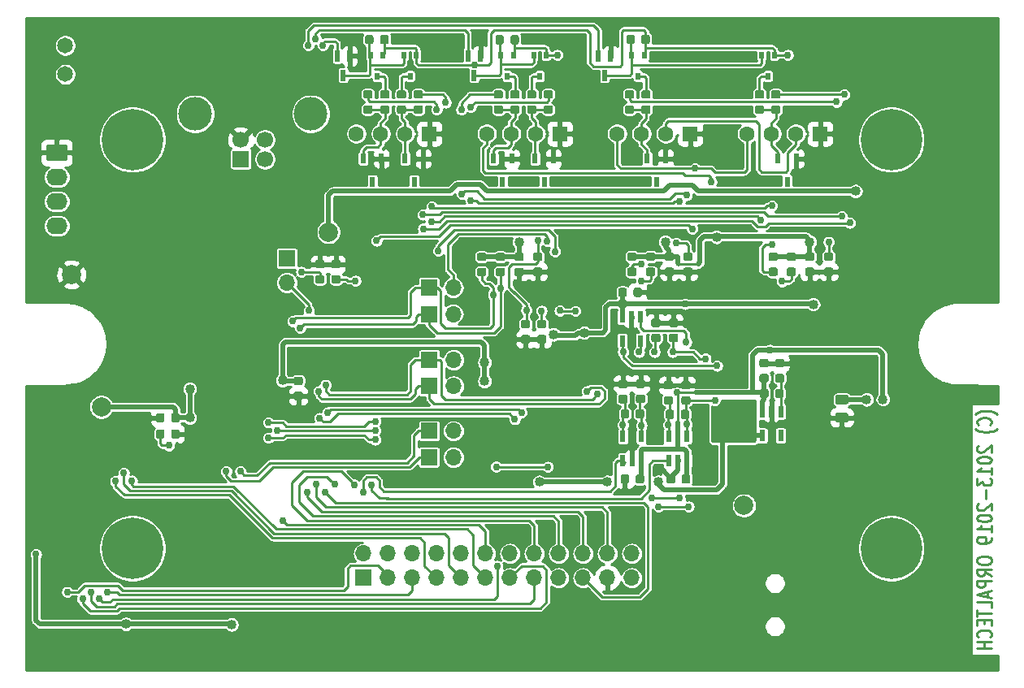
<source format=gbr>
G04 #@! TF.GenerationSoftware,KiCad,Pcbnew,5.1.4-e60b266~84~ubuntu18.04.1*
G04 #@! TF.CreationDate,2019-10-01T18:03:50+03:00*
G04 #@! TF.ProjectId,EV2400-EVM-Interface-Board,45563234-3030-42d4-9556-4d2d496e7465,v1.0*
G04 #@! TF.SameCoordinates,Original*
G04 #@! TF.FileFunction,Copper,L2,Bot*
G04 #@! TF.FilePolarity,Positive*
%FSLAX46Y46*%
G04 Gerber Fmt 4.6, Leading zero omitted, Abs format (unit mm)*
G04 Created by KiCad (PCBNEW 5.1.4-e60b266~84~ubuntu18.04.1) date 2019-10-01 18:03:50*
%MOMM*%
%LPD*%
G04 APERTURE LIST*
%ADD10C,0.250000*%
%ADD11R,0.600000X1.000000*%
%ADD12C,1.600000*%
%ADD13R,1.605000X1.605000*%
%ADD14R,0.600000X1.200000*%
%ADD15C,3.500000*%
%ADD16C,1.700000*%
%ADD17R,1.700000X1.700000*%
%ADD18R,0.500000X0.750000*%
%ADD19R,0.550000X1.150000*%
%ADD20O,1.700000X1.700000*%
%ADD21C,1.650000*%
%ADD22C,2.000000*%
%ADD23C,0.100000*%
%ADD24C,0.875000*%
%ADD25O,2.200000X1.740000*%
%ADD26C,1.740000*%
%ADD27C,0.975000*%
%ADD28C,0.800000*%
%ADD29C,6.400000*%
%ADD30C,0.762000*%
%ADD31C,1.016000*%
%ADD32C,0.508000*%
%ADD33C,0.254000*%
%ADD34C,0.203200*%
G04 APERTURE END LIST*
D10*
X201600000Y-101712857D02*
X201528571Y-101655714D01*
X201314285Y-101541428D01*
X201171428Y-101484285D01*
X200957142Y-101427142D01*
X200600000Y-101370000D01*
X200314285Y-101370000D01*
X199957142Y-101427142D01*
X199742857Y-101484285D01*
X199600000Y-101541428D01*
X199385714Y-101655714D01*
X199314285Y-101712857D01*
X200885714Y-102855714D02*
X200957142Y-102798571D01*
X201028571Y-102627142D01*
X201028571Y-102512857D01*
X200957142Y-102341428D01*
X200814285Y-102227142D01*
X200671428Y-102170000D01*
X200385714Y-102112857D01*
X200171428Y-102112857D01*
X199885714Y-102170000D01*
X199742857Y-102227142D01*
X199600000Y-102341428D01*
X199528571Y-102512857D01*
X199528571Y-102627142D01*
X199600000Y-102798571D01*
X199671428Y-102855714D01*
X201600000Y-103255714D02*
X201528571Y-103312857D01*
X201314285Y-103427142D01*
X201171428Y-103484285D01*
X200957142Y-103541428D01*
X200600000Y-103598571D01*
X200314285Y-103598571D01*
X199957142Y-103541428D01*
X199742857Y-103484285D01*
X199600000Y-103427142D01*
X199385714Y-103312857D01*
X199314285Y-103255714D01*
X199671428Y-105027142D02*
X199600000Y-105084285D01*
X199528571Y-105198571D01*
X199528571Y-105484285D01*
X199600000Y-105598571D01*
X199671428Y-105655714D01*
X199814285Y-105712857D01*
X199957142Y-105712857D01*
X200171428Y-105655714D01*
X201028571Y-104970000D01*
X201028571Y-105712857D01*
X199528571Y-106455714D02*
X199528571Y-106570000D01*
X199600000Y-106684285D01*
X199671428Y-106741428D01*
X199814285Y-106798571D01*
X200100000Y-106855714D01*
X200457142Y-106855714D01*
X200742857Y-106798571D01*
X200885714Y-106741428D01*
X200957142Y-106684285D01*
X201028571Y-106570000D01*
X201028571Y-106455714D01*
X200957142Y-106341428D01*
X200885714Y-106284285D01*
X200742857Y-106227142D01*
X200457142Y-106170000D01*
X200100000Y-106170000D01*
X199814285Y-106227142D01*
X199671428Y-106284285D01*
X199600000Y-106341428D01*
X199528571Y-106455714D01*
X201028571Y-107998571D02*
X201028571Y-107312857D01*
X201028571Y-107655714D02*
X199528571Y-107655714D01*
X199742857Y-107541428D01*
X199885714Y-107427142D01*
X199957142Y-107312857D01*
X199528571Y-108398571D02*
X199528571Y-109141428D01*
X200100000Y-108741428D01*
X200100000Y-108912857D01*
X200171428Y-109027142D01*
X200242857Y-109084285D01*
X200385714Y-109141428D01*
X200742857Y-109141428D01*
X200885714Y-109084285D01*
X200957142Y-109027142D01*
X201028571Y-108912857D01*
X201028571Y-108570000D01*
X200957142Y-108455714D01*
X200885714Y-108398571D01*
X200457142Y-109655714D02*
X200457142Y-110570000D01*
X199671428Y-111084285D02*
X199600000Y-111141428D01*
X199528571Y-111255714D01*
X199528571Y-111541428D01*
X199600000Y-111655714D01*
X199671428Y-111712857D01*
X199814285Y-111770000D01*
X199957142Y-111770000D01*
X200171428Y-111712857D01*
X201028571Y-111027142D01*
X201028571Y-111770000D01*
X199528571Y-112512857D02*
X199528571Y-112627142D01*
X199600000Y-112741428D01*
X199671428Y-112798571D01*
X199814285Y-112855714D01*
X200100000Y-112912857D01*
X200457142Y-112912857D01*
X200742857Y-112855714D01*
X200885714Y-112798571D01*
X200957142Y-112741428D01*
X201028571Y-112627142D01*
X201028571Y-112512857D01*
X200957142Y-112398571D01*
X200885714Y-112341428D01*
X200742857Y-112284285D01*
X200457142Y-112227142D01*
X200100000Y-112227142D01*
X199814285Y-112284285D01*
X199671428Y-112341428D01*
X199600000Y-112398571D01*
X199528571Y-112512857D01*
X201028571Y-114055714D02*
X201028571Y-113370000D01*
X201028571Y-113712857D02*
X199528571Y-113712857D01*
X199742857Y-113598571D01*
X199885714Y-113484285D01*
X199957142Y-113370000D01*
X201028571Y-114627142D02*
X201028571Y-114855714D01*
X200957142Y-114970000D01*
X200885714Y-115027142D01*
X200671428Y-115141428D01*
X200385714Y-115198571D01*
X199814285Y-115198571D01*
X199671428Y-115141428D01*
X199600000Y-115084285D01*
X199528571Y-114970000D01*
X199528571Y-114741428D01*
X199600000Y-114627142D01*
X199671428Y-114570000D01*
X199814285Y-114512857D01*
X200171428Y-114512857D01*
X200314285Y-114570000D01*
X200385714Y-114627142D01*
X200457142Y-114741428D01*
X200457142Y-114970000D01*
X200385714Y-115084285D01*
X200314285Y-115141428D01*
X200171428Y-115198571D01*
X199528571Y-116855714D02*
X199528571Y-117084285D01*
X199600000Y-117198571D01*
X199742857Y-117312857D01*
X200028571Y-117370000D01*
X200528571Y-117370000D01*
X200814285Y-117312857D01*
X200957142Y-117198571D01*
X201028571Y-117084285D01*
X201028571Y-116855714D01*
X200957142Y-116741428D01*
X200814285Y-116627142D01*
X200528571Y-116570000D01*
X200028571Y-116570000D01*
X199742857Y-116627142D01*
X199600000Y-116741428D01*
X199528571Y-116855714D01*
X201028571Y-118570000D02*
X200314285Y-118170000D01*
X201028571Y-117884285D02*
X199528571Y-117884285D01*
X199528571Y-118341428D01*
X199600000Y-118455714D01*
X199671428Y-118512857D01*
X199814285Y-118570000D01*
X200028571Y-118570000D01*
X200171428Y-118512857D01*
X200242857Y-118455714D01*
X200314285Y-118341428D01*
X200314285Y-117884285D01*
X201028571Y-119084285D02*
X199528571Y-119084285D01*
X199528571Y-119541428D01*
X199600000Y-119655714D01*
X199671428Y-119712857D01*
X199814285Y-119770000D01*
X200028571Y-119770000D01*
X200171428Y-119712857D01*
X200242857Y-119655714D01*
X200314285Y-119541428D01*
X200314285Y-119084285D01*
X200600000Y-120227142D02*
X200600000Y-120798571D01*
X201028571Y-120112857D02*
X199528571Y-120512857D01*
X201028571Y-120912857D01*
X201028571Y-121884285D02*
X201028571Y-121312857D01*
X199528571Y-121312857D01*
X199528571Y-122112857D02*
X199528571Y-122798571D01*
X201028571Y-122455714D02*
X199528571Y-122455714D01*
X200242857Y-123198571D02*
X200242857Y-123598571D01*
X201028571Y-123770000D02*
X201028571Y-123198571D01*
X199528571Y-123198571D01*
X199528571Y-123770000D01*
X200885714Y-124970000D02*
X200957142Y-124912857D01*
X201028571Y-124741428D01*
X201028571Y-124627142D01*
X200957142Y-124455714D01*
X200814285Y-124341428D01*
X200671428Y-124284285D01*
X200385714Y-124227142D01*
X200171428Y-124227142D01*
X199885714Y-124284285D01*
X199742857Y-124341428D01*
X199600000Y-124455714D01*
X199528571Y-124627142D01*
X199528571Y-124741428D01*
X199600000Y-124912857D01*
X199671428Y-124970000D01*
X201028571Y-125484285D02*
X199528571Y-125484285D01*
X200242857Y-125484285D02*
X200242857Y-126170000D01*
X201028571Y-126170000D02*
X199528571Y-126170000D01*
D11*
X154420000Y-77500000D03*
X155375000Y-75100000D03*
X153465000Y-75100000D03*
D12*
X175550000Y-72500000D03*
X178090000Y-72500000D03*
X180630000Y-72500000D03*
D13*
X183170000Y-72500000D03*
D12*
X162010000Y-72500000D03*
X164550000Y-72500000D03*
X167090000Y-72500000D03*
D13*
X169630000Y-72500000D03*
D12*
X148430000Y-72500000D03*
X150970000Y-72500000D03*
X153510000Y-72500000D03*
D13*
X156050000Y-72500000D03*
D12*
X134840000Y-72500000D03*
X137380000Y-72500000D03*
X139920000Y-72500000D03*
D13*
X142460000Y-72500000D03*
D11*
X179740000Y-77500000D03*
X180695000Y-75100000D03*
X178785000Y-75100000D03*
X166110000Y-77500000D03*
X167065000Y-75100000D03*
X165155000Y-75100000D03*
X150080000Y-77500000D03*
X151035000Y-75100000D03*
X149125000Y-75100000D03*
X140870000Y-77500000D03*
X141825000Y-75100000D03*
X139915000Y-75100000D03*
X136510000Y-77500000D03*
X137465000Y-75100000D03*
X135555000Y-75100000D03*
D14*
X169270000Y-104070000D03*
X167370000Y-104070000D03*
X167370000Y-106570000D03*
X168320000Y-106570000D03*
X169270000Y-106570000D03*
X162550000Y-94100000D03*
X164450000Y-94100000D03*
X164450000Y-91600000D03*
X163500000Y-91600000D03*
X162550000Y-91600000D03*
X164520000Y-104070000D03*
X162620000Y-104070000D03*
X162620000Y-106570000D03*
X163570000Y-106570000D03*
X164520000Y-106570000D03*
X177146000Y-103970000D03*
X179046000Y-103970000D03*
X179046000Y-101470000D03*
X178096000Y-101470000D03*
X177146000Y-101470000D03*
D15*
X130090000Y-70430000D03*
X118050000Y-70430000D03*
D16*
X122820000Y-73140000D03*
X125320000Y-73140000D03*
X125320000Y-75140000D03*
D17*
X122820000Y-75140000D03*
D18*
X177720000Y-66500000D03*
X178370000Y-64300000D03*
X177070000Y-64300000D03*
X164190000Y-66500000D03*
X164840000Y-64300000D03*
X163540000Y-64300000D03*
X150550000Y-66500000D03*
X151200000Y-64300000D03*
X149900000Y-64300000D03*
X153960000Y-66500000D03*
X154610000Y-64300000D03*
X153310000Y-64300000D03*
X136970000Y-66500000D03*
X137620000Y-64300000D03*
X136320000Y-64300000D03*
X140450000Y-66500000D03*
X141100000Y-64300000D03*
X139800000Y-64300000D03*
D19*
X160700000Y-66400000D03*
X161350000Y-64400000D03*
X160050000Y-64400000D03*
X147120000Y-66400000D03*
X147770000Y-64400000D03*
X146470000Y-64400000D03*
X133490000Y-66400000D03*
X134140000Y-64400000D03*
X132840000Y-64400000D03*
D20*
X163540000Y-116260000D03*
X163540000Y-118800000D03*
X161000000Y-116260000D03*
X161000000Y-118800000D03*
X158460000Y-116260000D03*
X158460000Y-118800000D03*
X155920000Y-116260000D03*
X155920000Y-118800000D03*
X153380000Y-116260000D03*
X153380000Y-118800000D03*
X150840000Y-116260000D03*
X150840000Y-118800000D03*
X148300000Y-116260000D03*
X148300000Y-118800000D03*
X145760000Y-116260000D03*
X145760000Y-118800000D03*
X143220000Y-116260000D03*
X143220000Y-118800000D03*
X140680000Y-116260000D03*
X140680000Y-118800000D03*
X138140000Y-116260000D03*
X138140000Y-118800000D03*
X135600000Y-116260000D03*
D17*
X135600000Y-118800000D03*
D21*
X104520000Y-63310000D03*
X104520000Y-66310000D03*
D22*
X105160000Y-87180000D03*
X108270000Y-100970000D03*
X175230000Y-111260000D03*
X131950000Y-82750000D03*
D23*
G36*
X163642691Y-62196053D02*
G01*
X163663926Y-62199203D01*
X163684750Y-62204419D01*
X163704962Y-62211651D01*
X163724368Y-62220830D01*
X163742781Y-62231866D01*
X163760024Y-62244654D01*
X163775930Y-62259070D01*
X163790346Y-62274976D01*
X163803134Y-62292219D01*
X163814170Y-62310632D01*
X163823349Y-62330038D01*
X163830581Y-62350250D01*
X163835797Y-62371074D01*
X163838947Y-62392309D01*
X163840000Y-62413750D01*
X163840000Y-62926250D01*
X163838947Y-62947691D01*
X163835797Y-62968926D01*
X163830581Y-62989750D01*
X163823349Y-63009962D01*
X163814170Y-63029368D01*
X163803134Y-63047781D01*
X163790346Y-63065024D01*
X163775930Y-63080930D01*
X163760024Y-63095346D01*
X163742781Y-63108134D01*
X163724368Y-63119170D01*
X163704962Y-63128349D01*
X163684750Y-63135581D01*
X163663926Y-63140797D01*
X163642691Y-63143947D01*
X163621250Y-63145000D01*
X163183750Y-63145000D01*
X163162309Y-63143947D01*
X163141074Y-63140797D01*
X163120250Y-63135581D01*
X163100038Y-63128349D01*
X163080632Y-63119170D01*
X163062219Y-63108134D01*
X163044976Y-63095346D01*
X163029070Y-63080930D01*
X163014654Y-63065024D01*
X163001866Y-63047781D01*
X162990830Y-63029368D01*
X162981651Y-63009962D01*
X162974419Y-62989750D01*
X162969203Y-62968926D01*
X162966053Y-62947691D01*
X162965000Y-62926250D01*
X162965000Y-62413750D01*
X162966053Y-62392309D01*
X162969203Y-62371074D01*
X162974419Y-62350250D01*
X162981651Y-62330038D01*
X162990830Y-62310632D01*
X163001866Y-62292219D01*
X163014654Y-62274976D01*
X163029070Y-62259070D01*
X163044976Y-62244654D01*
X163062219Y-62231866D01*
X163080632Y-62220830D01*
X163100038Y-62211651D01*
X163120250Y-62204419D01*
X163141074Y-62199203D01*
X163162309Y-62196053D01*
X163183750Y-62195000D01*
X163621250Y-62195000D01*
X163642691Y-62196053D01*
X163642691Y-62196053D01*
G37*
D24*
X163402500Y-62670000D03*
D23*
G36*
X165217691Y-62196053D02*
G01*
X165238926Y-62199203D01*
X165259750Y-62204419D01*
X165279962Y-62211651D01*
X165299368Y-62220830D01*
X165317781Y-62231866D01*
X165335024Y-62244654D01*
X165350930Y-62259070D01*
X165365346Y-62274976D01*
X165378134Y-62292219D01*
X165389170Y-62310632D01*
X165398349Y-62330038D01*
X165405581Y-62350250D01*
X165410797Y-62371074D01*
X165413947Y-62392309D01*
X165415000Y-62413750D01*
X165415000Y-62926250D01*
X165413947Y-62947691D01*
X165410797Y-62968926D01*
X165405581Y-62989750D01*
X165398349Y-63009962D01*
X165389170Y-63029368D01*
X165378134Y-63047781D01*
X165365346Y-63065024D01*
X165350930Y-63080930D01*
X165335024Y-63095346D01*
X165317781Y-63108134D01*
X165299368Y-63119170D01*
X165279962Y-63128349D01*
X165259750Y-63135581D01*
X165238926Y-63140797D01*
X165217691Y-63143947D01*
X165196250Y-63145000D01*
X164758750Y-63145000D01*
X164737309Y-63143947D01*
X164716074Y-63140797D01*
X164695250Y-63135581D01*
X164675038Y-63128349D01*
X164655632Y-63119170D01*
X164637219Y-63108134D01*
X164619976Y-63095346D01*
X164604070Y-63080930D01*
X164589654Y-63065024D01*
X164576866Y-63047781D01*
X164565830Y-63029368D01*
X164556651Y-63009962D01*
X164549419Y-62989750D01*
X164544203Y-62968926D01*
X164541053Y-62947691D01*
X164540000Y-62926250D01*
X164540000Y-62413750D01*
X164541053Y-62392309D01*
X164544203Y-62371074D01*
X164549419Y-62350250D01*
X164556651Y-62330038D01*
X164565830Y-62310632D01*
X164576866Y-62292219D01*
X164589654Y-62274976D01*
X164604070Y-62259070D01*
X164619976Y-62244654D01*
X164637219Y-62231866D01*
X164655632Y-62220830D01*
X164675038Y-62211651D01*
X164695250Y-62204419D01*
X164716074Y-62199203D01*
X164737309Y-62196053D01*
X164758750Y-62195000D01*
X165196250Y-62195000D01*
X165217691Y-62196053D01*
X165217691Y-62196053D01*
G37*
D24*
X164977500Y-62670000D03*
D23*
G36*
X150012691Y-62236053D02*
G01*
X150033926Y-62239203D01*
X150054750Y-62244419D01*
X150074962Y-62251651D01*
X150094368Y-62260830D01*
X150112781Y-62271866D01*
X150130024Y-62284654D01*
X150145930Y-62299070D01*
X150160346Y-62314976D01*
X150173134Y-62332219D01*
X150184170Y-62350632D01*
X150193349Y-62370038D01*
X150200581Y-62390250D01*
X150205797Y-62411074D01*
X150208947Y-62432309D01*
X150210000Y-62453750D01*
X150210000Y-62966250D01*
X150208947Y-62987691D01*
X150205797Y-63008926D01*
X150200581Y-63029750D01*
X150193349Y-63049962D01*
X150184170Y-63069368D01*
X150173134Y-63087781D01*
X150160346Y-63105024D01*
X150145930Y-63120930D01*
X150130024Y-63135346D01*
X150112781Y-63148134D01*
X150094368Y-63159170D01*
X150074962Y-63168349D01*
X150054750Y-63175581D01*
X150033926Y-63180797D01*
X150012691Y-63183947D01*
X149991250Y-63185000D01*
X149553750Y-63185000D01*
X149532309Y-63183947D01*
X149511074Y-63180797D01*
X149490250Y-63175581D01*
X149470038Y-63168349D01*
X149450632Y-63159170D01*
X149432219Y-63148134D01*
X149414976Y-63135346D01*
X149399070Y-63120930D01*
X149384654Y-63105024D01*
X149371866Y-63087781D01*
X149360830Y-63069368D01*
X149351651Y-63049962D01*
X149344419Y-63029750D01*
X149339203Y-63008926D01*
X149336053Y-62987691D01*
X149335000Y-62966250D01*
X149335000Y-62453750D01*
X149336053Y-62432309D01*
X149339203Y-62411074D01*
X149344419Y-62390250D01*
X149351651Y-62370038D01*
X149360830Y-62350632D01*
X149371866Y-62332219D01*
X149384654Y-62314976D01*
X149399070Y-62299070D01*
X149414976Y-62284654D01*
X149432219Y-62271866D01*
X149450632Y-62260830D01*
X149470038Y-62251651D01*
X149490250Y-62244419D01*
X149511074Y-62239203D01*
X149532309Y-62236053D01*
X149553750Y-62235000D01*
X149991250Y-62235000D01*
X150012691Y-62236053D01*
X150012691Y-62236053D01*
G37*
D24*
X149772500Y-62710000D03*
D23*
G36*
X151587691Y-62236053D02*
G01*
X151608926Y-62239203D01*
X151629750Y-62244419D01*
X151649962Y-62251651D01*
X151669368Y-62260830D01*
X151687781Y-62271866D01*
X151705024Y-62284654D01*
X151720930Y-62299070D01*
X151735346Y-62314976D01*
X151748134Y-62332219D01*
X151759170Y-62350632D01*
X151768349Y-62370038D01*
X151775581Y-62390250D01*
X151780797Y-62411074D01*
X151783947Y-62432309D01*
X151785000Y-62453750D01*
X151785000Y-62966250D01*
X151783947Y-62987691D01*
X151780797Y-63008926D01*
X151775581Y-63029750D01*
X151768349Y-63049962D01*
X151759170Y-63069368D01*
X151748134Y-63087781D01*
X151735346Y-63105024D01*
X151720930Y-63120930D01*
X151705024Y-63135346D01*
X151687781Y-63148134D01*
X151669368Y-63159170D01*
X151649962Y-63168349D01*
X151629750Y-63175581D01*
X151608926Y-63180797D01*
X151587691Y-63183947D01*
X151566250Y-63185000D01*
X151128750Y-63185000D01*
X151107309Y-63183947D01*
X151086074Y-63180797D01*
X151065250Y-63175581D01*
X151045038Y-63168349D01*
X151025632Y-63159170D01*
X151007219Y-63148134D01*
X150989976Y-63135346D01*
X150974070Y-63120930D01*
X150959654Y-63105024D01*
X150946866Y-63087781D01*
X150935830Y-63069368D01*
X150926651Y-63049962D01*
X150919419Y-63029750D01*
X150914203Y-63008926D01*
X150911053Y-62987691D01*
X150910000Y-62966250D01*
X150910000Y-62453750D01*
X150911053Y-62432309D01*
X150914203Y-62411074D01*
X150919419Y-62390250D01*
X150926651Y-62370038D01*
X150935830Y-62350632D01*
X150946866Y-62332219D01*
X150959654Y-62314976D01*
X150974070Y-62299070D01*
X150989976Y-62284654D01*
X151007219Y-62271866D01*
X151025632Y-62260830D01*
X151045038Y-62251651D01*
X151065250Y-62244419D01*
X151086074Y-62239203D01*
X151107309Y-62236053D01*
X151128750Y-62235000D01*
X151566250Y-62235000D01*
X151587691Y-62236053D01*
X151587691Y-62236053D01*
G37*
D24*
X151347500Y-62710000D03*
D23*
G36*
X136432691Y-62226053D02*
G01*
X136453926Y-62229203D01*
X136474750Y-62234419D01*
X136494962Y-62241651D01*
X136514368Y-62250830D01*
X136532781Y-62261866D01*
X136550024Y-62274654D01*
X136565930Y-62289070D01*
X136580346Y-62304976D01*
X136593134Y-62322219D01*
X136604170Y-62340632D01*
X136613349Y-62360038D01*
X136620581Y-62380250D01*
X136625797Y-62401074D01*
X136628947Y-62422309D01*
X136630000Y-62443750D01*
X136630000Y-62956250D01*
X136628947Y-62977691D01*
X136625797Y-62998926D01*
X136620581Y-63019750D01*
X136613349Y-63039962D01*
X136604170Y-63059368D01*
X136593134Y-63077781D01*
X136580346Y-63095024D01*
X136565930Y-63110930D01*
X136550024Y-63125346D01*
X136532781Y-63138134D01*
X136514368Y-63149170D01*
X136494962Y-63158349D01*
X136474750Y-63165581D01*
X136453926Y-63170797D01*
X136432691Y-63173947D01*
X136411250Y-63175000D01*
X135973750Y-63175000D01*
X135952309Y-63173947D01*
X135931074Y-63170797D01*
X135910250Y-63165581D01*
X135890038Y-63158349D01*
X135870632Y-63149170D01*
X135852219Y-63138134D01*
X135834976Y-63125346D01*
X135819070Y-63110930D01*
X135804654Y-63095024D01*
X135791866Y-63077781D01*
X135780830Y-63059368D01*
X135771651Y-63039962D01*
X135764419Y-63019750D01*
X135759203Y-62998926D01*
X135756053Y-62977691D01*
X135755000Y-62956250D01*
X135755000Y-62443750D01*
X135756053Y-62422309D01*
X135759203Y-62401074D01*
X135764419Y-62380250D01*
X135771651Y-62360038D01*
X135780830Y-62340632D01*
X135791866Y-62322219D01*
X135804654Y-62304976D01*
X135819070Y-62289070D01*
X135834976Y-62274654D01*
X135852219Y-62261866D01*
X135870632Y-62250830D01*
X135890038Y-62241651D01*
X135910250Y-62234419D01*
X135931074Y-62229203D01*
X135952309Y-62226053D01*
X135973750Y-62225000D01*
X136411250Y-62225000D01*
X136432691Y-62226053D01*
X136432691Y-62226053D01*
G37*
D24*
X136192500Y-62700000D03*
D23*
G36*
X138007691Y-62226053D02*
G01*
X138028926Y-62229203D01*
X138049750Y-62234419D01*
X138069962Y-62241651D01*
X138089368Y-62250830D01*
X138107781Y-62261866D01*
X138125024Y-62274654D01*
X138140930Y-62289070D01*
X138155346Y-62304976D01*
X138168134Y-62322219D01*
X138179170Y-62340632D01*
X138188349Y-62360038D01*
X138195581Y-62380250D01*
X138200797Y-62401074D01*
X138203947Y-62422309D01*
X138205000Y-62443750D01*
X138205000Y-62956250D01*
X138203947Y-62977691D01*
X138200797Y-62998926D01*
X138195581Y-63019750D01*
X138188349Y-63039962D01*
X138179170Y-63059368D01*
X138168134Y-63077781D01*
X138155346Y-63095024D01*
X138140930Y-63110930D01*
X138125024Y-63125346D01*
X138107781Y-63138134D01*
X138089368Y-63149170D01*
X138069962Y-63158349D01*
X138049750Y-63165581D01*
X138028926Y-63170797D01*
X138007691Y-63173947D01*
X137986250Y-63175000D01*
X137548750Y-63175000D01*
X137527309Y-63173947D01*
X137506074Y-63170797D01*
X137485250Y-63165581D01*
X137465038Y-63158349D01*
X137445632Y-63149170D01*
X137427219Y-63138134D01*
X137409976Y-63125346D01*
X137394070Y-63110930D01*
X137379654Y-63095024D01*
X137366866Y-63077781D01*
X137355830Y-63059368D01*
X137346651Y-63039962D01*
X137339419Y-63019750D01*
X137334203Y-62998926D01*
X137331053Y-62977691D01*
X137330000Y-62956250D01*
X137330000Y-62443750D01*
X137331053Y-62422309D01*
X137334203Y-62401074D01*
X137339419Y-62380250D01*
X137346651Y-62360038D01*
X137355830Y-62340632D01*
X137366866Y-62322219D01*
X137379654Y-62304976D01*
X137394070Y-62289070D01*
X137409976Y-62274654D01*
X137427219Y-62261866D01*
X137445632Y-62250830D01*
X137465038Y-62241651D01*
X137485250Y-62234419D01*
X137506074Y-62229203D01*
X137527309Y-62226053D01*
X137548750Y-62225000D01*
X137986250Y-62225000D01*
X138007691Y-62226053D01*
X138007691Y-62226053D01*
G37*
D24*
X137767500Y-62700000D03*
D23*
G36*
X154437691Y-93491053D02*
G01*
X154458926Y-93494203D01*
X154479750Y-93499419D01*
X154499962Y-93506651D01*
X154519368Y-93515830D01*
X154537781Y-93526866D01*
X154555024Y-93539654D01*
X154570930Y-93554070D01*
X154585346Y-93569976D01*
X154598134Y-93587219D01*
X154609170Y-93605632D01*
X154618349Y-93625038D01*
X154625581Y-93645250D01*
X154630797Y-93666074D01*
X154633947Y-93687309D01*
X154635000Y-93708750D01*
X154635000Y-94146250D01*
X154633947Y-94167691D01*
X154630797Y-94188926D01*
X154625581Y-94209750D01*
X154618349Y-94229962D01*
X154609170Y-94249368D01*
X154598134Y-94267781D01*
X154585346Y-94285024D01*
X154570930Y-94300930D01*
X154555024Y-94315346D01*
X154537781Y-94328134D01*
X154519368Y-94339170D01*
X154499962Y-94348349D01*
X154479750Y-94355581D01*
X154458926Y-94360797D01*
X154437691Y-94363947D01*
X154416250Y-94365000D01*
X153903750Y-94365000D01*
X153882309Y-94363947D01*
X153861074Y-94360797D01*
X153840250Y-94355581D01*
X153820038Y-94348349D01*
X153800632Y-94339170D01*
X153782219Y-94328134D01*
X153764976Y-94315346D01*
X153749070Y-94300930D01*
X153734654Y-94285024D01*
X153721866Y-94267781D01*
X153710830Y-94249368D01*
X153701651Y-94229962D01*
X153694419Y-94209750D01*
X153689203Y-94188926D01*
X153686053Y-94167691D01*
X153685000Y-94146250D01*
X153685000Y-93708750D01*
X153686053Y-93687309D01*
X153689203Y-93666074D01*
X153694419Y-93645250D01*
X153701651Y-93625038D01*
X153710830Y-93605632D01*
X153721866Y-93587219D01*
X153734654Y-93569976D01*
X153749070Y-93554070D01*
X153764976Y-93539654D01*
X153782219Y-93526866D01*
X153800632Y-93515830D01*
X153820038Y-93506651D01*
X153840250Y-93499419D01*
X153861074Y-93494203D01*
X153882309Y-93491053D01*
X153903750Y-93490000D01*
X154416250Y-93490000D01*
X154437691Y-93491053D01*
X154437691Y-93491053D01*
G37*
D24*
X154160000Y-93927500D03*
D23*
G36*
X154437691Y-91916053D02*
G01*
X154458926Y-91919203D01*
X154479750Y-91924419D01*
X154499962Y-91931651D01*
X154519368Y-91940830D01*
X154537781Y-91951866D01*
X154555024Y-91964654D01*
X154570930Y-91979070D01*
X154585346Y-91994976D01*
X154598134Y-92012219D01*
X154609170Y-92030632D01*
X154618349Y-92050038D01*
X154625581Y-92070250D01*
X154630797Y-92091074D01*
X154633947Y-92112309D01*
X154635000Y-92133750D01*
X154635000Y-92571250D01*
X154633947Y-92592691D01*
X154630797Y-92613926D01*
X154625581Y-92634750D01*
X154618349Y-92654962D01*
X154609170Y-92674368D01*
X154598134Y-92692781D01*
X154585346Y-92710024D01*
X154570930Y-92725930D01*
X154555024Y-92740346D01*
X154537781Y-92753134D01*
X154519368Y-92764170D01*
X154499962Y-92773349D01*
X154479750Y-92780581D01*
X154458926Y-92785797D01*
X154437691Y-92788947D01*
X154416250Y-92790000D01*
X153903750Y-92790000D01*
X153882309Y-92788947D01*
X153861074Y-92785797D01*
X153840250Y-92780581D01*
X153820038Y-92773349D01*
X153800632Y-92764170D01*
X153782219Y-92753134D01*
X153764976Y-92740346D01*
X153749070Y-92725930D01*
X153734654Y-92710024D01*
X153721866Y-92692781D01*
X153710830Y-92674368D01*
X153701651Y-92654962D01*
X153694419Y-92634750D01*
X153689203Y-92613926D01*
X153686053Y-92592691D01*
X153685000Y-92571250D01*
X153685000Y-92133750D01*
X153686053Y-92112309D01*
X153689203Y-92091074D01*
X153694419Y-92070250D01*
X153701651Y-92050038D01*
X153710830Y-92030632D01*
X153721866Y-92012219D01*
X153734654Y-91994976D01*
X153749070Y-91979070D01*
X153764976Y-91964654D01*
X153782219Y-91951866D01*
X153800632Y-91940830D01*
X153820038Y-91931651D01*
X153840250Y-91924419D01*
X153861074Y-91919203D01*
X153882309Y-91916053D01*
X153903750Y-91915000D01*
X154416250Y-91915000D01*
X154437691Y-91916053D01*
X154437691Y-91916053D01*
G37*
D24*
X154160000Y-92352500D03*
D23*
G36*
X166327691Y-91776053D02*
G01*
X166348926Y-91779203D01*
X166369750Y-91784419D01*
X166389962Y-91791651D01*
X166409368Y-91800830D01*
X166427781Y-91811866D01*
X166445024Y-91824654D01*
X166460930Y-91839070D01*
X166475346Y-91854976D01*
X166488134Y-91872219D01*
X166499170Y-91890632D01*
X166508349Y-91910038D01*
X166515581Y-91930250D01*
X166520797Y-91951074D01*
X166523947Y-91972309D01*
X166525000Y-91993750D01*
X166525000Y-92431250D01*
X166523947Y-92452691D01*
X166520797Y-92473926D01*
X166515581Y-92494750D01*
X166508349Y-92514962D01*
X166499170Y-92534368D01*
X166488134Y-92552781D01*
X166475346Y-92570024D01*
X166460930Y-92585930D01*
X166445024Y-92600346D01*
X166427781Y-92613134D01*
X166409368Y-92624170D01*
X166389962Y-92633349D01*
X166369750Y-92640581D01*
X166348926Y-92645797D01*
X166327691Y-92648947D01*
X166306250Y-92650000D01*
X165793750Y-92650000D01*
X165772309Y-92648947D01*
X165751074Y-92645797D01*
X165730250Y-92640581D01*
X165710038Y-92633349D01*
X165690632Y-92624170D01*
X165672219Y-92613134D01*
X165654976Y-92600346D01*
X165639070Y-92585930D01*
X165624654Y-92570024D01*
X165611866Y-92552781D01*
X165600830Y-92534368D01*
X165591651Y-92514962D01*
X165584419Y-92494750D01*
X165579203Y-92473926D01*
X165576053Y-92452691D01*
X165575000Y-92431250D01*
X165575000Y-91993750D01*
X165576053Y-91972309D01*
X165579203Y-91951074D01*
X165584419Y-91930250D01*
X165591651Y-91910038D01*
X165600830Y-91890632D01*
X165611866Y-91872219D01*
X165624654Y-91854976D01*
X165639070Y-91839070D01*
X165654976Y-91824654D01*
X165672219Y-91811866D01*
X165690632Y-91800830D01*
X165710038Y-91791651D01*
X165730250Y-91784419D01*
X165751074Y-91779203D01*
X165772309Y-91776053D01*
X165793750Y-91775000D01*
X166306250Y-91775000D01*
X166327691Y-91776053D01*
X166327691Y-91776053D01*
G37*
D24*
X166050000Y-92212500D03*
D23*
G36*
X166327691Y-93351053D02*
G01*
X166348926Y-93354203D01*
X166369750Y-93359419D01*
X166389962Y-93366651D01*
X166409368Y-93375830D01*
X166427781Y-93386866D01*
X166445024Y-93399654D01*
X166460930Y-93414070D01*
X166475346Y-93429976D01*
X166488134Y-93447219D01*
X166499170Y-93465632D01*
X166508349Y-93485038D01*
X166515581Y-93505250D01*
X166520797Y-93526074D01*
X166523947Y-93547309D01*
X166525000Y-93568750D01*
X166525000Y-94006250D01*
X166523947Y-94027691D01*
X166520797Y-94048926D01*
X166515581Y-94069750D01*
X166508349Y-94089962D01*
X166499170Y-94109368D01*
X166488134Y-94127781D01*
X166475346Y-94145024D01*
X166460930Y-94160930D01*
X166445024Y-94175346D01*
X166427781Y-94188134D01*
X166409368Y-94199170D01*
X166389962Y-94208349D01*
X166369750Y-94215581D01*
X166348926Y-94220797D01*
X166327691Y-94223947D01*
X166306250Y-94225000D01*
X165793750Y-94225000D01*
X165772309Y-94223947D01*
X165751074Y-94220797D01*
X165730250Y-94215581D01*
X165710038Y-94208349D01*
X165690632Y-94199170D01*
X165672219Y-94188134D01*
X165654976Y-94175346D01*
X165639070Y-94160930D01*
X165624654Y-94145024D01*
X165611866Y-94127781D01*
X165600830Y-94109368D01*
X165591651Y-94089962D01*
X165584419Y-94069750D01*
X165579203Y-94048926D01*
X165576053Y-94027691D01*
X165575000Y-94006250D01*
X165575000Y-93568750D01*
X165576053Y-93547309D01*
X165579203Y-93526074D01*
X165584419Y-93505250D01*
X165591651Y-93485038D01*
X165600830Y-93465632D01*
X165611866Y-93447219D01*
X165624654Y-93429976D01*
X165639070Y-93414070D01*
X165654976Y-93399654D01*
X165672219Y-93386866D01*
X165690632Y-93375830D01*
X165710038Y-93366651D01*
X165730250Y-93359419D01*
X165751074Y-93354203D01*
X165772309Y-93351053D01*
X165793750Y-93350000D01*
X166306250Y-93350000D01*
X166327691Y-93351053D01*
X166327691Y-93351053D01*
G37*
D24*
X166050000Y-93787500D03*
D23*
G36*
X167627691Y-98276053D02*
G01*
X167648926Y-98279203D01*
X167669750Y-98284419D01*
X167689962Y-98291651D01*
X167709368Y-98300830D01*
X167727781Y-98311866D01*
X167745024Y-98324654D01*
X167760930Y-98339070D01*
X167775346Y-98354976D01*
X167788134Y-98372219D01*
X167799170Y-98390632D01*
X167808349Y-98410038D01*
X167815581Y-98430250D01*
X167820797Y-98451074D01*
X167823947Y-98472309D01*
X167825000Y-98493750D01*
X167825000Y-98931250D01*
X167823947Y-98952691D01*
X167820797Y-98973926D01*
X167815581Y-98994750D01*
X167808349Y-99014962D01*
X167799170Y-99034368D01*
X167788134Y-99052781D01*
X167775346Y-99070024D01*
X167760930Y-99085930D01*
X167745024Y-99100346D01*
X167727781Y-99113134D01*
X167709368Y-99124170D01*
X167689962Y-99133349D01*
X167669750Y-99140581D01*
X167648926Y-99145797D01*
X167627691Y-99148947D01*
X167606250Y-99150000D01*
X167093750Y-99150000D01*
X167072309Y-99148947D01*
X167051074Y-99145797D01*
X167030250Y-99140581D01*
X167010038Y-99133349D01*
X166990632Y-99124170D01*
X166972219Y-99113134D01*
X166954976Y-99100346D01*
X166939070Y-99085930D01*
X166924654Y-99070024D01*
X166911866Y-99052781D01*
X166900830Y-99034368D01*
X166891651Y-99014962D01*
X166884419Y-98994750D01*
X166879203Y-98973926D01*
X166876053Y-98952691D01*
X166875000Y-98931250D01*
X166875000Y-98493750D01*
X166876053Y-98472309D01*
X166879203Y-98451074D01*
X166884419Y-98430250D01*
X166891651Y-98410038D01*
X166900830Y-98390632D01*
X166911866Y-98372219D01*
X166924654Y-98354976D01*
X166939070Y-98339070D01*
X166954976Y-98324654D01*
X166972219Y-98311866D01*
X166990632Y-98300830D01*
X167010038Y-98291651D01*
X167030250Y-98284419D01*
X167051074Y-98279203D01*
X167072309Y-98276053D01*
X167093750Y-98275000D01*
X167606250Y-98275000D01*
X167627691Y-98276053D01*
X167627691Y-98276053D01*
G37*
D24*
X167350000Y-98712500D03*
D23*
G36*
X167627691Y-99851053D02*
G01*
X167648926Y-99854203D01*
X167669750Y-99859419D01*
X167689962Y-99866651D01*
X167709368Y-99875830D01*
X167727781Y-99886866D01*
X167745024Y-99899654D01*
X167760930Y-99914070D01*
X167775346Y-99929976D01*
X167788134Y-99947219D01*
X167799170Y-99965632D01*
X167808349Y-99985038D01*
X167815581Y-100005250D01*
X167820797Y-100026074D01*
X167823947Y-100047309D01*
X167825000Y-100068750D01*
X167825000Y-100506250D01*
X167823947Y-100527691D01*
X167820797Y-100548926D01*
X167815581Y-100569750D01*
X167808349Y-100589962D01*
X167799170Y-100609368D01*
X167788134Y-100627781D01*
X167775346Y-100645024D01*
X167760930Y-100660930D01*
X167745024Y-100675346D01*
X167727781Y-100688134D01*
X167709368Y-100699170D01*
X167689962Y-100708349D01*
X167669750Y-100715581D01*
X167648926Y-100720797D01*
X167627691Y-100723947D01*
X167606250Y-100725000D01*
X167093750Y-100725000D01*
X167072309Y-100723947D01*
X167051074Y-100720797D01*
X167030250Y-100715581D01*
X167010038Y-100708349D01*
X166990632Y-100699170D01*
X166972219Y-100688134D01*
X166954976Y-100675346D01*
X166939070Y-100660930D01*
X166924654Y-100645024D01*
X166911866Y-100627781D01*
X166900830Y-100609368D01*
X166891651Y-100589962D01*
X166884419Y-100569750D01*
X166879203Y-100548926D01*
X166876053Y-100527691D01*
X166875000Y-100506250D01*
X166875000Y-100068750D01*
X166876053Y-100047309D01*
X166879203Y-100026074D01*
X166884419Y-100005250D01*
X166891651Y-99985038D01*
X166900830Y-99965632D01*
X166911866Y-99947219D01*
X166924654Y-99929976D01*
X166939070Y-99914070D01*
X166954976Y-99899654D01*
X166972219Y-99886866D01*
X166990632Y-99875830D01*
X167010038Y-99866651D01*
X167030250Y-99859419D01*
X167051074Y-99854203D01*
X167072309Y-99851053D01*
X167093750Y-99850000D01*
X167606250Y-99850000D01*
X167627691Y-99851053D01*
X167627691Y-99851053D01*
G37*
D24*
X167350000Y-100287500D03*
D23*
G36*
X162897691Y-98156053D02*
G01*
X162918926Y-98159203D01*
X162939750Y-98164419D01*
X162959962Y-98171651D01*
X162979368Y-98180830D01*
X162997781Y-98191866D01*
X163015024Y-98204654D01*
X163030930Y-98219070D01*
X163045346Y-98234976D01*
X163058134Y-98252219D01*
X163069170Y-98270632D01*
X163078349Y-98290038D01*
X163085581Y-98310250D01*
X163090797Y-98331074D01*
X163093947Y-98352309D01*
X163095000Y-98373750D01*
X163095000Y-98811250D01*
X163093947Y-98832691D01*
X163090797Y-98853926D01*
X163085581Y-98874750D01*
X163078349Y-98894962D01*
X163069170Y-98914368D01*
X163058134Y-98932781D01*
X163045346Y-98950024D01*
X163030930Y-98965930D01*
X163015024Y-98980346D01*
X162997781Y-98993134D01*
X162979368Y-99004170D01*
X162959962Y-99013349D01*
X162939750Y-99020581D01*
X162918926Y-99025797D01*
X162897691Y-99028947D01*
X162876250Y-99030000D01*
X162363750Y-99030000D01*
X162342309Y-99028947D01*
X162321074Y-99025797D01*
X162300250Y-99020581D01*
X162280038Y-99013349D01*
X162260632Y-99004170D01*
X162242219Y-98993134D01*
X162224976Y-98980346D01*
X162209070Y-98965930D01*
X162194654Y-98950024D01*
X162181866Y-98932781D01*
X162170830Y-98914368D01*
X162161651Y-98894962D01*
X162154419Y-98874750D01*
X162149203Y-98853926D01*
X162146053Y-98832691D01*
X162145000Y-98811250D01*
X162145000Y-98373750D01*
X162146053Y-98352309D01*
X162149203Y-98331074D01*
X162154419Y-98310250D01*
X162161651Y-98290038D01*
X162170830Y-98270632D01*
X162181866Y-98252219D01*
X162194654Y-98234976D01*
X162209070Y-98219070D01*
X162224976Y-98204654D01*
X162242219Y-98191866D01*
X162260632Y-98180830D01*
X162280038Y-98171651D01*
X162300250Y-98164419D01*
X162321074Y-98159203D01*
X162342309Y-98156053D01*
X162363750Y-98155000D01*
X162876250Y-98155000D01*
X162897691Y-98156053D01*
X162897691Y-98156053D01*
G37*
D24*
X162620000Y-98592500D03*
D23*
G36*
X162897691Y-99731053D02*
G01*
X162918926Y-99734203D01*
X162939750Y-99739419D01*
X162959962Y-99746651D01*
X162979368Y-99755830D01*
X162997781Y-99766866D01*
X163015024Y-99779654D01*
X163030930Y-99794070D01*
X163045346Y-99809976D01*
X163058134Y-99827219D01*
X163069170Y-99845632D01*
X163078349Y-99865038D01*
X163085581Y-99885250D01*
X163090797Y-99906074D01*
X163093947Y-99927309D01*
X163095000Y-99948750D01*
X163095000Y-100386250D01*
X163093947Y-100407691D01*
X163090797Y-100428926D01*
X163085581Y-100449750D01*
X163078349Y-100469962D01*
X163069170Y-100489368D01*
X163058134Y-100507781D01*
X163045346Y-100525024D01*
X163030930Y-100540930D01*
X163015024Y-100555346D01*
X162997781Y-100568134D01*
X162979368Y-100579170D01*
X162959962Y-100588349D01*
X162939750Y-100595581D01*
X162918926Y-100600797D01*
X162897691Y-100603947D01*
X162876250Y-100605000D01*
X162363750Y-100605000D01*
X162342309Y-100603947D01*
X162321074Y-100600797D01*
X162300250Y-100595581D01*
X162280038Y-100588349D01*
X162260632Y-100579170D01*
X162242219Y-100568134D01*
X162224976Y-100555346D01*
X162209070Y-100540930D01*
X162194654Y-100525024D01*
X162181866Y-100507781D01*
X162170830Y-100489368D01*
X162161651Y-100469962D01*
X162154419Y-100449750D01*
X162149203Y-100428926D01*
X162146053Y-100407691D01*
X162145000Y-100386250D01*
X162145000Y-99948750D01*
X162146053Y-99927309D01*
X162149203Y-99906074D01*
X162154419Y-99885250D01*
X162161651Y-99865038D01*
X162170830Y-99845632D01*
X162181866Y-99827219D01*
X162194654Y-99809976D01*
X162209070Y-99794070D01*
X162224976Y-99779654D01*
X162242219Y-99766866D01*
X162260632Y-99755830D01*
X162280038Y-99746651D01*
X162300250Y-99739419D01*
X162321074Y-99734203D01*
X162342309Y-99731053D01*
X162363750Y-99730000D01*
X162876250Y-99730000D01*
X162897691Y-99731053D01*
X162897691Y-99731053D01*
G37*
D24*
X162620000Y-100167500D03*
D23*
G36*
X179153691Y-99096053D02*
G01*
X179174926Y-99099203D01*
X179195750Y-99104419D01*
X179215962Y-99111651D01*
X179235368Y-99120830D01*
X179253781Y-99131866D01*
X179271024Y-99144654D01*
X179286930Y-99159070D01*
X179301346Y-99174976D01*
X179314134Y-99192219D01*
X179325170Y-99210632D01*
X179334349Y-99230038D01*
X179341581Y-99250250D01*
X179346797Y-99271074D01*
X179349947Y-99292309D01*
X179351000Y-99313750D01*
X179351000Y-99826250D01*
X179349947Y-99847691D01*
X179346797Y-99868926D01*
X179341581Y-99889750D01*
X179334349Y-99909962D01*
X179325170Y-99929368D01*
X179314134Y-99947781D01*
X179301346Y-99965024D01*
X179286930Y-99980930D01*
X179271024Y-99995346D01*
X179253781Y-100008134D01*
X179235368Y-100019170D01*
X179215962Y-100028349D01*
X179195750Y-100035581D01*
X179174926Y-100040797D01*
X179153691Y-100043947D01*
X179132250Y-100045000D01*
X178694750Y-100045000D01*
X178673309Y-100043947D01*
X178652074Y-100040797D01*
X178631250Y-100035581D01*
X178611038Y-100028349D01*
X178591632Y-100019170D01*
X178573219Y-100008134D01*
X178555976Y-99995346D01*
X178540070Y-99980930D01*
X178525654Y-99965024D01*
X178512866Y-99947781D01*
X178501830Y-99929368D01*
X178492651Y-99909962D01*
X178485419Y-99889750D01*
X178480203Y-99868926D01*
X178477053Y-99847691D01*
X178476000Y-99826250D01*
X178476000Y-99313750D01*
X178477053Y-99292309D01*
X178480203Y-99271074D01*
X178485419Y-99250250D01*
X178492651Y-99230038D01*
X178501830Y-99210632D01*
X178512866Y-99192219D01*
X178525654Y-99174976D01*
X178540070Y-99159070D01*
X178555976Y-99144654D01*
X178573219Y-99131866D01*
X178591632Y-99120830D01*
X178611038Y-99111651D01*
X178631250Y-99104419D01*
X178652074Y-99099203D01*
X178673309Y-99096053D01*
X178694750Y-99095000D01*
X179132250Y-99095000D01*
X179153691Y-99096053D01*
X179153691Y-99096053D01*
G37*
D24*
X178913500Y-99570000D03*
D23*
G36*
X177578691Y-99096053D02*
G01*
X177599926Y-99099203D01*
X177620750Y-99104419D01*
X177640962Y-99111651D01*
X177660368Y-99120830D01*
X177678781Y-99131866D01*
X177696024Y-99144654D01*
X177711930Y-99159070D01*
X177726346Y-99174976D01*
X177739134Y-99192219D01*
X177750170Y-99210632D01*
X177759349Y-99230038D01*
X177766581Y-99250250D01*
X177771797Y-99271074D01*
X177774947Y-99292309D01*
X177776000Y-99313750D01*
X177776000Y-99826250D01*
X177774947Y-99847691D01*
X177771797Y-99868926D01*
X177766581Y-99889750D01*
X177759349Y-99909962D01*
X177750170Y-99929368D01*
X177739134Y-99947781D01*
X177726346Y-99965024D01*
X177711930Y-99980930D01*
X177696024Y-99995346D01*
X177678781Y-100008134D01*
X177660368Y-100019170D01*
X177640962Y-100028349D01*
X177620750Y-100035581D01*
X177599926Y-100040797D01*
X177578691Y-100043947D01*
X177557250Y-100045000D01*
X177119750Y-100045000D01*
X177098309Y-100043947D01*
X177077074Y-100040797D01*
X177056250Y-100035581D01*
X177036038Y-100028349D01*
X177016632Y-100019170D01*
X176998219Y-100008134D01*
X176980976Y-99995346D01*
X176965070Y-99980930D01*
X176950654Y-99965024D01*
X176937866Y-99947781D01*
X176926830Y-99929368D01*
X176917651Y-99909962D01*
X176910419Y-99889750D01*
X176905203Y-99868926D01*
X176902053Y-99847691D01*
X176901000Y-99826250D01*
X176901000Y-99313750D01*
X176902053Y-99292309D01*
X176905203Y-99271074D01*
X176910419Y-99250250D01*
X176917651Y-99230038D01*
X176926830Y-99210632D01*
X176937866Y-99192219D01*
X176950654Y-99174976D01*
X176965070Y-99159070D01*
X176980976Y-99144654D01*
X176998219Y-99131866D01*
X177016632Y-99120830D01*
X177036038Y-99111651D01*
X177056250Y-99104419D01*
X177077074Y-99099203D01*
X177098309Y-99096053D01*
X177119750Y-99095000D01*
X177557250Y-99095000D01*
X177578691Y-99096053D01*
X177578691Y-99096053D01*
G37*
D24*
X177338500Y-99570000D03*
D23*
G36*
X131327691Y-87241053D02*
G01*
X131348926Y-87244203D01*
X131369750Y-87249419D01*
X131389962Y-87256651D01*
X131409368Y-87265830D01*
X131427781Y-87276866D01*
X131445024Y-87289654D01*
X131460930Y-87304070D01*
X131475346Y-87319976D01*
X131488134Y-87337219D01*
X131499170Y-87355632D01*
X131508349Y-87375038D01*
X131515581Y-87395250D01*
X131520797Y-87416074D01*
X131523947Y-87437309D01*
X131525000Y-87458750D01*
X131525000Y-87896250D01*
X131523947Y-87917691D01*
X131520797Y-87938926D01*
X131515581Y-87959750D01*
X131508349Y-87979962D01*
X131499170Y-87999368D01*
X131488134Y-88017781D01*
X131475346Y-88035024D01*
X131460930Y-88050930D01*
X131445024Y-88065346D01*
X131427781Y-88078134D01*
X131409368Y-88089170D01*
X131389962Y-88098349D01*
X131369750Y-88105581D01*
X131348926Y-88110797D01*
X131327691Y-88113947D01*
X131306250Y-88115000D01*
X130793750Y-88115000D01*
X130772309Y-88113947D01*
X130751074Y-88110797D01*
X130730250Y-88105581D01*
X130710038Y-88098349D01*
X130690632Y-88089170D01*
X130672219Y-88078134D01*
X130654976Y-88065346D01*
X130639070Y-88050930D01*
X130624654Y-88035024D01*
X130611866Y-88017781D01*
X130600830Y-87999368D01*
X130591651Y-87979962D01*
X130584419Y-87959750D01*
X130579203Y-87938926D01*
X130576053Y-87917691D01*
X130575000Y-87896250D01*
X130575000Y-87458750D01*
X130576053Y-87437309D01*
X130579203Y-87416074D01*
X130584419Y-87395250D01*
X130591651Y-87375038D01*
X130600830Y-87355632D01*
X130611866Y-87337219D01*
X130624654Y-87319976D01*
X130639070Y-87304070D01*
X130654976Y-87289654D01*
X130672219Y-87276866D01*
X130690632Y-87265830D01*
X130710038Y-87256651D01*
X130730250Y-87249419D01*
X130751074Y-87244203D01*
X130772309Y-87241053D01*
X130793750Y-87240000D01*
X131306250Y-87240000D01*
X131327691Y-87241053D01*
X131327691Y-87241053D01*
G37*
D24*
X131050000Y-87677500D03*
D23*
G36*
X131327691Y-85666053D02*
G01*
X131348926Y-85669203D01*
X131369750Y-85674419D01*
X131389962Y-85681651D01*
X131409368Y-85690830D01*
X131427781Y-85701866D01*
X131445024Y-85714654D01*
X131460930Y-85729070D01*
X131475346Y-85744976D01*
X131488134Y-85762219D01*
X131499170Y-85780632D01*
X131508349Y-85800038D01*
X131515581Y-85820250D01*
X131520797Y-85841074D01*
X131523947Y-85862309D01*
X131525000Y-85883750D01*
X131525000Y-86321250D01*
X131523947Y-86342691D01*
X131520797Y-86363926D01*
X131515581Y-86384750D01*
X131508349Y-86404962D01*
X131499170Y-86424368D01*
X131488134Y-86442781D01*
X131475346Y-86460024D01*
X131460930Y-86475930D01*
X131445024Y-86490346D01*
X131427781Y-86503134D01*
X131409368Y-86514170D01*
X131389962Y-86523349D01*
X131369750Y-86530581D01*
X131348926Y-86535797D01*
X131327691Y-86538947D01*
X131306250Y-86540000D01*
X130793750Y-86540000D01*
X130772309Y-86538947D01*
X130751074Y-86535797D01*
X130730250Y-86530581D01*
X130710038Y-86523349D01*
X130690632Y-86514170D01*
X130672219Y-86503134D01*
X130654976Y-86490346D01*
X130639070Y-86475930D01*
X130624654Y-86460024D01*
X130611866Y-86442781D01*
X130600830Y-86424368D01*
X130591651Y-86404962D01*
X130584419Y-86384750D01*
X130579203Y-86363926D01*
X130576053Y-86342691D01*
X130575000Y-86321250D01*
X130575000Y-85883750D01*
X130576053Y-85862309D01*
X130579203Y-85841074D01*
X130584419Y-85820250D01*
X130591651Y-85800038D01*
X130600830Y-85780632D01*
X130611866Y-85762219D01*
X130624654Y-85744976D01*
X130639070Y-85729070D01*
X130654976Y-85714654D01*
X130672219Y-85701866D01*
X130690632Y-85690830D01*
X130710038Y-85681651D01*
X130730250Y-85674419D01*
X130751074Y-85669203D01*
X130772309Y-85666053D01*
X130793750Y-85665000D01*
X131306250Y-85665000D01*
X131327691Y-85666053D01*
X131327691Y-85666053D01*
G37*
D24*
X131050000Y-86102500D03*
D23*
G36*
X180437691Y-86461053D02*
G01*
X180458926Y-86464203D01*
X180479750Y-86469419D01*
X180499962Y-86476651D01*
X180519368Y-86485830D01*
X180537781Y-86496866D01*
X180555024Y-86509654D01*
X180570930Y-86524070D01*
X180585346Y-86539976D01*
X180598134Y-86557219D01*
X180609170Y-86575632D01*
X180618349Y-86595038D01*
X180625581Y-86615250D01*
X180630797Y-86636074D01*
X180633947Y-86657309D01*
X180635000Y-86678750D01*
X180635000Y-87116250D01*
X180633947Y-87137691D01*
X180630797Y-87158926D01*
X180625581Y-87179750D01*
X180618349Y-87199962D01*
X180609170Y-87219368D01*
X180598134Y-87237781D01*
X180585346Y-87255024D01*
X180570930Y-87270930D01*
X180555024Y-87285346D01*
X180537781Y-87298134D01*
X180519368Y-87309170D01*
X180499962Y-87318349D01*
X180479750Y-87325581D01*
X180458926Y-87330797D01*
X180437691Y-87333947D01*
X180416250Y-87335000D01*
X179903750Y-87335000D01*
X179882309Y-87333947D01*
X179861074Y-87330797D01*
X179840250Y-87325581D01*
X179820038Y-87318349D01*
X179800632Y-87309170D01*
X179782219Y-87298134D01*
X179764976Y-87285346D01*
X179749070Y-87270930D01*
X179734654Y-87255024D01*
X179721866Y-87237781D01*
X179710830Y-87219368D01*
X179701651Y-87199962D01*
X179694419Y-87179750D01*
X179689203Y-87158926D01*
X179686053Y-87137691D01*
X179685000Y-87116250D01*
X179685000Y-86678750D01*
X179686053Y-86657309D01*
X179689203Y-86636074D01*
X179694419Y-86615250D01*
X179701651Y-86595038D01*
X179710830Y-86575632D01*
X179721866Y-86557219D01*
X179734654Y-86539976D01*
X179749070Y-86524070D01*
X179764976Y-86509654D01*
X179782219Y-86496866D01*
X179800632Y-86485830D01*
X179820038Y-86476651D01*
X179840250Y-86469419D01*
X179861074Y-86464203D01*
X179882309Y-86461053D01*
X179903750Y-86460000D01*
X180416250Y-86460000D01*
X180437691Y-86461053D01*
X180437691Y-86461053D01*
G37*
D24*
X180160000Y-86897500D03*
D23*
G36*
X180437691Y-84886053D02*
G01*
X180458926Y-84889203D01*
X180479750Y-84894419D01*
X180499962Y-84901651D01*
X180519368Y-84910830D01*
X180537781Y-84921866D01*
X180555024Y-84934654D01*
X180570930Y-84949070D01*
X180585346Y-84964976D01*
X180598134Y-84982219D01*
X180609170Y-85000632D01*
X180618349Y-85020038D01*
X180625581Y-85040250D01*
X180630797Y-85061074D01*
X180633947Y-85082309D01*
X180635000Y-85103750D01*
X180635000Y-85541250D01*
X180633947Y-85562691D01*
X180630797Y-85583926D01*
X180625581Y-85604750D01*
X180618349Y-85624962D01*
X180609170Y-85644368D01*
X180598134Y-85662781D01*
X180585346Y-85680024D01*
X180570930Y-85695930D01*
X180555024Y-85710346D01*
X180537781Y-85723134D01*
X180519368Y-85734170D01*
X180499962Y-85743349D01*
X180479750Y-85750581D01*
X180458926Y-85755797D01*
X180437691Y-85758947D01*
X180416250Y-85760000D01*
X179903750Y-85760000D01*
X179882309Y-85758947D01*
X179861074Y-85755797D01*
X179840250Y-85750581D01*
X179820038Y-85743349D01*
X179800632Y-85734170D01*
X179782219Y-85723134D01*
X179764976Y-85710346D01*
X179749070Y-85695930D01*
X179734654Y-85680024D01*
X179721866Y-85662781D01*
X179710830Y-85644368D01*
X179701651Y-85624962D01*
X179694419Y-85604750D01*
X179689203Y-85583926D01*
X179686053Y-85562691D01*
X179685000Y-85541250D01*
X179685000Y-85103750D01*
X179686053Y-85082309D01*
X179689203Y-85061074D01*
X179694419Y-85040250D01*
X179701651Y-85020038D01*
X179710830Y-85000632D01*
X179721866Y-84982219D01*
X179734654Y-84964976D01*
X179749070Y-84949070D01*
X179764976Y-84934654D01*
X179782219Y-84921866D01*
X179800632Y-84910830D01*
X179820038Y-84901651D01*
X179840250Y-84894419D01*
X179861074Y-84889203D01*
X179882309Y-84886053D01*
X179903750Y-84885000D01*
X180416250Y-84885000D01*
X180437691Y-84886053D01*
X180437691Y-84886053D01*
G37*
D24*
X180160000Y-85322500D03*
D23*
G36*
X177117691Y-69551053D02*
G01*
X177138926Y-69554203D01*
X177159750Y-69559419D01*
X177179962Y-69566651D01*
X177199368Y-69575830D01*
X177217781Y-69586866D01*
X177235024Y-69599654D01*
X177250930Y-69614070D01*
X177265346Y-69629976D01*
X177278134Y-69647219D01*
X177289170Y-69665632D01*
X177298349Y-69685038D01*
X177305581Y-69705250D01*
X177310797Y-69726074D01*
X177313947Y-69747309D01*
X177315000Y-69768750D01*
X177315000Y-70206250D01*
X177313947Y-70227691D01*
X177310797Y-70248926D01*
X177305581Y-70269750D01*
X177298349Y-70289962D01*
X177289170Y-70309368D01*
X177278134Y-70327781D01*
X177265346Y-70345024D01*
X177250930Y-70360930D01*
X177235024Y-70375346D01*
X177217781Y-70388134D01*
X177199368Y-70399170D01*
X177179962Y-70408349D01*
X177159750Y-70415581D01*
X177138926Y-70420797D01*
X177117691Y-70423947D01*
X177096250Y-70425000D01*
X176583750Y-70425000D01*
X176562309Y-70423947D01*
X176541074Y-70420797D01*
X176520250Y-70415581D01*
X176500038Y-70408349D01*
X176480632Y-70399170D01*
X176462219Y-70388134D01*
X176444976Y-70375346D01*
X176429070Y-70360930D01*
X176414654Y-70345024D01*
X176401866Y-70327781D01*
X176390830Y-70309368D01*
X176381651Y-70289962D01*
X176374419Y-70269750D01*
X176369203Y-70248926D01*
X176366053Y-70227691D01*
X176365000Y-70206250D01*
X176365000Y-69768750D01*
X176366053Y-69747309D01*
X176369203Y-69726074D01*
X176374419Y-69705250D01*
X176381651Y-69685038D01*
X176390830Y-69665632D01*
X176401866Y-69647219D01*
X176414654Y-69629976D01*
X176429070Y-69614070D01*
X176444976Y-69599654D01*
X176462219Y-69586866D01*
X176480632Y-69575830D01*
X176500038Y-69566651D01*
X176520250Y-69559419D01*
X176541074Y-69554203D01*
X176562309Y-69551053D01*
X176583750Y-69550000D01*
X177096250Y-69550000D01*
X177117691Y-69551053D01*
X177117691Y-69551053D01*
G37*
D24*
X176840000Y-69987500D03*
D23*
G36*
X177117691Y-67976053D02*
G01*
X177138926Y-67979203D01*
X177159750Y-67984419D01*
X177179962Y-67991651D01*
X177199368Y-68000830D01*
X177217781Y-68011866D01*
X177235024Y-68024654D01*
X177250930Y-68039070D01*
X177265346Y-68054976D01*
X177278134Y-68072219D01*
X177289170Y-68090632D01*
X177298349Y-68110038D01*
X177305581Y-68130250D01*
X177310797Y-68151074D01*
X177313947Y-68172309D01*
X177315000Y-68193750D01*
X177315000Y-68631250D01*
X177313947Y-68652691D01*
X177310797Y-68673926D01*
X177305581Y-68694750D01*
X177298349Y-68714962D01*
X177289170Y-68734368D01*
X177278134Y-68752781D01*
X177265346Y-68770024D01*
X177250930Y-68785930D01*
X177235024Y-68800346D01*
X177217781Y-68813134D01*
X177199368Y-68824170D01*
X177179962Y-68833349D01*
X177159750Y-68840581D01*
X177138926Y-68845797D01*
X177117691Y-68848947D01*
X177096250Y-68850000D01*
X176583750Y-68850000D01*
X176562309Y-68848947D01*
X176541074Y-68845797D01*
X176520250Y-68840581D01*
X176500038Y-68833349D01*
X176480632Y-68824170D01*
X176462219Y-68813134D01*
X176444976Y-68800346D01*
X176429070Y-68785930D01*
X176414654Y-68770024D01*
X176401866Y-68752781D01*
X176390830Y-68734368D01*
X176381651Y-68714962D01*
X176374419Y-68694750D01*
X176369203Y-68673926D01*
X176366053Y-68652691D01*
X176365000Y-68631250D01*
X176365000Y-68193750D01*
X176366053Y-68172309D01*
X176369203Y-68151074D01*
X176374419Y-68130250D01*
X176381651Y-68110038D01*
X176390830Y-68090632D01*
X176401866Y-68072219D01*
X176414654Y-68054976D01*
X176429070Y-68039070D01*
X176444976Y-68024654D01*
X176462219Y-68011866D01*
X176480632Y-68000830D01*
X176500038Y-67991651D01*
X176520250Y-67984419D01*
X176541074Y-67979203D01*
X176562309Y-67976053D01*
X176583750Y-67975000D01*
X177096250Y-67975000D01*
X177117691Y-67976053D01*
X177117691Y-67976053D01*
G37*
D24*
X176840000Y-68412500D03*
D23*
G36*
X178827691Y-69551053D02*
G01*
X178848926Y-69554203D01*
X178869750Y-69559419D01*
X178889962Y-69566651D01*
X178909368Y-69575830D01*
X178927781Y-69586866D01*
X178945024Y-69599654D01*
X178960930Y-69614070D01*
X178975346Y-69629976D01*
X178988134Y-69647219D01*
X178999170Y-69665632D01*
X179008349Y-69685038D01*
X179015581Y-69705250D01*
X179020797Y-69726074D01*
X179023947Y-69747309D01*
X179025000Y-69768750D01*
X179025000Y-70206250D01*
X179023947Y-70227691D01*
X179020797Y-70248926D01*
X179015581Y-70269750D01*
X179008349Y-70289962D01*
X178999170Y-70309368D01*
X178988134Y-70327781D01*
X178975346Y-70345024D01*
X178960930Y-70360930D01*
X178945024Y-70375346D01*
X178927781Y-70388134D01*
X178909368Y-70399170D01*
X178889962Y-70408349D01*
X178869750Y-70415581D01*
X178848926Y-70420797D01*
X178827691Y-70423947D01*
X178806250Y-70425000D01*
X178293750Y-70425000D01*
X178272309Y-70423947D01*
X178251074Y-70420797D01*
X178230250Y-70415581D01*
X178210038Y-70408349D01*
X178190632Y-70399170D01*
X178172219Y-70388134D01*
X178154976Y-70375346D01*
X178139070Y-70360930D01*
X178124654Y-70345024D01*
X178111866Y-70327781D01*
X178100830Y-70309368D01*
X178091651Y-70289962D01*
X178084419Y-70269750D01*
X178079203Y-70248926D01*
X178076053Y-70227691D01*
X178075000Y-70206250D01*
X178075000Y-69768750D01*
X178076053Y-69747309D01*
X178079203Y-69726074D01*
X178084419Y-69705250D01*
X178091651Y-69685038D01*
X178100830Y-69665632D01*
X178111866Y-69647219D01*
X178124654Y-69629976D01*
X178139070Y-69614070D01*
X178154976Y-69599654D01*
X178172219Y-69586866D01*
X178190632Y-69575830D01*
X178210038Y-69566651D01*
X178230250Y-69559419D01*
X178251074Y-69554203D01*
X178272309Y-69551053D01*
X178293750Y-69550000D01*
X178806250Y-69550000D01*
X178827691Y-69551053D01*
X178827691Y-69551053D01*
G37*
D24*
X178550000Y-69987500D03*
D23*
G36*
X178827691Y-67976053D02*
G01*
X178848926Y-67979203D01*
X178869750Y-67984419D01*
X178889962Y-67991651D01*
X178909368Y-68000830D01*
X178927781Y-68011866D01*
X178945024Y-68024654D01*
X178960930Y-68039070D01*
X178975346Y-68054976D01*
X178988134Y-68072219D01*
X178999170Y-68090632D01*
X179008349Y-68110038D01*
X179015581Y-68130250D01*
X179020797Y-68151074D01*
X179023947Y-68172309D01*
X179025000Y-68193750D01*
X179025000Y-68631250D01*
X179023947Y-68652691D01*
X179020797Y-68673926D01*
X179015581Y-68694750D01*
X179008349Y-68714962D01*
X178999170Y-68734368D01*
X178988134Y-68752781D01*
X178975346Y-68770024D01*
X178960930Y-68785930D01*
X178945024Y-68800346D01*
X178927781Y-68813134D01*
X178909368Y-68824170D01*
X178889962Y-68833349D01*
X178869750Y-68840581D01*
X178848926Y-68845797D01*
X178827691Y-68848947D01*
X178806250Y-68850000D01*
X178293750Y-68850000D01*
X178272309Y-68848947D01*
X178251074Y-68845797D01*
X178230250Y-68840581D01*
X178210038Y-68833349D01*
X178190632Y-68824170D01*
X178172219Y-68813134D01*
X178154976Y-68800346D01*
X178139070Y-68785930D01*
X178124654Y-68770024D01*
X178111866Y-68752781D01*
X178100830Y-68734368D01*
X178091651Y-68714962D01*
X178084419Y-68694750D01*
X178079203Y-68673926D01*
X178076053Y-68652691D01*
X178075000Y-68631250D01*
X178075000Y-68193750D01*
X178076053Y-68172309D01*
X178079203Y-68151074D01*
X178084419Y-68130250D01*
X178091651Y-68110038D01*
X178100830Y-68090632D01*
X178111866Y-68072219D01*
X178124654Y-68054976D01*
X178139070Y-68039070D01*
X178154976Y-68024654D01*
X178172219Y-68011866D01*
X178190632Y-68000830D01*
X178210038Y-67991651D01*
X178230250Y-67984419D01*
X178251074Y-67979203D01*
X178272309Y-67976053D01*
X178293750Y-67975000D01*
X178806250Y-67975000D01*
X178827691Y-67976053D01*
X178827691Y-67976053D01*
G37*
D24*
X178550000Y-68412500D03*
D23*
G36*
X165297691Y-69551053D02*
G01*
X165318926Y-69554203D01*
X165339750Y-69559419D01*
X165359962Y-69566651D01*
X165379368Y-69575830D01*
X165397781Y-69586866D01*
X165415024Y-69599654D01*
X165430930Y-69614070D01*
X165445346Y-69629976D01*
X165458134Y-69647219D01*
X165469170Y-69665632D01*
X165478349Y-69685038D01*
X165485581Y-69705250D01*
X165490797Y-69726074D01*
X165493947Y-69747309D01*
X165495000Y-69768750D01*
X165495000Y-70206250D01*
X165493947Y-70227691D01*
X165490797Y-70248926D01*
X165485581Y-70269750D01*
X165478349Y-70289962D01*
X165469170Y-70309368D01*
X165458134Y-70327781D01*
X165445346Y-70345024D01*
X165430930Y-70360930D01*
X165415024Y-70375346D01*
X165397781Y-70388134D01*
X165379368Y-70399170D01*
X165359962Y-70408349D01*
X165339750Y-70415581D01*
X165318926Y-70420797D01*
X165297691Y-70423947D01*
X165276250Y-70425000D01*
X164763750Y-70425000D01*
X164742309Y-70423947D01*
X164721074Y-70420797D01*
X164700250Y-70415581D01*
X164680038Y-70408349D01*
X164660632Y-70399170D01*
X164642219Y-70388134D01*
X164624976Y-70375346D01*
X164609070Y-70360930D01*
X164594654Y-70345024D01*
X164581866Y-70327781D01*
X164570830Y-70309368D01*
X164561651Y-70289962D01*
X164554419Y-70269750D01*
X164549203Y-70248926D01*
X164546053Y-70227691D01*
X164545000Y-70206250D01*
X164545000Y-69768750D01*
X164546053Y-69747309D01*
X164549203Y-69726074D01*
X164554419Y-69705250D01*
X164561651Y-69685038D01*
X164570830Y-69665632D01*
X164581866Y-69647219D01*
X164594654Y-69629976D01*
X164609070Y-69614070D01*
X164624976Y-69599654D01*
X164642219Y-69586866D01*
X164660632Y-69575830D01*
X164680038Y-69566651D01*
X164700250Y-69559419D01*
X164721074Y-69554203D01*
X164742309Y-69551053D01*
X164763750Y-69550000D01*
X165276250Y-69550000D01*
X165297691Y-69551053D01*
X165297691Y-69551053D01*
G37*
D24*
X165020000Y-69987500D03*
D23*
G36*
X165297691Y-67976053D02*
G01*
X165318926Y-67979203D01*
X165339750Y-67984419D01*
X165359962Y-67991651D01*
X165379368Y-68000830D01*
X165397781Y-68011866D01*
X165415024Y-68024654D01*
X165430930Y-68039070D01*
X165445346Y-68054976D01*
X165458134Y-68072219D01*
X165469170Y-68090632D01*
X165478349Y-68110038D01*
X165485581Y-68130250D01*
X165490797Y-68151074D01*
X165493947Y-68172309D01*
X165495000Y-68193750D01*
X165495000Y-68631250D01*
X165493947Y-68652691D01*
X165490797Y-68673926D01*
X165485581Y-68694750D01*
X165478349Y-68714962D01*
X165469170Y-68734368D01*
X165458134Y-68752781D01*
X165445346Y-68770024D01*
X165430930Y-68785930D01*
X165415024Y-68800346D01*
X165397781Y-68813134D01*
X165379368Y-68824170D01*
X165359962Y-68833349D01*
X165339750Y-68840581D01*
X165318926Y-68845797D01*
X165297691Y-68848947D01*
X165276250Y-68850000D01*
X164763750Y-68850000D01*
X164742309Y-68848947D01*
X164721074Y-68845797D01*
X164700250Y-68840581D01*
X164680038Y-68833349D01*
X164660632Y-68824170D01*
X164642219Y-68813134D01*
X164624976Y-68800346D01*
X164609070Y-68785930D01*
X164594654Y-68770024D01*
X164581866Y-68752781D01*
X164570830Y-68734368D01*
X164561651Y-68714962D01*
X164554419Y-68694750D01*
X164549203Y-68673926D01*
X164546053Y-68652691D01*
X164545000Y-68631250D01*
X164545000Y-68193750D01*
X164546053Y-68172309D01*
X164549203Y-68151074D01*
X164554419Y-68130250D01*
X164561651Y-68110038D01*
X164570830Y-68090632D01*
X164581866Y-68072219D01*
X164594654Y-68054976D01*
X164609070Y-68039070D01*
X164624976Y-68024654D01*
X164642219Y-68011866D01*
X164660632Y-68000830D01*
X164680038Y-67991651D01*
X164700250Y-67984419D01*
X164721074Y-67979203D01*
X164742309Y-67976053D01*
X164763750Y-67975000D01*
X165276250Y-67975000D01*
X165297691Y-67976053D01*
X165297691Y-67976053D01*
G37*
D24*
X165020000Y-68412500D03*
D23*
G36*
X163587691Y-69551053D02*
G01*
X163608926Y-69554203D01*
X163629750Y-69559419D01*
X163649962Y-69566651D01*
X163669368Y-69575830D01*
X163687781Y-69586866D01*
X163705024Y-69599654D01*
X163720930Y-69614070D01*
X163735346Y-69629976D01*
X163748134Y-69647219D01*
X163759170Y-69665632D01*
X163768349Y-69685038D01*
X163775581Y-69705250D01*
X163780797Y-69726074D01*
X163783947Y-69747309D01*
X163785000Y-69768750D01*
X163785000Y-70206250D01*
X163783947Y-70227691D01*
X163780797Y-70248926D01*
X163775581Y-70269750D01*
X163768349Y-70289962D01*
X163759170Y-70309368D01*
X163748134Y-70327781D01*
X163735346Y-70345024D01*
X163720930Y-70360930D01*
X163705024Y-70375346D01*
X163687781Y-70388134D01*
X163669368Y-70399170D01*
X163649962Y-70408349D01*
X163629750Y-70415581D01*
X163608926Y-70420797D01*
X163587691Y-70423947D01*
X163566250Y-70425000D01*
X163053750Y-70425000D01*
X163032309Y-70423947D01*
X163011074Y-70420797D01*
X162990250Y-70415581D01*
X162970038Y-70408349D01*
X162950632Y-70399170D01*
X162932219Y-70388134D01*
X162914976Y-70375346D01*
X162899070Y-70360930D01*
X162884654Y-70345024D01*
X162871866Y-70327781D01*
X162860830Y-70309368D01*
X162851651Y-70289962D01*
X162844419Y-70269750D01*
X162839203Y-70248926D01*
X162836053Y-70227691D01*
X162835000Y-70206250D01*
X162835000Y-69768750D01*
X162836053Y-69747309D01*
X162839203Y-69726074D01*
X162844419Y-69705250D01*
X162851651Y-69685038D01*
X162860830Y-69665632D01*
X162871866Y-69647219D01*
X162884654Y-69629976D01*
X162899070Y-69614070D01*
X162914976Y-69599654D01*
X162932219Y-69586866D01*
X162950632Y-69575830D01*
X162970038Y-69566651D01*
X162990250Y-69559419D01*
X163011074Y-69554203D01*
X163032309Y-69551053D01*
X163053750Y-69550000D01*
X163566250Y-69550000D01*
X163587691Y-69551053D01*
X163587691Y-69551053D01*
G37*
D24*
X163310000Y-69987500D03*
D23*
G36*
X163587691Y-67976053D02*
G01*
X163608926Y-67979203D01*
X163629750Y-67984419D01*
X163649962Y-67991651D01*
X163669368Y-68000830D01*
X163687781Y-68011866D01*
X163705024Y-68024654D01*
X163720930Y-68039070D01*
X163735346Y-68054976D01*
X163748134Y-68072219D01*
X163759170Y-68090632D01*
X163768349Y-68110038D01*
X163775581Y-68130250D01*
X163780797Y-68151074D01*
X163783947Y-68172309D01*
X163785000Y-68193750D01*
X163785000Y-68631250D01*
X163783947Y-68652691D01*
X163780797Y-68673926D01*
X163775581Y-68694750D01*
X163768349Y-68714962D01*
X163759170Y-68734368D01*
X163748134Y-68752781D01*
X163735346Y-68770024D01*
X163720930Y-68785930D01*
X163705024Y-68800346D01*
X163687781Y-68813134D01*
X163669368Y-68824170D01*
X163649962Y-68833349D01*
X163629750Y-68840581D01*
X163608926Y-68845797D01*
X163587691Y-68848947D01*
X163566250Y-68850000D01*
X163053750Y-68850000D01*
X163032309Y-68848947D01*
X163011074Y-68845797D01*
X162990250Y-68840581D01*
X162970038Y-68833349D01*
X162950632Y-68824170D01*
X162932219Y-68813134D01*
X162914976Y-68800346D01*
X162899070Y-68785930D01*
X162884654Y-68770024D01*
X162871866Y-68752781D01*
X162860830Y-68734368D01*
X162851651Y-68714962D01*
X162844419Y-68694750D01*
X162839203Y-68673926D01*
X162836053Y-68652691D01*
X162835000Y-68631250D01*
X162835000Y-68193750D01*
X162836053Y-68172309D01*
X162839203Y-68151074D01*
X162844419Y-68130250D01*
X162851651Y-68110038D01*
X162860830Y-68090632D01*
X162871866Y-68072219D01*
X162884654Y-68054976D01*
X162899070Y-68039070D01*
X162914976Y-68024654D01*
X162932219Y-68011866D01*
X162950632Y-68000830D01*
X162970038Y-67991651D01*
X162990250Y-67984419D01*
X163011074Y-67979203D01*
X163032309Y-67976053D01*
X163053750Y-67975000D01*
X163566250Y-67975000D01*
X163587691Y-67976053D01*
X163587691Y-67976053D01*
G37*
D24*
X163310000Y-68412500D03*
D23*
G36*
X178537691Y-86461053D02*
G01*
X178558926Y-86464203D01*
X178579750Y-86469419D01*
X178599962Y-86476651D01*
X178619368Y-86485830D01*
X178637781Y-86496866D01*
X178655024Y-86509654D01*
X178670930Y-86524070D01*
X178685346Y-86539976D01*
X178698134Y-86557219D01*
X178709170Y-86575632D01*
X178718349Y-86595038D01*
X178725581Y-86615250D01*
X178730797Y-86636074D01*
X178733947Y-86657309D01*
X178735000Y-86678750D01*
X178735000Y-87116250D01*
X178733947Y-87137691D01*
X178730797Y-87158926D01*
X178725581Y-87179750D01*
X178718349Y-87199962D01*
X178709170Y-87219368D01*
X178698134Y-87237781D01*
X178685346Y-87255024D01*
X178670930Y-87270930D01*
X178655024Y-87285346D01*
X178637781Y-87298134D01*
X178619368Y-87309170D01*
X178599962Y-87318349D01*
X178579750Y-87325581D01*
X178558926Y-87330797D01*
X178537691Y-87333947D01*
X178516250Y-87335000D01*
X178003750Y-87335000D01*
X177982309Y-87333947D01*
X177961074Y-87330797D01*
X177940250Y-87325581D01*
X177920038Y-87318349D01*
X177900632Y-87309170D01*
X177882219Y-87298134D01*
X177864976Y-87285346D01*
X177849070Y-87270930D01*
X177834654Y-87255024D01*
X177821866Y-87237781D01*
X177810830Y-87219368D01*
X177801651Y-87199962D01*
X177794419Y-87179750D01*
X177789203Y-87158926D01*
X177786053Y-87137691D01*
X177785000Y-87116250D01*
X177785000Y-86678750D01*
X177786053Y-86657309D01*
X177789203Y-86636074D01*
X177794419Y-86615250D01*
X177801651Y-86595038D01*
X177810830Y-86575632D01*
X177821866Y-86557219D01*
X177834654Y-86539976D01*
X177849070Y-86524070D01*
X177864976Y-86509654D01*
X177882219Y-86496866D01*
X177900632Y-86485830D01*
X177920038Y-86476651D01*
X177940250Y-86469419D01*
X177961074Y-86464203D01*
X177982309Y-86461053D01*
X178003750Y-86460000D01*
X178516250Y-86460000D01*
X178537691Y-86461053D01*
X178537691Y-86461053D01*
G37*
D24*
X178260000Y-86897500D03*
D23*
G36*
X178537691Y-84886053D02*
G01*
X178558926Y-84889203D01*
X178579750Y-84894419D01*
X178599962Y-84901651D01*
X178619368Y-84910830D01*
X178637781Y-84921866D01*
X178655024Y-84934654D01*
X178670930Y-84949070D01*
X178685346Y-84964976D01*
X178698134Y-84982219D01*
X178709170Y-85000632D01*
X178718349Y-85020038D01*
X178725581Y-85040250D01*
X178730797Y-85061074D01*
X178733947Y-85082309D01*
X178735000Y-85103750D01*
X178735000Y-85541250D01*
X178733947Y-85562691D01*
X178730797Y-85583926D01*
X178725581Y-85604750D01*
X178718349Y-85624962D01*
X178709170Y-85644368D01*
X178698134Y-85662781D01*
X178685346Y-85680024D01*
X178670930Y-85695930D01*
X178655024Y-85710346D01*
X178637781Y-85723134D01*
X178619368Y-85734170D01*
X178599962Y-85743349D01*
X178579750Y-85750581D01*
X178558926Y-85755797D01*
X178537691Y-85758947D01*
X178516250Y-85760000D01*
X178003750Y-85760000D01*
X177982309Y-85758947D01*
X177961074Y-85755797D01*
X177940250Y-85750581D01*
X177920038Y-85743349D01*
X177900632Y-85734170D01*
X177882219Y-85723134D01*
X177864976Y-85710346D01*
X177849070Y-85695930D01*
X177834654Y-85680024D01*
X177821866Y-85662781D01*
X177810830Y-85644368D01*
X177801651Y-85624962D01*
X177794419Y-85604750D01*
X177789203Y-85583926D01*
X177786053Y-85562691D01*
X177785000Y-85541250D01*
X177785000Y-85103750D01*
X177786053Y-85082309D01*
X177789203Y-85061074D01*
X177794419Y-85040250D01*
X177801651Y-85020038D01*
X177810830Y-85000632D01*
X177821866Y-84982219D01*
X177834654Y-84964976D01*
X177849070Y-84949070D01*
X177864976Y-84934654D01*
X177882219Y-84921866D01*
X177900632Y-84910830D01*
X177920038Y-84901651D01*
X177940250Y-84894419D01*
X177961074Y-84889203D01*
X177982309Y-84886053D01*
X178003750Y-84885000D01*
X178516250Y-84885000D01*
X178537691Y-84886053D01*
X178537691Y-84886053D01*
G37*
D24*
X178260000Y-85322500D03*
D23*
G36*
X149917691Y-69551053D02*
G01*
X149938926Y-69554203D01*
X149959750Y-69559419D01*
X149979962Y-69566651D01*
X149999368Y-69575830D01*
X150017781Y-69586866D01*
X150035024Y-69599654D01*
X150050930Y-69614070D01*
X150065346Y-69629976D01*
X150078134Y-69647219D01*
X150089170Y-69665632D01*
X150098349Y-69685038D01*
X150105581Y-69705250D01*
X150110797Y-69726074D01*
X150113947Y-69747309D01*
X150115000Y-69768750D01*
X150115000Y-70206250D01*
X150113947Y-70227691D01*
X150110797Y-70248926D01*
X150105581Y-70269750D01*
X150098349Y-70289962D01*
X150089170Y-70309368D01*
X150078134Y-70327781D01*
X150065346Y-70345024D01*
X150050930Y-70360930D01*
X150035024Y-70375346D01*
X150017781Y-70388134D01*
X149999368Y-70399170D01*
X149979962Y-70408349D01*
X149959750Y-70415581D01*
X149938926Y-70420797D01*
X149917691Y-70423947D01*
X149896250Y-70425000D01*
X149383750Y-70425000D01*
X149362309Y-70423947D01*
X149341074Y-70420797D01*
X149320250Y-70415581D01*
X149300038Y-70408349D01*
X149280632Y-70399170D01*
X149262219Y-70388134D01*
X149244976Y-70375346D01*
X149229070Y-70360930D01*
X149214654Y-70345024D01*
X149201866Y-70327781D01*
X149190830Y-70309368D01*
X149181651Y-70289962D01*
X149174419Y-70269750D01*
X149169203Y-70248926D01*
X149166053Y-70227691D01*
X149165000Y-70206250D01*
X149165000Y-69768750D01*
X149166053Y-69747309D01*
X149169203Y-69726074D01*
X149174419Y-69705250D01*
X149181651Y-69685038D01*
X149190830Y-69665632D01*
X149201866Y-69647219D01*
X149214654Y-69629976D01*
X149229070Y-69614070D01*
X149244976Y-69599654D01*
X149262219Y-69586866D01*
X149280632Y-69575830D01*
X149300038Y-69566651D01*
X149320250Y-69559419D01*
X149341074Y-69554203D01*
X149362309Y-69551053D01*
X149383750Y-69550000D01*
X149896250Y-69550000D01*
X149917691Y-69551053D01*
X149917691Y-69551053D01*
G37*
D24*
X149640000Y-69987500D03*
D23*
G36*
X149917691Y-67976053D02*
G01*
X149938926Y-67979203D01*
X149959750Y-67984419D01*
X149979962Y-67991651D01*
X149999368Y-68000830D01*
X150017781Y-68011866D01*
X150035024Y-68024654D01*
X150050930Y-68039070D01*
X150065346Y-68054976D01*
X150078134Y-68072219D01*
X150089170Y-68090632D01*
X150098349Y-68110038D01*
X150105581Y-68130250D01*
X150110797Y-68151074D01*
X150113947Y-68172309D01*
X150115000Y-68193750D01*
X150115000Y-68631250D01*
X150113947Y-68652691D01*
X150110797Y-68673926D01*
X150105581Y-68694750D01*
X150098349Y-68714962D01*
X150089170Y-68734368D01*
X150078134Y-68752781D01*
X150065346Y-68770024D01*
X150050930Y-68785930D01*
X150035024Y-68800346D01*
X150017781Y-68813134D01*
X149999368Y-68824170D01*
X149979962Y-68833349D01*
X149959750Y-68840581D01*
X149938926Y-68845797D01*
X149917691Y-68848947D01*
X149896250Y-68850000D01*
X149383750Y-68850000D01*
X149362309Y-68848947D01*
X149341074Y-68845797D01*
X149320250Y-68840581D01*
X149300038Y-68833349D01*
X149280632Y-68824170D01*
X149262219Y-68813134D01*
X149244976Y-68800346D01*
X149229070Y-68785930D01*
X149214654Y-68770024D01*
X149201866Y-68752781D01*
X149190830Y-68734368D01*
X149181651Y-68714962D01*
X149174419Y-68694750D01*
X149169203Y-68673926D01*
X149166053Y-68652691D01*
X149165000Y-68631250D01*
X149165000Y-68193750D01*
X149166053Y-68172309D01*
X149169203Y-68151074D01*
X149174419Y-68130250D01*
X149181651Y-68110038D01*
X149190830Y-68090632D01*
X149201866Y-68072219D01*
X149214654Y-68054976D01*
X149229070Y-68039070D01*
X149244976Y-68024654D01*
X149262219Y-68011866D01*
X149280632Y-68000830D01*
X149300038Y-67991651D01*
X149320250Y-67984419D01*
X149341074Y-67979203D01*
X149362309Y-67976053D01*
X149383750Y-67975000D01*
X149896250Y-67975000D01*
X149917691Y-67976053D01*
X149917691Y-67976053D01*
G37*
D24*
X149640000Y-68412500D03*
D23*
G36*
X155127691Y-69551053D02*
G01*
X155148926Y-69554203D01*
X155169750Y-69559419D01*
X155189962Y-69566651D01*
X155209368Y-69575830D01*
X155227781Y-69586866D01*
X155245024Y-69599654D01*
X155260930Y-69614070D01*
X155275346Y-69629976D01*
X155288134Y-69647219D01*
X155299170Y-69665632D01*
X155308349Y-69685038D01*
X155315581Y-69705250D01*
X155320797Y-69726074D01*
X155323947Y-69747309D01*
X155325000Y-69768750D01*
X155325000Y-70206250D01*
X155323947Y-70227691D01*
X155320797Y-70248926D01*
X155315581Y-70269750D01*
X155308349Y-70289962D01*
X155299170Y-70309368D01*
X155288134Y-70327781D01*
X155275346Y-70345024D01*
X155260930Y-70360930D01*
X155245024Y-70375346D01*
X155227781Y-70388134D01*
X155209368Y-70399170D01*
X155189962Y-70408349D01*
X155169750Y-70415581D01*
X155148926Y-70420797D01*
X155127691Y-70423947D01*
X155106250Y-70425000D01*
X154593750Y-70425000D01*
X154572309Y-70423947D01*
X154551074Y-70420797D01*
X154530250Y-70415581D01*
X154510038Y-70408349D01*
X154490632Y-70399170D01*
X154472219Y-70388134D01*
X154454976Y-70375346D01*
X154439070Y-70360930D01*
X154424654Y-70345024D01*
X154411866Y-70327781D01*
X154400830Y-70309368D01*
X154391651Y-70289962D01*
X154384419Y-70269750D01*
X154379203Y-70248926D01*
X154376053Y-70227691D01*
X154375000Y-70206250D01*
X154375000Y-69768750D01*
X154376053Y-69747309D01*
X154379203Y-69726074D01*
X154384419Y-69705250D01*
X154391651Y-69685038D01*
X154400830Y-69665632D01*
X154411866Y-69647219D01*
X154424654Y-69629976D01*
X154439070Y-69614070D01*
X154454976Y-69599654D01*
X154472219Y-69586866D01*
X154490632Y-69575830D01*
X154510038Y-69566651D01*
X154530250Y-69559419D01*
X154551074Y-69554203D01*
X154572309Y-69551053D01*
X154593750Y-69550000D01*
X155106250Y-69550000D01*
X155127691Y-69551053D01*
X155127691Y-69551053D01*
G37*
D24*
X154850000Y-69987500D03*
D23*
G36*
X155127691Y-67976053D02*
G01*
X155148926Y-67979203D01*
X155169750Y-67984419D01*
X155189962Y-67991651D01*
X155209368Y-68000830D01*
X155227781Y-68011866D01*
X155245024Y-68024654D01*
X155260930Y-68039070D01*
X155275346Y-68054976D01*
X155288134Y-68072219D01*
X155299170Y-68090632D01*
X155308349Y-68110038D01*
X155315581Y-68130250D01*
X155320797Y-68151074D01*
X155323947Y-68172309D01*
X155325000Y-68193750D01*
X155325000Y-68631250D01*
X155323947Y-68652691D01*
X155320797Y-68673926D01*
X155315581Y-68694750D01*
X155308349Y-68714962D01*
X155299170Y-68734368D01*
X155288134Y-68752781D01*
X155275346Y-68770024D01*
X155260930Y-68785930D01*
X155245024Y-68800346D01*
X155227781Y-68813134D01*
X155209368Y-68824170D01*
X155189962Y-68833349D01*
X155169750Y-68840581D01*
X155148926Y-68845797D01*
X155127691Y-68848947D01*
X155106250Y-68850000D01*
X154593750Y-68850000D01*
X154572309Y-68848947D01*
X154551074Y-68845797D01*
X154530250Y-68840581D01*
X154510038Y-68833349D01*
X154490632Y-68824170D01*
X154472219Y-68813134D01*
X154454976Y-68800346D01*
X154439070Y-68785930D01*
X154424654Y-68770024D01*
X154411866Y-68752781D01*
X154400830Y-68734368D01*
X154391651Y-68714962D01*
X154384419Y-68694750D01*
X154379203Y-68673926D01*
X154376053Y-68652691D01*
X154375000Y-68631250D01*
X154375000Y-68193750D01*
X154376053Y-68172309D01*
X154379203Y-68151074D01*
X154384419Y-68130250D01*
X154391651Y-68110038D01*
X154400830Y-68090632D01*
X154411866Y-68072219D01*
X154424654Y-68054976D01*
X154439070Y-68039070D01*
X154454976Y-68024654D01*
X154472219Y-68011866D01*
X154490632Y-68000830D01*
X154510038Y-67991651D01*
X154530250Y-67984419D01*
X154551074Y-67979203D01*
X154572309Y-67976053D01*
X154593750Y-67975000D01*
X155106250Y-67975000D01*
X155127691Y-67976053D01*
X155127691Y-67976053D01*
G37*
D24*
X154850000Y-68412500D03*
D23*
G36*
X165777691Y-86461053D02*
G01*
X165798926Y-86464203D01*
X165819750Y-86469419D01*
X165839962Y-86476651D01*
X165859368Y-86485830D01*
X165877781Y-86496866D01*
X165895024Y-86509654D01*
X165910930Y-86524070D01*
X165925346Y-86539976D01*
X165938134Y-86557219D01*
X165949170Y-86575632D01*
X165958349Y-86595038D01*
X165965581Y-86615250D01*
X165970797Y-86636074D01*
X165973947Y-86657309D01*
X165975000Y-86678750D01*
X165975000Y-87116250D01*
X165973947Y-87137691D01*
X165970797Y-87158926D01*
X165965581Y-87179750D01*
X165958349Y-87199962D01*
X165949170Y-87219368D01*
X165938134Y-87237781D01*
X165925346Y-87255024D01*
X165910930Y-87270930D01*
X165895024Y-87285346D01*
X165877781Y-87298134D01*
X165859368Y-87309170D01*
X165839962Y-87318349D01*
X165819750Y-87325581D01*
X165798926Y-87330797D01*
X165777691Y-87333947D01*
X165756250Y-87335000D01*
X165243750Y-87335000D01*
X165222309Y-87333947D01*
X165201074Y-87330797D01*
X165180250Y-87325581D01*
X165160038Y-87318349D01*
X165140632Y-87309170D01*
X165122219Y-87298134D01*
X165104976Y-87285346D01*
X165089070Y-87270930D01*
X165074654Y-87255024D01*
X165061866Y-87237781D01*
X165050830Y-87219368D01*
X165041651Y-87199962D01*
X165034419Y-87179750D01*
X165029203Y-87158926D01*
X165026053Y-87137691D01*
X165025000Y-87116250D01*
X165025000Y-86678750D01*
X165026053Y-86657309D01*
X165029203Y-86636074D01*
X165034419Y-86615250D01*
X165041651Y-86595038D01*
X165050830Y-86575632D01*
X165061866Y-86557219D01*
X165074654Y-86539976D01*
X165089070Y-86524070D01*
X165104976Y-86509654D01*
X165122219Y-86496866D01*
X165140632Y-86485830D01*
X165160038Y-86476651D01*
X165180250Y-86469419D01*
X165201074Y-86464203D01*
X165222309Y-86461053D01*
X165243750Y-86460000D01*
X165756250Y-86460000D01*
X165777691Y-86461053D01*
X165777691Y-86461053D01*
G37*
D24*
X165500000Y-86897500D03*
D23*
G36*
X165777691Y-84886053D02*
G01*
X165798926Y-84889203D01*
X165819750Y-84894419D01*
X165839962Y-84901651D01*
X165859368Y-84910830D01*
X165877781Y-84921866D01*
X165895024Y-84934654D01*
X165910930Y-84949070D01*
X165925346Y-84964976D01*
X165938134Y-84982219D01*
X165949170Y-85000632D01*
X165958349Y-85020038D01*
X165965581Y-85040250D01*
X165970797Y-85061074D01*
X165973947Y-85082309D01*
X165975000Y-85103750D01*
X165975000Y-85541250D01*
X165973947Y-85562691D01*
X165970797Y-85583926D01*
X165965581Y-85604750D01*
X165958349Y-85624962D01*
X165949170Y-85644368D01*
X165938134Y-85662781D01*
X165925346Y-85680024D01*
X165910930Y-85695930D01*
X165895024Y-85710346D01*
X165877781Y-85723134D01*
X165859368Y-85734170D01*
X165839962Y-85743349D01*
X165819750Y-85750581D01*
X165798926Y-85755797D01*
X165777691Y-85758947D01*
X165756250Y-85760000D01*
X165243750Y-85760000D01*
X165222309Y-85758947D01*
X165201074Y-85755797D01*
X165180250Y-85750581D01*
X165160038Y-85743349D01*
X165140632Y-85734170D01*
X165122219Y-85723134D01*
X165104976Y-85710346D01*
X165089070Y-85695930D01*
X165074654Y-85680024D01*
X165061866Y-85662781D01*
X165050830Y-85644368D01*
X165041651Y-85624962D01*
X165034419Y-85604750D01*
X165029203Y-85583926D01*
X165026053Y-85562691D01*
X165025000Y-85541250D01*
X165025000Y-85103750D01*
X165026053Y-85082309D01*
X165029203Y-85061074D01*
X165034419Y-85040250D01*
X165041651Y-85020038D01*
X165050830Y-85000632D01*
X165061866Y-84982219D01*
X165074654Y-84964976D01*
X165089070Y-84949070D01*
X165104976Y-84934654D01*
X165122219Y-84921866D01*
X165140632Y-84910830D01*
X165160038Y-84901651D01*
X165180250Y-84894419D01*
X165201074Y-84889203D01*
X165222309Y-84886053D01*
X165243750Y-84885000D01*
X165756250Y-84885000D01*
X165777691Y-84886053D01*
X165777691Y-84886053D01*
G37*
D24*
X165500000Y-85322500D03*
D23*
G36*
X151647691Y-69551053D02*
G01*
X151668926Y-69554203D01*
X151689750Y-69559419D01*
X151709962Y-69566651D01*
X151729368Y-69575830D01*
X151747781Y-69586866D01*
X151765024Y-69599654D01*
X151780930Y-69614070D01*
X151795346Y-69629976D01*
X151808134Y-69647219D01*
X151819170Y-69665632D01*
X151828349Y-69685038D01*
X151835581Y-69705250D01*
X151840797Y-69726074D01*
X151843947Y-69747309D01*
X151845000Y-69768750D01*
X151845000Y-70206250D01*
X151843947Y-70227691D01*
X151840797Y-70248926D01*
X151835581Y-70269750D01*
X151828349Y-70289962D01*
X151819170Y-70309368D01*
X151808134Y-70327781D01*
X151795346Y-70345024D01*
X151780930Y-70360930D01*
X151765024Y-70375346D01*
X151747781Y-70388134D01*
X151729368Y-70399170D01*
X151709962Y-70408349D01*
X151689750Y-70415581D01*
X151668926Y-70420797D01*
X151647691Y-70423947D01*
X151626250Y-70425000D01*
X151113750Y-70425000D01*
X151092309Y-70423947D01*
X151071074Y-70420797D01*
X151050250Y-70415581D01*
X151030038Y-70408349D01*
X151010632Y-70399170D01*
X150992219Y-70388134D01*
X150974976Y-70375346D01*
X150959070Y-70360930D01*
X150944654Y-70345024D01*
X150931866Y-70327781D01*
X150920830Y-70309368D01*
X150911651Y-70289962D01*
X150904419Y-70269750D01*
X150899203Y-70248926D01*
X150896053Y-70227691D01*
X150895000Y-70206250D01*
X150895000Y-69768750D01*
X150896053Y-69747309D01*
X150899203Y-69726074D01*
X150904419Y-69705250D01*
X150911651Y-69685038D01*
X150920830Y-69665632D01*
X150931866Y-69647219D01*
X150944654Y-69629976D01*
X150959070Y-69614070D01*
X150974976Y-69599654D01*
X150992219Y-69586866D01*
X151010632Y-69575830D01*
X151030038Y-69566651D01*
X151050250Y-69559419D01*
X151071074Y-69554203D01*
X151092309Y-69551053D01*
X151113750Y-69550000D01*
X151626250Y-69550000D01*
X151647691Y-69551053D01*
X151647691Y-69551053D01*
G37*
D24*
X151370000Y-69987500D03*
D23*
G36*
X151647691Y-67976053D02*
G01*
X151668926Y-67979203D01*
X151689750Y-67984419D01*
X151709962Y-67991651D01*
X151729368Y-68000830D01*
X151747781Y-68011866D01*
X151765024Y-68024654D01*
X151780930Y-68039070D01*
X151795346Y-68054976D01*
X151808134Y-68072219D01*
X151819170Y-68090632D01*
X151828349Y-68110038D01*
X151835581Y-68130250D01*
X151840797Y-68151074D01*
X151843947Y-68172309D01*
X151845000Y-68193750D01*
X151845000Y-68631250D01*
X151843947Y-68652691D01*
X151840797Y-68673926D01*
X151835581Y-68694750D01*
X151828349Y-68714962D01*
X151819170Y-68734368D01*
X151808134Y-68752781D01*
X151795346Y-68770024D01*
X151780930Y-68785930D01*
X151765024Y-68800346D01*
X151747781Y-68813134D01*
X151729368Y-68824170D01*
X151709962Y-68833349D01*
X151689750Y-68840581D01*
X151668926Y-68845797D01*
X151647691Y-68848947D01*
X151626250Y-68850000D01*
X151113750Y-68850000D01*
X151092309Y-68848947D01*
X151071074Y-68845797D01*
X151050250Y-68840581D01*
X151030038Y-68833349D01*
X151010632Y-68824170D01*
X150992219Y-68813134D01*
X150974976Y-68800346D01*
X150959070Y-68785930D01*
X150944654Y-68770024D01*
X150931866Y-68752781D01*
X150920830Y-68734368D01*
X150911651Y-68714962D01*
X150904419Y-68694750D01*
X150899203Y-68673926D01*
X150896053Y-68652691D01*
X150895000Y-68631250D01*
X150895000Y-68193750D01*
X150896053Y-68172309D01*
X150899203Y-68151074D01*
X150904419Y-68130250D01*
X150911651Y-68110038D01*
X150920830Y-68090632D01*
X150931866Y-68072219D01*
X150944654Y-68054976D01*
X150959070Y-68039070D01*
X150974976Y-68024654D01*
X150992219Y-68011866D01*
X151010632Y-68000830D01*
X151030038Y-67991651D01*
X151050250Y-67984419D01*
X151071074Y-67979203D01*
X151092309Y-67976053D01*
X151113750Y-67975000D01*
X151626250Y-67975000D01*
X151647691Y-67976053D01*
X151647691Y-67976053D01*
G37*
D24*
X151370000Y-68412500D03*
D23*
G36*
X153387691Y-69551053D02*
G01*
X153408926Y-69554203D01*
X153429750Y-69559419D01*
X153449962Y-69566651D01*
X153469368Y-69575830D01*
X153487781Y-69586866D01*
X153505024Y-69599654D01*
X153520930Y-69614070D01*
X153535346Y-69629976D01*
X153548134Y-69647219D01*
X153559170Y-69665632D01*
X153568349Y-69685038D01*
X153575581Y-69705250D01*
X153580797Y-69726074D01*
X153583947Y-69747309D01*
X153585000Y-69768750D01*
X153585000Y-70206250D01*
X153583947Y-70227691D01*
X153580797Y-70248926D01*
X153575581Y-70269750D01*
X153568349Y-70289962D01*
X153559170Y-70309368D01*
X153548134Y-70327781D01*
X153535346Y-70345024D01*
X153520930Y-70360930D01*
X153505024Y-70375346D01*
X153487781Y-70388134D01*
X153469368Y-70399170D01*
X153449962Y-70408349D01*
X153429750Y-70415581D01*
X153408926Y-70420797D01*
X153387691Y-70423947D01*
X153366250Y-70425000D01*
X152853750Y-70425000D01*
X152832309Y-70423947D01*
X152811074Y-70420797D01*
X152790250Y-70415581D01*
X152770038Y-70408349D01*
X152750632Y-70399170D01*
X152732219Y-70388134D01*
X152714976Y-70375346D01*
X152699070Y-70360930D01*
X152684654Y-70345024D01*
X152671866Y-70327781D01*
X152660830Y-70309368D01*
X152651651Y-70289962D01*
X152644419Y-70269750D01*
X152639203Y-70248926D01*
X152636053Y-70227691D01*
X152635000Y-70206250D01*
X152635000Y-69768750D01*
X152636053Y-69747309D01*
X152639203Y-69726074D01*
X152644419Y-69705250D01*
X152651651Y-69685038D01*
X152660830Y-69665632D01*
X152671866Y-69647219D01*
X152684654Y-69629976D01*
X152699070Y-69614070D01*
X152714976Y-69599654D01*
X152732219Y-69586866D01*
X152750632Y-69575830D01*
X152770038Y-69566651D01*
X152790250Y-69559419D01*
X152811074Y-69554203D01*
X152832309Y-69551053D01*
X152853750Y-69550000D01*
X153366250Y-69550000D01*
X153387691Y-69551053D01*
X153387691Y-69551053D01*
G37*
D24*
X153110000Y-69987500D03*
D23*
G36*
X153387691Y-67976053D02*
G01*
X153408926Y-67979203D01*
X153429750Y-67984419D01*
X153449962Y-67991651D01*
X153469368Y-68000830D01*
X153487781Y-68011866D01*
X153505024Y-68024654D01*
X153520930Y-68039070D01*
X153535346Y-68054976D01*
X153548134Y-68072219D01*
X153559170Y-68090632D01*
X153568349Y-68110038D01*
X153575581Y-68130250D01*
X153580797Y-68151074D01*
X153583947Y-68172309D01*
X153585000Y-68193750D01*
X153585000Y-68631250D01*
X153583947Y-68652691D01*
X153580797Y-68673926D01*
X153575581Y-68694750D01*
X153568349Y-68714962D01*
X153559170Y-68734368D01*
X153548134Y-68752781D01*
X153535346Y-68770024D01*
X153520930Y-68785930D01*
X153505024Y-68800346D01*
X153487781Y-68813134D01*
X153469368Y-68824170D01*
X153449962Y-68833349D01*
X153429750Y-68840581D01*
X153408926Y-68845797D01*
X153387691Y-68848947D01*
X153366250Y-68850000D01*
X152853750Y-68850000D01*
X152832309Y-68848947D01*
X152811074Y-68845797D01*
X152790250Y-68840581D01*
X152770038Y-68833349D01*
X152750632Y-68824170D01*
X152732219Y-68813134D01*
X152714976Y-68800346D01*
X152699070Y-68785930D01*
X152684654Y-68770024D01*
X152671866Y-68752781D01*
X152660830Y-68734368D01*
X152651651Y-68714962D01*
X152644419Y-68694750D01*
X152639203Y-68673926D01*
X152636053Y-68652691D01*
X152635000Y-68631250D01*
X152635000Y-68193750D01*
X152636053Y-68172309D01*
X152639203Y-68151074D01*
X152644419Y-68130250D01*
X152651651Y-68110038D01*
X152660830Y-68090632D01*
X152671866Y-68072219D01*
X152684654Y-68054976D01*
X152699070Y-68039070D01*
X152714976Y-68024654D01*
X152732219Y-68011866D01*
X152750632Y-68000830D01*
X152770038Y-67991651D01*
X152790250Y-67984419D01*
X152811074Y-67979203D01*
X152832309Y-67976053D01*
X152853750Y-67975000D01*
X153366250Y-67975000D01*
X153387691Y-67976053D01*
X153387691Y-67976053D01*
G37*
D24*
X153110000Y-68412500D03*
D23*
G36*
X163827691Y-86461053D02*
G01*
X163848926Y-86464203D01*
X163869750Y-86469419D01*
X163889962Y-86476651D01*
X163909368Y-86485830D01*
X163927781Y-86496866D01*
X163945024Y-86509654D01*
X163960930Y-86524070D01*
X163975346Y-86539976D01*
X163988134Y-86557219D01*
X163999170Y-86575632D01*
X164008349Y-86595038D01*
X164015581Y-86615250D01*
X164020797Y-86636074D01*
X164023947Y-86657309D01*
X164025000Y-86678750D01*
X164025000Y-87116250D01*
X164023947Y-87137691D01*
X164020797Y-87158926D01*
X164015581Y-87179750D01*
X164008349Y-87199962D01*
X163999170Y-87219368D01*
X163988134Y-87237781D01*
X163975346Y-87255024D01*
X163960930Y-87270930D01*
X163945024Y-87285346D01*
X163927781Y-87298134D01*
X163909368Y-87309170D01*
X163889962Y-87318349D01*
X163869750Y-87325581D01*
X163848926Y-87330797D01*
X163827691Y-87333947D01*
X163806250Y-87335000D01*
X163293750Y-87335000D01*
X163272309Y-87333947D01*
X163251074Y-87330797D01*
X163230250Y-87325581D01*
X163210038Y-87318349D01*
X163190632Y-87309170D01*
X163172219Y-87298134D01*
X163154976Y-87285346D01*
X163139070Y-87270930D01*
X163124654Y-87255024D01*
X163111866Y-87237781D01*
X163100830Y-87219368D01*
X163091651Y-87199962D01*
X163084419Y-87179750D01*
X163079203Y-87158926D01*
X163076053Y-87137691D01*
X163075000Y-87116250D01*
X163075000Y-86678750D01*
X163076053Y-86657309D01*
X163079203Y-86636074D01*
X163084419Y-86615250D01*
X163091651Y-86595038D01*
X163100830Y-86575632D01*
X163111866Y-86557219D01*
X163124654Y-86539976D01*
X163139070Y-86524070D01*
X163154976Y-86509654D01*
X163172219Y-86496866D01*
X163190632Y-86485830D01*
X163210038Y-86476651D01*
X163230250Y-86469419D01*
X163251074Y-86464203D01*
X163272309Y-86461053D01*
X163293750Y-86460000D01*
X163806250Y-86460000D01*
X163827691Y-86461053D01*
X163827691Y-86461053D01*
G37*
D24*
X163550000Y-86897500D03*
D23*
G36*
X163827691Y-84886053D02*
G01*
X163848926Y-84889203D01*
X163869750Y-84894419D01*
X163889962Y-84901651D01*
X163909368Y-84910830D01*
X163927781Y-84921866D01*
X163945024Y-84934654D01*
X163960930Y-84949070D01*
X163975346Y-84964976D01*
X163988134Y-84982219D01*
X163999170Y-85000632D01*
X164008349Y-85020038D01*
X164015581Y-85040250D01*
X164020797Y-85061074D01*
X164023947Y-85082309D01*
X164025000Y-85103750D01*
X164025000Y-85541250D01*
X164023947Y-85562691D01*
X164020797Y-85583926D01*
X164015581Y-85604750D01*
X164008349Y-85624962D01*
X163999170Y-85644368D01*
X163988134Y-85662781D01*
X163975346Y-85680024D01*
X163960930Y-85695930D01*
X163945024Y-85710346D01*
X163927781Y-85723134D01*
X163909368Y-85734170D01*
X163889962Y-85743349D01*
X163869750Y-85750581D01*
X163848926Y-85755797D01*
X163827691Y-85758947D01*
X163806250Y-85760000D01*
X163293750Y-85760000D01*
X163272309Y-85758947D01*
X163251074Y-85755797D01*
X163230250Y-85750581D01*
X163210038Y-85743349D01*
X163190632Y-85734170D01*
X163172219Y-85723134D01*
X163154976Y-85710346D01*
X163139070Y-85695930D01*
X163124654Y-85680024D01*
X163111866Y-85662781D01*
X163100830Y-85644368D01*
X163091651Y-85624962D01*
X163084419Y-85604750D01*
X163079203Y-85583926D01*
X163076053Y-85562691D01*
X163075000Y-85541250D01*
X163075000Y-85103750D01*
X163076053Y-85082309D01*
X163079203Y-85061074D01*
X163084419Y-85040250D01*
X163091651Y-85020038D01*
X163100830Y-85000632D01*
X163111866Y-84982219D01*
X163124654Y-84964976D01*
X163139070Y-84949070D01*
X163154976Y-84934654D01*
X163172219Y-84921866D01*
X163190632Y-84910830D01*
X163210038Y-84901651D01*
X163230250Y-84894419D01*
X163251074Y-84889203D01*
X163272309Y-84886053D01*
X163293750Y-84885000D01*
X163806250Y-84885000D01*
X163827691Y-84886053D01*
X163827691Y-84886053D01*
G37*
D24*
X163550000Y-85322500D03*
D23*
G36*
X138097691Y-69551053D02*
G01*
X138118926Y-69554203D01*
X138139750Y-69559419D01*
X138159962Y-69566651D01*
X138179368Y-69575830D01*
X138197781Y-69586866D01*
X138215024Y-69599654D01*
X138230930Y-69614070D01*
X138245346Y-69629976D01*
X138258134Y-69647219D01*
X138269170Y-69665632D01*
X138278349Y-69685038D01*
X138285581Y-69705250D01*
X138290797Y-69726074D01*
X138293947Y-69747309D01*
X138295000Y-69768750D01*
X138295000Y-70206250D01*
X138293947Y-70227691D01*
X138290797Y-70248926D01*
X138285581Y-70269750D01*
X138278349Y-70289962D01*
X138269170Y-70309368D01*
X138258134Y-70327781D01*
X138245346Y-70345024D01*
X138230930Y-70360930D01*
X138215024Y-70375346D01*
X138197781Y-70388134D01*
X138179368Y-70399170D01*
X138159962Y-70408349D01*
X138139750Y-70415581D01*
X138118926Y-70420797D01*
X138097691Y-70423947D01*
X138076250Y-70425000D01*
X137563750Y-70425000D01*
X137542309Y-70423947D01*
X137521074Y-70420797D01*
X137500250Y-70415581D01*
X137480038Y-70408349D01*
X137460632Y-70399170D01*
X137442219Y-70388134D01*
X137424976Y-70375346D01*
X137409070Y-70360930D01*
X137394654Y-70345024D01*
X137381866Y-70327781D01*
X137370830Y-70309368D01*
X137361651Y-70289962D01*
X137354419Y-70269750D01*
X137349203Y-70248926D01*
X137346053Y-70227691D01*
X137345000Y-70206250D01*
X137345000Y-69768750D01*
X137346053Y-69747309D01*
X137349203Y-69726074D01*
X137354419Y-69705250D01*
X137361651Y-69685038D01*
X137370830Y-69665632D01*
X137381866Y-69647219D01*
X137394654Y-69629976D01*
X137409070Y-69614070D01*
X137424976Y-69599654D01*
X137442219Y-69586866D01*
X137460632Y-69575830D01*
X137480038Y-69566651D01*
X137500250Y-69559419D01*
X137521074Y-69554203D01*
X137542309Y-69551053D01*
X137563750Y-69550000D01*
X138076250Y-69550000D01*
X138097691Y-69551053D01*
X138097691Y-69551053D01*
G37*
D24*
X137820000Y-69987500D03*
D23*
G36*
X138097691Y-67976053D02*
G01*
X138118926Y-67979203D01*
X138139750Y-67984419D01*
X138159962Y-67991651D01*
X138179368Y-68000830D01*
X138197781Y-68011866D01*
X138215024Y-68024654D01*
X138230930Y-68039070D01*
X138245346Y-68054976D01*
X138258134Y-68072219D01*
X138269170Y-68090632D01*
X138278349Y-68110038D01*
X138285581Y-68130250D01*
X138290797Y-68151074D01*
X138293947Y-68172309D01*
X138295000Y-68193750D01*
X138295000Y-68631250D01*
X138293947Y-68652691D01*
X138290797Y-68673926D01*
X138285581Y-68694750D01*
X138278349Y-68714962D01*
X138269170Y-68734368D01*
X138258134Y-68752781D01*
X138245346Y-68770024D01*
X138230930Y-68785930D01*
X138215024Y-68800346D01*
X138197781Y-68813134D01*
X138179368Y-68824170D01*
X138159962Y-68833349D01*
X138139750Y-68840581D01*
X138118926Y-68845797D01*
X138097691Y-68848947D01*
X138076250Y-68850000D01*
X137563750Y-68850000D01*
X137542309Y-68848947D01*
X137521074Y-68845797D01*
X137500250Y-68840581D01*
X137480038Y-68833349D01*
X137460632Y-68824170D01*
X137442219Y-68813134D01*
X137424976Y-68800346D01*
X137409070Y-68785930D01*
X137394654Y-68770024D01*
X137381866Y-68752781D01*
X137370830Y-68734368D01*
X137361651Y-68714962D01*
X137354419Y-68694750D01*
X137349203Y-68673926D01*
X137346053Y-68652691D01*
X137345000Y-68631250D01*
X137345000Y-68193750D01*
X137346053Y-68172309D01*
X137349203Y-68151074D01*
X137354419Y-68130250D01*
X137361651Y-68110038D01*
X137370830Y-68090632D01*
X137381866Y-68072219D01*
X137394654Y-68054976D01*
X137409070Y-68039070D01*
X137424976Y-68024654D01*
X137442219Y-68011866D01*
X137460632Y-68000830D01*
X137480038Y-67991651D01*
X137500250Y-67984419D01*
X137521074Y-67979203D01*
X137542309Y-67976053D01*
X137563750Y-67975000D01*
X138076250Y-67975000D01*
X138097691Y-67976053D01*
X138097691Y-67976053D01*
G37*
D24*
X137820000Y-68412500D03*
D23*
G36*
X139827691Y-69551053D02*
G01*
X139848926Y-69554203D01*
X139869750Y-69559419D01*
X139889962Y-69566651D01*
X139909368Y-69575830D01*
X139927781Y-69586866D01*
X139945024Y-69599654D01*
X139960930Y-69614070D01*
X139975346Y-69629976D01*
X139988134Y-69647219D01*
X139999170Y-69665632D01*
X140008349Y-69685038D01*
X140015581Y-69705250D01*
X140020797Y-69726074D01*
X140023947Y-69747309D01*
X140025000Y-69768750D01*
X140025000Y-70206250D01*
X140023947Y-70227691D01*
X140020797Y-70248926D01*
X140015581Y-70269750D01*
X140008349Y-70289962D01*
X139999170Y-70309368D01*
X139988134Y-70327781D01*
X139975346Y-70345024D01*
X139960930Y-70360930D01*
X139945024Y-70375346D01*
X139927781Y-70388134D01*
X139909368Y-70399170D01*
X139889962Y-70408349D01*
X139869750Y-70415581D01*
X139848926Y-70420797D01*
X139827691Y-70423947D01*
X139806250Y-70425000D01*
X139293750Y-70425000D01*
X139272309Y-70423947D01*
X139251074Y-70420797D01*
X139230250Y-70415581D01*
X139210038Y-70408349D01*
X139190632Y-70399170D01*
X139172219Y-70388134D01*
X139154976Y-70375346D01*
X139139070Y-70360930D01*
X139124654Y-70345024D01*
X139111866Y-70327781D01*
X139100830Y-70309368D01*
X139091651Y-70289962D01*
X139084419Y-70269750D01*
X139079203Y-70248926D01*
X139076053Y-70227691D01*
X139075000Y-70206250D01*
X139075000Y-69768750D01*
X139076053Y-69747309D01*
X139079203Y-69726074D01*
X139084419Y-69705250D01*
X139091651Y-69685038D01*
X139100830Y-69665632D01*
X139111866Y-69647219D01*
X139124654Y-69629976D01*
X139139070Y-69614070D01*
X139154976Y-69599654D01*
X139172219Y-69586866D01*
X139190632Y-69575830D01*
X139210038Y-69566651D01*
X139230250Y-69559419D01*
X139251074Y-69554203D01*
X139272309Y-69551053D01*
X139293750Y-69550000D01*
X139806250Y-69550000D01*
X139827691Y-69551053D01*
X139827691Y-69551053D01*
G37*
D24*
X139550000Y-69987500D03*
D23*
G36*
X139827691Y-67976053D02*
G01*
X139848926Y-67979203D01*
X139869750Y-67984419D01*
X139889962Y-67991651D01*
X139909368Y-68000830D01*
X139927781Y-68011866D01*
X139945024Y-68024654D01*
X139960930Y-68039070D01*
X139975346Y-68054976D01*
X139988134Y-68072219D01*
X139999170Y-68090632D01*
X140008349Y-68110038D01*
X140015581Y-68130250D01*
X140020797Y-68151074D01*
X140023947Y-68172309D01*
X140025000Y-68193750D01*
X140025000Y-68631250D01*
X140023947Y-68652691D01*
X140020797Y-68673926D01*
X140015581Y-68694750D01*
X140008349Y-68714962D01*
X139999170Y-68734368D01*
X139988134Y-68752781D01*
X139975346Y-68770024D01*
X139960930Y-68785930D01*
X139945024Y-68800346D01*
X139927781Y-68813134D01*
X139909368Y-68824170D01*
X139889962Y-68833349D01*
X139869750Y-68840581D01*
X139848926Y-68845797D01*
X139827691Y-68848947D01*
X139806250Y-68850000D01*
X139293750Y-68850000D01*
X139272309Y-68848947D01*
X139251074Y-68845797D01*
X139230250Y-68840581D01*
X139210038Y-68833349D01*
X139190632Y-68824170D01*
X139172219Y-68813134D01*
X139154976Y-68800346D01*
X139139070Y-68785930D01*
X139124654Y-68770024D01*
X139111866Y-68752781D01*
X139100830Y-68734368D01*
X139091651Y-68714962D01*
X139084419Y-68694750D01*
X139079203Y-68673926D01*
X139076053Y-68652691D01*
X139075000Y-68631250D01*
X139075000Y-68193750D01*
X139076053Y-68172309D01*
X139079203Y-68151074D01*
X139084419Y-68130250D01*
X139091651Y-68110038D01*
X139100830Y-68090632D01*
X139111866Y-68072219D01*
X139124654Y-68054976D01*
X139139070Y-68039070D01*
X139154976Y-68024654D01*
X139172219Y-68011866D01*
X139190632Y-68000830D01*
X139210038Y-67991651D01*
X139230250Y-67984419D01*
X139251074Y-67979203D01*
X139272309Y-67976053D01*
X139293750Y-67975000D01*
X139806250Y-67975000D01*
X139827691Y-67976053D01*
X139827691Y-67976053D01*
G37*
D24*
X139550000Y-68412500D03*
D23*
G36*
X136327691Y-69551053D02*
G01*
X136348926Y-69554203D01*
X136369750Y-69559419D01*
X136389962Y-69566651D01*
X136409368Y-69575830D01*
X136427781Y-69586866D01*
X136445024Y-69599654D01*
X136460930Y-69614070D01*
X136475346Y-69629976D01*
X136488134Y-69647219D01*
X136499170Y-69665632D01*
X136508349Y-69685038D01*
X136515581Y-69705250D01*
X136520797Y-69726074D01*
X136523947Y-69747309D01*
X136525000Y-69768750D01*
X136525000Y-70206250D01*
X136523947Y-70227691D01*
X136520797Y-70248926D01*
X136515581Y-70269750D01*
X136508349Y-70289962D01*
X136499170Y-70309368D01*
X136488134Y-70327781D01*
X136475346Y-70345024D01*
X136460930Y-70360930D01*
X136445024Y-70375346D01*
X136427781Y-70388134D01*
X136409368Y-70399170D01*
X136389962Y-70408349D01*
X136369750Y-70415581D01*
X136348926Y-70420797D01*
X136327691Y-70423947D01*
X136306250Y-70425000D01*
X135793750Y-70425000D01*
X135772309Y-70423947D01*
X135751074Y-70420797D01*
X135730250Y-70415581D01*
X135710038Y-70408349D01*
X135690632Y-70399170D01*
X135672219Y-70388134D01*
X135654976Y-70375346D01*
X135639070Y-70360930D01*
X135624654Y-70345024D01*
X135611866Y-70327781D01*
X135600830Y-70309368D01*
X135591651Y-70289962D01*
X135584419Y-70269750D01*
X135579203Y-70248926D01*
X135576053Y-70227691D01*
X135575000Y-70206250D01*
X135575000Y-69768750D01*
X135576053Y-69747309D01*
X135579203Y-69726074D01*
X135584419Y-69705250D01*
X135591651Y-69685038D01*
X135600830Y-69665632D01*
X135611866Y-69647219D01*
X135624654Y-69629976D01*
X135639070Y-69614070D01*
X135654976Y-69599654D01*
X135672219Y-69586866D01*
X135690632Y-69575830D01*
X135710038Y-69566651D01*
X135730250Y-69559419D01*
X135751074Y-69554203D01*
X135772309Y-69551053D01*
X135793750Y-69550000D01*
X136306250Y-69550000D01*
X136327691Y-69551053D01*
X136327691Y-69551053D01*
G37*
D24*
X136050000Y-69987500D03*
D23*
G36*
X136327691Y-67976053D02*
G01*
X136348926Y-67979203D01*
X136369750Y-67984419D01*
X136389962Y-67991651D01*
X136409368Y-68000830D01*
X136427781Y-68011866D01*
X136445024Y-68024654D01*
X136460930Y-68039070D01*
X136475346Y-68054976D01*
X136488134Y-68072219D01*
X136499170Y-68090632D01*
X136508349Y-68110038D01*
X136515581Y-68130250D01*
X136520797Y-68151074D01*
X136523947Y-68172309D01*
X136525000Y-68193750D01*
X136525000Y-68631250D01*
X136523947Y-68652691D01*
X136520797Y-68673926D01*
X136515581Y-68694750D01*
X136508349Y-68714962D01*
X136499170Y-68734368D01*
X136488134Y-68752781D01*
X136475346Y-68770024D01*
X136460930Y-68785930D01*
X136445024Y-68800346D01*
X136427781Y-68813134D01*
X136409368Y-68824170D01*
X136389962Y-68833349D01*
X136369750Y-68840581D01*
X136348926Y-68845797D01*
X136327691Y-68848947D01*
X136306250Y-68850000D01*
X135793750Y-68850000D01*
X135772309Y-68848947D01*
X135751074Y-68845797D01*
X135730250Y-68840581D01*
X135710038Y-68833349D01*
X135690632Y-68824170D01*
X135672219Y-68813134D01*
X135654976Y-68800346D01*
X135639070Y-68785930D01*
X135624654Y-68770024D01*
X135611866Y-68752781D01*
X135600830Y-68734368D01*
X135591651Y-68714962D01*
X135584419Y-68694750D01*
X135579203Y-68673926D01*
X135576053Y-68652691D01*
X135575000Y-68631250D01*
X135575000Y-68193750D01*
X135576053Y-68172309D01*
X135579203Y-68151074D01*
X135584419Y-68130250D01*
X135591651Y-68110038D01*
X135600830Y-68090632D01*
X135611866Y-68072219D01*
X135624654Y-68054976D01*
X135639070Y-68039070D01*
X135654976Y-68024654D01*
X135672219Y-68011866D01*
X135690632Y-68000830D01*
X135710038Y-67991651D01*
X135730250Y-67984419D01*
X135751074Y-67979203D01*
X135772309Y-67976053D01*
X135793750Y-67975000D01*
X136306250Y-67975000D01*
X136327691Y-67976053D01*
X136327691Y-67976053D01*
G37*
D24*
X136050000Y-68412500D03*
D23*
G36*
X141577691Y-69551053D02*
G01*
X141598926Y-69554203D01*
X141619750Y-69559419D01*
X141639962Y-69566651D01*
X141659368Y-69575830D01*
X141677781Y-69586866D01*
X141695024Y-69599654D01*
X141710930Y-69614070D01*
X141725346Y-69629976D01*
X141738134Y-69647219D01*
X141749170Y-69665632D01*
X141758349Y-69685038D01*
X141765581Y-69705250D01*
X141770797Y-69726074D01*
X141773947Y-69747309D01*
X141775000Y-69768750D01*
X141775000Y-70206250D01*
X141773947Y-70227691D01*
X141770797Y-70248926D01*
X141765581Y-70269750D01*
X141758349Y-70289962D01*
X141749170Y-70309368D01*
X141738134Y-70327781D01*
X141725346Y-70345024D01*
X141710930Y-70360930D01*
X141695024Y-70375346D01*
X141677781Y-70388134D01*
X141659368Y-70399170D01*
X141639962Y-70408349D01*
X141619750Y-70415581D01*
X141598926Y-70420797D01*
X141577691Y-70423947D01*
X141556250Y-70425000D01*
X141043750Y-70425000D01*
X141022309Y-70423947D01*
X141001074Y-70420797D01*
X140980250Y-70415581D01*
X140960038Y-70408349D01*
X140940632Y-70399170D01*
X140922219Y-70388134D01*
X140904976Y-70375346D01*
X140889070Y-70360930D01*
X140874654Y-70345024D01*
X140861866Y-70327781D01*
X140850830Y-70309368D01*
X140841651Y-70289962D01*
X140834419Y-70269750D01*
X140829203Y-70248926D01*
X140826053Y-70227691D01*
X140825000Y-70206250D01*
X140825000Y-69768750D01*
X140826053Y-69747309D01*
X140829203Y-69726074D01*
X140834419Y-69705250D01*
X140841651Y-69685038D01*
X140850830Y-69665632D01*
X140861866Y-69647219D01*
X140874654Y-69629976D01*
X140889070Y-69614070D01*
X140904976Y-69599654D01*
X140922219Y-69586866D01*
X140940632Y-69575830D01*
X140960038Y-69566651D01*
X140980250Y-69559419D01*
X141001074Y-69554203D01*
X141022309Y-69551053D01*
X141043750Y-69550000D01*
X141556250Y-69550000D01*
X141577691Y-69551053D01*
X141577691Y-69551053D01*
G37*
D24*
X141300000Y-69987500D03*
D23*
G36*
X141577691Y-67976053D02*
G01*
X141598926Y-67979203D01*
X141619750Y-67984419D01*
X141639962Y-67991651D01*
X141659368Y-68000830D01*
X141677781Y-68011866D01*
X141695024Y-68024654D01*
X141710930Y-68039070D01*
X141725346Y-68054976D01*
X141738134Y-68072219D01*
X141749170Y-68090632D01*
X141758349Y-68110038D01*
X141765581Y-68130250D01*
X141770797Y-68151074D01*
X141773947Y-68172309D01*
X141775000Y-68193750D01*
X141775000Y-68631250D01*
X141773947Y-68652691D01*
X141770797Y-68673926D01*
X141765581Y-68694750D01*
X141758349Y-68714962D01*
X141749170Y-68734368D01*
X141738134Y-68752781D01*
X141725346Y-68770024D01*
X141710930Y-68785930D01*
X141695024Y-68800346D01*
X141677781Y-68813134D01*
X141659368Y-68824170D01*
X141639962Y-68833349D01*
X141619750Y-68840581D01*
X141598926Y-68845797D01*
X141577691Y-68848947D01*
X141556250Y-68850000D01*
X141043750Y-68850000D01*
X141022309Y-68848947D01*
X141001074Y-68845797D01*
X140980250Y-68840581D01*
X140960038Y-68833349D01*
X140940632Y-68824170D01*
X140922219Y-68813134D01*
X140904976Y-68800346D01*
X140889070Y-68785930D01*
X140874654Y-68770024D01*
X140861866Y-68752781D01*
X140850830Y-68734368D01*
X140841651Y-68714962D01*
X140834419Y-68694750D01*
X140829203Y-68673926D01*
X140826053Y-68652691D01*
X140825000Y-68631250D01*
X140825000Y-68193750D01*
X140826053Y-68172309D01*
X140829203Y-68151074D01*
X140834419Y-68130250D01*
X140841651Y-68110038D01*
X140850830Y-68090632D01*
X140861866Y-68072219D01*
X140874654Y-68054976D01*
X140889070Y-68039070D01*
X140904976Y-68024654D01*
X140922219Y-68011866D01*
X140940632Y-68000830D01*
X140960038Y-67991651D01*
X140980250Y-67984419D01*
X141001074Y-67979203D01*
X141022309Y-67976053D01*
X141043750Y-67975000D01*
X141556250Y-67975000D01*
X141577691Y-67976053D01*
X141577691Y-67976053D01*
G37*
D24*
X141300000Y-68412500D03*
D23*
G36*
X148187691Y-86481053D02*
G01*
X148208926Y-86484203D01*
X148229750Y-86489419D01*
X148249962Y-86496651D01*
X148269368Y-86505830D01*
X148287781Y-86516866D01*
X148305024Y-86529654D01*
X148320930Y-86544070D01*
X148335346Y-86559976D01*
X148348134Y-86577219D01*
X148359170Y-86595632D01*
X148368349Y-86615038D01*
X148375581Y-86635250D01*
X148380797Y-86656074D01*
X148383947Y-86677309D01*
X148385000Y-86698750D01*
X148385000Y-87136250D01*
X148383947Y-87157691D01*
X148380797Y-87178926D01*
X148375581Y-87199750D01*
X148368349Y-87219962D01*
X148359170Y-87239368D01*
X148348134Y-87257781D01*
X148335346Y-87275024D01*
X148320930Y-87290930D01*
X148305024Y-87305346D01*
X148287781Y-87318134D01*
X148269368Y-87329170D01*
X148249962Y-87338349D01*
X148229750Y-87345581D01*
X148208926Y-87350797D01*
X148187691Y-87353947D01*
X148166250Y-87355000D01*
X147653750Y-87355000D01*
X147632309Y-87353947D01*
X147611074Y-87350797D01*
X147590250Y-87345581D01*
X147570038Y-87338349D01*
X147550632Y-87329170D01*
X147532219Y-87318134D01*
X147514976Y-87305346D01*
X147499070Y-87290930D01*
X147484654Y-87275024D01*
X147471866Y-87257781D01*
X147460830Y-87239368D01*
X147451651Y-87219962D01*
X147444419Y-87199750D01*
X147439203Y-87178926D01*
X147436053Y-87157691D01*
X147435000Y-87136250D01*
X147435000Y-86698750D01*
X147436053Y-86677309D01*
X147439203Y-86656074D01*
X147444419Y-86635250D01*
X147451651Y-86615038D01*
X147460830Y-86595632D01*
X147471866Y-86577219D01*
X147484654Y-86559976D01*
X147499070Y-86544070D01*
X147514976Y-86529654D01*
X147532219Y-86516866D01*
X147550632Y-86505830D01*
X147570038Y-86496651D01*
X147590250Y-86489419D01*
X147611074Y-86484203D01*
X147632309Y-86481053D01*
X147653750Y-86480000D01*
X148166250Y-86480000D01*
X148187691Y-86481053D01*
X148187691Y-86481053D01*
G37*
D24*
X147910000Y-86917500D03*
D23*
G36*
X148187691Y-84906053D02*
G01*
X148208926Y-84909203D01*
X148229750Y-84914419D01*
X148249962Y-84921651D01*
X148269368Y-84930830D01*
X148287781Y-84941866D01*
X148305024Y-84954654D01*
X148320930Y-84969070D01*
X148335346Y-84984976D01*
X148348134Y-85002219D01*
X148359170Y-85020632D01*
X148368349Y-85040038D01*
X148375581Y-85060250D01*
X148380797Y-85081074D01*
X148383947Y-85102309D01*
X148385000Y-85123750D01*
X148385000Y-85561250D01*
X148383947Y-85582691D01*
X148380797Y-85603926D01*
X148375581Y-85624750D01*
X148368349Y-85644962D01*
X148359170Y-85664368D01*
X148348134Y-85682781D01*
X148335346Y-85700024D01*
X148320930Y-85715930D01*
X148305024Y-85730346D01*
X148287781Y-85743134D01*
X148269368Y-85754170D01*
X148249962Y-85763349D01*
X148229750Y-85770581D01*
X148208926Y-85775797D01*
X148187691Y-85778947D01*
X148166250Y-85780000D01*
X147653750Y-85780000D01*
X147632309Y-85778947D01*
X147611074Y-85775797D01*
X147590250Y-85770581D01*
X147570038Y-85763349D01*
X147550632Y-85754170D01*
X147532219Y-85743134D01*
X147514976Y-85730346D01*
X147499070Y-85715930D01*
X147484654Y-85700024D01*
X147471866Y-85682781D01*
X147460830Y-85664368D01*
X147451651Y-85644962D01*
X147444419Y-85624750D01*
X147439203Y-85603926D01*
X147436053Y-85582691D01*
X147435000Y-85561250D01*
X147435000Y-85123750D01*
X147436053Y-85102309D01*
X147439203Y-85081074D01*
X147444419Y-85060250D01*
X147451651Y-85040038D01*
X147460830Y-85020632D01*
X147471866Y-85002219D01*
X147484654Y-84984976D01*
X147499070Y-84969070D01*
X147514976Y-84954654D01*
X147532219Y-84941866D01*
X147550632Y-84930830D01*
X147570038Y-84921651D01*
X147590250Y-84914419D01*
X147611074Y-84909203D01*
X147632309Y-84906053D01*
X147653750Y-84905000D01*
X148166250Y-84905000D01*
X148187691Y-84906053D01*
X148187691Y-84906053D01*
G37*
D24*
X147910000Y-85342500D03*
D23*
G36*
X150137691Y-86481053D02*
G01*
X150158926Y-86484203D01*
X150179750Y-86489419D01*
X150199962Y-86496651D01*
X150219368Y-86505830D01*
X150237781Y-86516866D01*
X150255024Y-86529654D01*
X150270930Y-86544070D01*
X150285346Y-86559976D01*
X150298134Y-86577219D01*
X150309170Y-86595632D01*
X150318349Y-86615038D01*
X150325581Y-86635250D01*
X150330797Y-86656074D01*
X150333947Y-86677309D01*
X150335000Y-86698750D01*
X150335000Y-87136250D01*
X150333947Y-87157691D01*
X150330797Y-87178926D01*
X150325581Y-87199750D01*
X150318349Y-87219962D01*
X150309170Y-87239368D01*
X150298134Y-87257781D01*
X150285346Y-87275024D01*
X150270930Y-87290930D01*
X150255024Y-87305346D01*
X150237781Y-87318134D01*
X150219368Y-87329170D01*
X150199962Y-87338349D01*
X150179750Y-87345581D01*
X150158926Y-87350797D01*
X150137691Y-87353947D01*
X150116250Y-87355000D01*
X149603750Y-87355000D01*
X149582309Y-87353947D01*
X149561074Y-87350797D01*
X149540250Y-87345581D01*
X149520038Y-87338349D01*
X149500632Y-87329170D01*
X149482219Y-87318134D01*
X149464976Y-87305346D01*
X149449070Y-87290930D01*
X149434654Y-87275024D01*
X149421866Y-87257781D01*
X149410830Y-87239368D01*
X149401651Y-87219962D01*
X149394419Y-87199750D01*
X149389203Y-87178926D01*
X149386053Y-87157691D01*
X149385000Y-87136250D01*
X149385000Y-86698750D01*
X149386053Y-86677309D01*
X149389203Y-86656074D01*
X149394419Y-86635250D01*
X149401651Y-86615038D01*
X149410830Y-86595632D01*
X149421866Y-86577219D01*
X149434654Y-86559976D01*
X149449070Y-86544070D01*
X149464976Y-86529654D01*
X149482219Y-86516866D01*
X149500632Y-86505830D01*
X149520038Y-86496651D01*
X149540250Y-86489419D01*
X149561074Y-86484203D01*
X149582309Y-86481053D01*
X149603750Y-86480000D01*
X150116250Y-86480000D01*
X150137691Y-86481053D01*
X150137691Y-86481053D01*
G37*
D24*
X149860000Y-86917500D03*
D23*
G36*
X150137691Y-84906053D02*
G01*
X150158926Y-84909203D01*
X150179750Y-84914419D01*
X150199962Y-84921651D01*
X150219368Y-84930830D01*
X150237781Y-84941866D01*
X150255024Y-84954654D01*
X150270930Y-84969070D01*
X150285346Y-84984976D01*
X150298134Y-85002219D01*
X150309170Y-85020632D01*
X150318349Y-85040038D01*
X150325581Y-85060250D01*
X150330797Y-85081074D01*
X150333947Y-85102309D01*
X150335000Y-85123750D01*
X150335000Y-85561250D01*
X150333947Y-85582691D01*
X150330797Y-85603926D01*
X150325581Y-85624750D01*
X150318349Y-85644962D01*
X150309170Y-85664368D01*
X150298134Y-85682781D01*
X150285346Y-85700024D01*
X150270930Y-85715930D01*
X150255024Y-85730346D01*
X150237781Y-85743134D01*
X150219368Y-85754170D01*
X150199962Y-85763349D01*
X150179750Y-85770581D01*
X150158926Y-85775797D01*
X150137691Y-85778947D01*
X150116250Y-85780000D01*
X149603750Y-85780000D01*
X149582309Y-85778947D01*
X149561074Y-85775797D01*
X149540250Y-85770581D01*
X149520038Y-85763349D01*
X149500632Y-85754170D01*
X149482219Y-85743134D01*
X149464976Y-85730346D01*
X149449070Y-85715930D01*
X149434654Y-85700024D01*
X149421866Y-85682781D01*
X149410830Y-85664368D01*
X149401651Y-85644962D01*
X149394419Y-85624750D01*
X149389203Y-85603926D01*
X149386053Y-85582691D01*
X149385000Y-85561250D01*
X149385000Y-85123750D01*
X149386053Y-85102309D01*
X149389203Y-85081074D01*
X149394419Y-85060250D01*
X149401651Y-85040038D01*
X149410830Y-85020632D01*
X149421866Y-85002219D01*
X149434654Y-84984976D01*
X149449070Y-84969070D01*
X149464976Y-84954654D01*
X149482219Y-84941866D01*
X149500632Y-84930830D01*
X149520038Y-84921651D01*
X149540250Y-84914419D01*
X149561074Y-84909203D01*
X149582309Y-84906053D01*
X149603750Y-84905000D01*
X150116250Y-84905000D01*
X150137691Y-84906053D01*
X150137691Y-84906053D01*
G37*
D24*
X149860000Y-85342500D03*
D20*
X127600000Y-88040000D03*
D17*
X127600000Y-85500000D03*
D20*
X144950000Y-106230000D03*
D17*
X142410000Y-106230000D03*
D20*
X144950000Y-103480000D03*
D17*
X142410000Y-103480000D03*
D20*
X144980000Y-96070000D03*
D17*
X142440000Y-96070000D03*
D20*
X144980000Y-98810000D03*
D17*
X142440000Y-98810000D03*
D20*
X144930000Y-91290000D03*
D17*
X142390000Y-91290000D03*
D20*
X144930000Y-88550000D03*
D17*
X142390000Y-88550000D03*
D25*
X103640000Y-82100000D03*
X103640000Y-79560000D03*
X103640000Y-77020000D03*
D23*
G36*
X104514505Y-73611204D02*
G01*
X104538773Y-73614804D01*
X104562572Y-73620765D01*
X104585671Y-73629030D01*
X104607850Y-73639520D01*
X104628893Y-73652132D01*
X104648599Y-73666747D01*
X104666777Y-73683223D01*
X104683253Y-73701401D01*
X104697868Y-73721107D01*
X104710480Y-73742150D01*
X104720970Y-73764329D01*
X104729235Y-73787428D01*
X104735196Y-73811227D01*
X104738796Y-73835495D01*
X104740000Y-73859999D01*
X104740000Y-75100001D01*
X104738796Y-75124505D01*
X104735196Y-75148773D01*
X104729235Y-75172572D01*
X104720970Y-75195671D01*
X104710480Y-75217850D01*
X104697868Y-75238893D01*
X104683253Y-75258599D01*
X104666777Y-75276777D01*
X104648599Y-75293253D01*
X104628893Y-75307868D01*
X104607850Y-75320480D01*
X104585671Y-75330970D01*
X104562572Y-75339235D01*
X104538773Y-75345196D01*
X104514505Y-75348796D01*
X104490001Y-75350000D01*
X102789999Y-75350000D01*
X102765495Y-75348796D01*
X102741227Y-75345196D01*
X102717428Y-75339235D01*
X102694329Y-75330970D01*
X102672150Y-75320480D01*
X102651107Y-75307868D01*
X102631401Y-75293253D01*
X102613223Y-75276777D01*
X102596747Y-75258599D01*
X102582132Y-75238893D01*
X102569520Y-75217850D01*
X102559030Y-75195671D01*
X102550765Y-75172572D01*
X102544804Y-75148773D01*
X102541204Y-75124505D01*
X102540000Y-75100001D01*
X102540000Y-73859999D01*
X102541204Y-73835495D01*
X102544804Y-73811227D01*
X102550765Y-73787428D01*
X102559030Y-73764329D01*
X102569520Y-73742150D01*
X102582132Y-73721107D01*
X102596747Y-73701401D01*
X102613223Y-73683223D01*
X102631401Y-73666747D01*
X102651107Y-73652132D01*
X102672150Y-73639520D01*
X102694329Y-73629030D01*
X102717428Y-73620765D01*
X102741227Y-73614804D01*
X102765495Y-73611204D01*
X102789999Y-73610000D01*
X104490001Y-73610000D01*
X104514505Y-73611204D01*
X104514505Y-73611204D01*
G37*
D26*
X103640000Y-74480000D03*
D23*
G36*
X114652691Y-103326053D02*
G01*
X114673926Y-103329203D01*
X114694750Y-103334419D01*
X114714962Y-103341651D01*
X114734368Y-103350830D01*
X114752781Y-103361866D01*
X114770024Y-103374654D01*
X114785930Y-103389070D01*
X114800346Y-103404976D01*
X114813134Y-103422219D01*
X114824170Y-103440632D01*
X114833349Y-103460038D01*
X114840581Y-103480250D01*
X114845797Y-103501074D01*
X114848947Y-103522309D01*
X114850000Y-103543750D01*
X114850000Y-104056250D01*
X114848947Y-104077691D01*
X114845797Y-104098926D01*
X114840581Y-104119750D01*
X114833349Y-104139962D01*
X114824170Y-104159368D01*
X114813134Y-104177781D01*
X114800346Y-104195024D01*
X114785930Y-104210930D01*
X114770024Y-104225346D01*
X114752781Y-104238134D01*
X114734368Y-104249170D01*
X114714962Y-104258349D01*
X114694750Y-104265581D01*
X114673926Y-104270797D01*
X114652691Y-104273947D01*
X114631250Y-104275000D01*
X114193750Y-104275000D01*
X114172309Y-104273947D01*
X114151074Y-104270797D01*
X114130250Y-104265581D01*
X114110038Y-104258349D01*
X114090632Y-104249170D01*
X114072219Y-104238134D01*
X114054976Y-104225346D01*
X114039070Y-104210930D01*
X114024654Y-104195024D01*
X114011866Y-104177781D01*
X114000830Y-104159368D01*
X113991651Y-104139962D01*
X113984419Y-104119750D01*
X113979203Y-104098926D01*
X113976053Y-104077691D01*
X113975000Y-104056250D01*
X113975000Y-103543750D01*
X113976053Y-103522309D01*
X113979203Y-103501074D01*
X113984419Y-103480250D01*
X113991651Y-103460038D01*
X114000830Y-103440632D01*
X114011866Y-103422219D01*
X114024654Y-103404976D01*
X114039070Y-103389070D01*
X114054976Y-103374654D01*
X114072219Y-103361866D01*
X114090632Y-103350830D01*
X114110038Y-103341651D01*
X114130250Y-103334419D01*
X114151074Y-103329203D01*
X114172309Y-103326053D01*
X114193750Y-103325000D01*
X114631250Y-103325000D01*
X114652691Y-103326053D01*
X114652691Y-103326053D01*
G37*
D24*
X114412500Y-103800000D03*
D23*
G36*
X116227691Y-103326053D02*
G01*
X116248926Y-103329203D01*
X116269750Y-103334419D01*
X116289962Y-103341651D01*
X116309368Y-103350830D01*
X116327781Y-103361866D01*
X116345024Y-103374654D01*
X116360930Y-103389070D01*
X116375346Y-103404976D01*
X116388134Y-103422219D01*
X116399170Y-103440632D01*
X116408349Y-103460038D01*
X116415581Y-103480250D01*
X116420797Y-103501074D01*
X116423947Y-103522309D01*
X116425000Y-103543750D01*
X116425000Y-104056250D01*
X116423947Y-104077691D01*
X116420797Y-104098926D01*
X116415581Y-104119750D01*
X116408349Y-104139962D01*
X116399170Y-104159368D01*
X116388134Y-104177781D01*
X116375346Y-104195024D01*
X116360930Y-104210930D01*
X116345024Y-104225346D01*
X116327781Y-104238134D01*
X116309368Y-104249170D01*
X116289962Y-104258349D01*
X116269750Y-104265581D01*
X116248926Y-104270797D01*
X116227691Y-104273947D01*
X116206250Y-104275000D01*
X115768750Y-104275000D01*
X115747309Y-104273947D01*
X115726074Y-104270797D01*
X115705250Y-104265581D01*
X115685038Y-104258349D01*
X115665632Y-104249170D01*
X115647219Y-104238134D01*
X115629976Y-104225346D01*
X115614070Y-104210930D01*
X115599654Y-104195024D01*
X115586866Y-104177781D01*
X115575830Y-104159368D01*
X115566651Y-104139962D01*
X115559419Y-104119750D01*
X115554203Y-104098926D01*
X115551053Y-104077691D01*
X115550000Y-104056250D01*
X115550000Y-103543750D01*
X115551053Y-103522309D01*
X115554203Y-103501074D01*
X115559419Y-103480250D01*
X115566651Y-103460038D01*
X115575830Y-103440632D01*
X115586866Y-103422219D01*
X115599654Y-103404976D01*
X115614070Y-103389070D01*
X115629976Y-103374654D01*
X115647219Y-103361866D01*
X115665632Y-103350830D01*
X115685038Y-103341651D01*
X115705250Y-103334419D01*
X115726074Y-103329203D01*
X115747309Y-103326053D01*
X115768750Y-103325000D01*
X116206250Y-103325000D01*
X116227691Y-103326053D01*
X116227691Y-103326053D01*
G37*
D24*
X115987500Y-103800000D03*
D23*
G36*
X129077691Y-97826053D02*
G01*
X129098926Y-97829203D01*
X129119750Y-97834419D01*
X129139962Y-97841651D01*
X129159368Y-97850830D01*
X129177781Y-97861866D01*
X129195024Y-97874654D01*
X129210930Y-97889070D01*
X129225346Y-97904976D01*
X129238134Y-97922219D01*
X129249170Y-97940632D01*
X129258349Y-97960038D01*
X129265581Y-97980250D01*
X129270797Y-98001074D01*
X129273947Y-98022309D01*
X129275000Y-98043750D01*
X129275000Y-98481250D01*
X129273947Y-98502691D01*
X129270797Y-98523926D01*
X129265581Y-98544750D01*
X129258349Y-98564962D01*
X129249170Y-98584368D01*
X129238134Y-98602781D01*
X129225346Y-98620024D01*
X129210930Y-98635930D01*
X129195024Y-98650346D01*
X129177781Y-98663134D01*
X129159368Y-98674170D01*
X129139962Y-98683349D01*
X129119750Y-98690581D01*
X129098926Y-98695797D01*
X129077691Y-98698947D01*
X129056250Y-98700000D01*
X128543750Y-98700000D01*
X128522309Y-98698947D01*
X128501074Y-98695797D01*
X128480250Y-98690581D01*
X128460038Y-98683349D01*
X128440632Y-98674170D01*
X128422219Y-98663134D01*
X128404976Y-98650346D01*
X128389070Y-98635930D01*
X128374654Y-98620024D01*
X128361866Y-98602781D01*
X128350830Y-98584368D01*
X128341651Y-98564962D01*
X128334419Y-98544750D01*
X128329203Y-98523926D01*
X128326053Y-98502691D01*
X128325000Y-98481250D01*
X128325000Y-98043750D01*
X128326053Y-98022309D01*
X128329203Y-98001074D01*
X128334419Y-97980250D01*
X128341651Y-97960038D01*
X128350830Y-97940632D01*
X128361866Y-97922219D01*
X128374654Y-97904976D01*
X128389070Y-97889070D01*
X128404976Y-97874654D01*
X128422219Y-97861866D01*
X128440632Y-97850830D01*
X128460038Y-97841651D01*
X128480250Y-97834419D01*
X128501074Y-97829203D01*
X128522309Y-97826053D01*
X128543750Y-97825000D01*
X129056250Y-97825000D01*
X129077691Y-97826053D01*
X129077691Y-97826053D01*
G37*
D24*
X128800000Y-98262500D03*
D23*
G36*
X129077691Y-99401053D02*
G01*
X129098926Y-99404203D01*
X129119750Y-99409419D01*
X129139962Y-99416651D01*
X129159368Y-99425830D01*
X129177781Y-99436866D01*
X129195024Y-99449654D01*
X129210930Y-99464070D01*
X129225346Y-99479976D01*
X129238134Y-99497219D01*
X129249170Y-99515632D01*
X129258349Y-99535038D01*
X129265581Y-99555250D01*
X129270797Y-99576074D01*
X129273947Y-99597309D01*
X129275000Y-99618750D01*
X129275000Y-100056250D01*
X129273947Y-100077691D01*
X129270797Y-100098926D01*
X129265581Y-100119750D01*
X129258349Y-100139962D01*
X129249170Y-100159368D01*
X129238134Y-100177781D01*
X129225346Y-100195024D01*
X129210930Y-100210930D01*
X129195024Y-100225346D01*
X129177781Y-100238134D01*
X129159368Y-100249170D01*
X129139962Y-100258349D01*
X129119750Y-100265581D01*
X129098926Y-100270797D01*
X129077691Y-100273947D01*
X129056250Y-100275000D01*
X128543750Y-100275000D01*
X128522309Y-100273947D01*
X128501074Y-100270797D01*
X128480250Y-100265581D01*
X128460038Y-100258349D01*
X128440632Y-100249170D01*
X128422219Y-100238134D01*
X128404976Y-100225346D01*
X128389070Y-100210930D01*
X128374654Y-100195024D01*
X128361866Y-100177781D01*
X128350830Y-100159368D01*
X128341651Y-100139962D01*
X128334419Y-100119750D01*
X128329203Y-100098926D01*
X128326053Y-100077691D01*
X128325000Y-100056250D01*
X128325000Y-99618750D01*
X128326053Y-99597309D01*
X128329203Y-99576074D01*
X128334419Y-99555250D01*
X128341651Y-99535038D01*
X128350830Y-99515632D01*
X128361866Y-99497219D01*
X128374654Y-99479976D01*
X128389070Y-99464070D01*
X128404976Y-99449654D01*
X128422219Y-99436866D01*
X128440632Y-99425830D01*
X128460038Y-99416651D01*
X128480250Y-99409419D01*
X128501074Y-99404203D01*
X128522309Y-99401053D01*
X128543750Y-99400000D01*
X129056250Y-99400000D01*
X129077691Y-99401053D01*
X129077691Y-99401053D01*
G37*
D24*
X128800000Y-99837500D03*
D23*
G36*
X116227691Y-101626053D02*
G01*
X116248926Y-101629203D01*
X116269750Y-101634419D01*
X116289962Y-101641651D01*
X116309368Y-101650830D01*
X116327781Y-101661866D01*
X116345024Y-101674654D01*
X116360930Y-101689070D01*
X116375346Y-101704976D01*
X116388134Y-101722219D01*
X116399170Y-101740632D01*
X116408349Y-101760038D01*
X116415581Y-101780250D01*
X116420797Y-101801074D01*
X116423947Y-101822309D01*
X116425000Y-101843750D01*
X116425000Y-102356250D01*
X116423947Y-102377691D01*
X116420797Y-102398926D01*
X116415581Y-102419750D01*
X116408349Y-102439962D01*
X116399170Y-102459368D01*
X116388134Y-102477781D01*
X116375346Y-102495024D01*
X116360930Y-102510930D01*
X116345024Y-102525346D01*
X116327781Y-102538134D01*
X116309368Y-102549170D01*
X116289962Y-102558349D01*
X116269750Y-102565581D01*
X116248926Y-102570797D01*
X116227691Y-102573947D01*
X116206250Y-102575000D01*
X115768750Y-102575000D01*
X115747309Y-102573947D01*
X115726074Y-102570797D01*
X115705250Y-102565581D01*
X115685038Y-102558349D01*
X115665632Y-102549170D01*
X115647219Y-102538134D01*
X115629976Y-102525346D01*
X115614070Y-102510930D01*
X115599654Y-102495024D01*
X115586866Y-102477781D01*
X115575830Y-102459368D01*
X115566651Y-102439962D01*
X115559419Y-102419750D01*
X115554203Y-102398926D01*
X115551053Y-102377691D01*
X115550000Y-102356250D01*
X115550000Y-101843750D01*
X115551053Y-101822309D01*
X115554203Y-101801074D01*
X115559419Y-101780250D01*
X115566651Y-101760038D01*
X115575830Y-101740632D01*
X115586866Y-101722219D01*
X115599654Y-101704976D01*
X115614070Y-101689070D01*
X115629976Y-101674654D01*
X115647219Y-101661866D01*
X115665632Y-101650830D01*
X115685038Y-101641651D01*
X115705250Y-101634419D01*
X115726074Y-101629203D01*
X115747309Y-101626053D01*
X115768750Y-101625000D01*
X116206250Y-101625000D01*
X116227691Y-101626053D01*
X116227691Y-101626053D01*
G37*
D24*
X115987500Y-102100000D03*
D23*
G36*
X114652691Y-101626053D02*
G01*
X114673926Y-101629203D01*
X114694750Y-101634419D01*
X114714962Y-101641651D01*
X114734368Y-101650830D01*
X114752781Y-101661866D01*
X114770024Y-101674654D01*
X114785930Y-101689070D01*
X114800346Y-101704976D01*
X114813134Y-101722219D01*
X114824170Y-101740632D01*
X114833349Y-101760038D01*
X114840581Y-101780250D01*
X114845797Y-101801074D01*
X114848947Y-101822309D01*
X114850000Y-101843750D01*
X114850000Y-102356250D01*
X114848947Y-102377691D01*
X114845797Y-102398926D01*
X114840581Y-102419750D01*
X114833349Y-102439962D01*
X114824170Y-102459368D01*
X114813134Y-102477781D01*
X114800346Y-102495024D01*
X114785930Y-102510930D01*
X114770024Y-102525346D01*
X114752781Y-102538134D01*
X114734368Y-102549170D01*
X114714962Y-102558349D01*
X114694750Y-102565581D01*
X114673926Y-102570797D01*
X114652691Y-102573947D01*
X114631250Y-102575000D01*
X114193750Y-102575000D01*
X114172309Y-102573947D01*
X114151074Y-102570797D01*
X114130250Y-102565581D01*
X114110038Y-102558349D01*
X114090632Y-102549170D01*
X114072219Y-102538134D01*
X114054976Y-102525346D01*
X114039070Y-102510930D01*
X114024654Y-102495024D01*
X114011866Y-102477781D01*
X114000830Y-102459368D01*
X113991651Y-102439962D01*
X113984419Y-102419750D01*
X113979203Y-102398926D01*
X113976053Y-102377691D01*
X113975000Y-102356250D01*
X113975000Y-101843750D01*
X113976053Y-101822309D01*
X113979203Y-101801074D01*
X113984419Y-101780250D01*
X113991651Y-101760038D01*
X114000830Y-101740632D01*
X114011866Y-101722219D01*
X114024654Y-101704976D01*
X114039070Y-101689070D01*
X114054976Y-101674654D01*
X114072219Y-101661866D01*
X114090632Y-101650830D01*
X114110038Y-101641651D01*
X114130250Y-101634419D01*
X114151074Y-101629203D01*
X114172309Y-101626053D01*
X114193750Y-101625000D01*
X114631250Y-101625000D01*
X114652691Y-101626053D01*
X114652691Y-101626053D01*
G37*
D24*
X114412500Y-102100000D03*
D23*
G36*
X152747691Y-93481053D02*
G01*
X152768926Y-93484203D01*
X152789750Y-93489419D01*
X152809962Y-93496651D01*
X152829368Y-93505830D01*
X152847781Y-93516866D01*
X152865024Y-93529654D01*
X152880930Y-93544070D01*
X152895346Y-93559976D01*
X152908134Y-93577219D01*
X152919170Y-93595632D01*
X152928349Y-93615038D01*
X152935581Y-93635250D01*
X152940797Y-93656074D01*
X152943947Y-93677309D01*
X152945000Y-93698750D01*
X152945000Y-94136250D01*
X152943947Y-94157691D01*
X152940797Y-94178926D01*
X152935581Y-94199750D01*
X152928349Y-94219962D01*
X152919170Y-94239368D01*
X152908134Y-94257781D01*
X152895346Y-94275024D01*
X152880930Y-94290930D01*
X152865024Y-94305346D01*
X152847781Y-94318134D01*
X152829368Y-94329170D01*
X152809962Y-94338349D01*
X152789750Y-94345581D01*
X152768926Y-94350797D01*
X152747691Y-94353947D01*
X152726250Y-94355000D01*
X152213750Y-94355000D01*
X152192309Y-94353947D01*
X152171074Y-94350797D01*
X152150250Y-94345581D01*
X152130038Y-94338349D01*
X152110632Y-94329170D01*
X152092219Y-94318134D01*
X152074976Y-94305346D01*
X152059070Y-94290930D01*
X152044654Y-94275024D01*
X152031866Y-94257781D01*
X152020830Y-94239368D01*
X152011651Y-94219962D01*
X152004419Y-94199750D01*
X151999203Y-94178926D01*
X151996053Y-94157691D01*
X151995000Y-94136250D01*
X151995000Y-93698750D01*
X151996053Y-93677309D01*
X151999203Y-93656074D01*
X152004419Y-93635250D01*
X152011651Y-93615038D01*
X152020830Y-93595632D01*
X152031866Y-93577219D01*
X152044654Y-93559976D01*
X152059070Y-93544070D01*
X152074976Y-93529654D01*
X152092219Y-93516866D01*
X152110632Y-93505830D01*
X152130038Y-93496651D01*
X152150250Y-93489419D01*
X152171074Y-93484203D01*
X152192309Y-93481053D01*
X152213750Y-93480000D01*
X152726250Y-93480000D01*
X152747691Y-93481053D01*
X152747691Y-93481053D01*
G37*
D24*
X152470000Y-93917500D03*
D23*
G36*
X152747691Y-91906053D02*
G01*
X152768926Y-91909203D01*
X152789750Y-91914419D01*
X152809962Y-91921651D01*
X152829368Y-91930830D01*
X152847781Y-91941866D01*
X152865024Y-91954654D01*
X152880930Y-91969070D01*
X152895346Y-91984976D01*
X152908134Y-92002219D01*
X152919170Y-92020632D01*
X152928349Y-92040038D01*
X152935581Y-92060250D01*
X152940797Y-92081074D01*
X152943947Y-92102309D01*
X152945000Y-92123750D01*
X152945000Y-92561250D01*
X152943947Y-92582691D01*
X152940797Y-92603926D01*
X152935581Y-92624750D01*
X152928349Y-92644962D01*
X152919170Y-92664368D01*
X152908134Y-92682781D01*
X152895346Y-92700024D01*
X152880930Y-92715930D01*
X152865024Y-92730346D01*
X152847781Y-92743134D01*
X152829368Y-92754170D01*
X152809962Y-92763349D01*
X152789750Y-92770581D01*
X152768926Y-92775797D01*
X152747691Y-92778947D01*
X152726250Y-92780000D01*
X152213750Y-92780000D01*
X152192309Y-92778947D01*
X152171074Y-92775797D01*
X152150250Y-92770581D01*
X152130038Y-92763349D01*
X152110632Y-92754170D01*
X152092219Y-92743134D01*
X152074976Y-92730346D01*
X152059070Y-92715930D01*
X152044654Y-92700024D01*
X152031866Y-92682781D01*
X152020830Y-92664368D01*
X152011651Y-92644962D01*
X152004419Y-92624750D01*
X151999203Y-92603926D01*
X151996053Y-92582691D01*
X151995000Y-92561250D01*
X151995000Y-92123750D01*
X151996053Y-92102309D01*
X151999203Y-92081074D01*
X152004419Y-92060250D01*
X152011651Y-92040038D01*
X152020830Y-92020632D01*
X152031866Y-92002219D01*
X152044654Y-91984976D01*
X152059070Y-91969070D01*
X152074976Y-91954654D01*
X152092219Y-91941866D01*
X152110632Y-91930830D01*
X152130038Y-91921651D01*
X152150250Y-91914419D01*
X152171074Y-91909203D01*
X152192309Y-91906053D01*
X152213750Y-91905000D01*
X152726250Y-91905000D01*
X152747691Y-91906053D01*
X152747691Y-91906053D01*
G37*
D24*
X152470000Y-92342500D03*
D23*
G36*
X168177691Y-91776053D02*
G01*
X168198926Y-91779203D01*
X168219750Y-91784419D01*
X168239962Y-91791651D01*
X168259368Y-91800830D01*
X168277781Y-91811866D01*
X168295024Y-91824654D01*
X168310930Y-91839070D01*
X168325346Y-91854976D01*
X168338134Y-91872219D01*
X168349170Y-91890632D01*
X168358349Y-91910038D01*
X168365581Y-91930250D01*
X168370797Y-91951074D01*
X168373947Y-91972309D01*
X168375000Y-91993750D01*
X168375000Y-92431250D01*
X168373947Y-92452691D01*
X168370797Y-92473926D01*
X168365581Y-92494750D01*
X168358349Y-92514962D01*
X168349170Y-92534368D01*
X168338134Y-92552781D01*
X168325346Y-92570024D01*
X168310930Y-92585930D01*
X168295024Y-92600346D01*
X168277781Y-92613134D01*
X168259368Y-92624170D01*
X168239962Y-92633349D01*
X168219750Y-92640581D01*
X168198926Y-92645797D01*
X168177691Y-92648947D01*
X168156250Y-92650000D01*
X167643750Y-92650000D01*
X167622309Y-92648947D01*
X167601074Y-92645797D01*
X167580250Y-92640581D01*
X167560038Y-92633349D01*
X167540632Y-92624170D01*
X167522219Y-92613134D01*
X167504976Y-92600346D01*
X167489070Y-92585930D01*
X167474654Y-92570024D01*
X167461866Y-92552781D01*
X167450830Y-92534368D01*
X167441651Y-92514962D01*
X167434419Y-92494750D01*
X167429203Y-92473926D01*
X167426053Y-92452691D01*
X167425000Y-92431250D01*
X167425000Y-91993750D01*
X167426053Y-91972309D01*
X167429203Y-91951074D01*
X167434419Y-91930250D01*
X167441651Y-91910038D01*
X167450830Y-91890632D01*
X167461866Y-91872219D01*
X167474654Y-91854976D01*
X167489070Y-91839070D01*
X167504976Y-91824654D01*
X167522219Y-91811866D01*
X167540632Y-91800830D01*
X167560038Y-91791651D01*
X167580250Y-91784419D01*
X167601074Y-91779203D01*
X167622309Y-91776053D01*
X167643750Y-91775000D01*
X168156250Y-91775000D01*
X168177691Y-91776053D01*
X168177691Y-91776053D01*
G37*
D24*
X167900000Y-92212500D03*
D23*
G36*
X168177691Y-93351053D02*
G01*
X168198926Y-93354203D01*
X168219750Y-93359419D01*
X168239962Y-93366651D01*
X168259368Y-93375830D01*
X168277781Y-93386866D01*
X168295024Y-93399654D01*
X168310930Y-93414070D01*
X168325346Y-93429976D01*
X168338134Y-93447219D01*
X168349170Y-93465632D01*
X168358349Y-93485038D01*
X168365581Y-93505250D01*
X168370797Y-93526074D01*
X168373947Y-93547309D01*
X168375000Y-93568750D01*
X168375000Y-94006250D01*
X168373947Y-94027691D01*
X168370797Y-94048926D01*
X168365581Y-94069750D01*
X168358349Y-94089962D01*
X168349170Y-94109368D01*
X168338134Y-94127781D01*
X168325346Y-94145024D01*
X168310930Y-94160930D01*
X168295024Y-94175346D01*
X168277781Y-94188134D01*
X168259368Y-94199170D01*
X168239962Y-94208349D01*
X168219750Y-94215581D01*
X168198926Y-94220797D01*
X168177691Y-94223947D01*
X168156250Y-94225000D01*
X167643750Y-94225000D01*
X167622309Y-94223947D01*
X167601074Y-94220797D01*
X167580250Y-94215581D01*
X167560038Y-94208349D01*
X167540632Y-94199170D01*
X167522219Y-94188134D01*
X167504976Y-94175346D01*
X167489070Y-94160930D01*
X167474654Y-94145024D01*
X167461866Y-94127781D01*
X167450830Y-94109368D01*
X167441651Y-94089962D01*
X167434419Y-94069750D01*
X167429203Y-94048926D01*
X167426053Y-94027691D01*
X167425000Y-94006250D01*
X167425000Y-93568750D01*
X167426053Y-93547309D01*
X167429203Y-93526074D01*
X167434419Y-93505250D01*
X167441651Y-93485038D01*
X167450830Y-93465632D01*
X167461866Y-93447219D01*
X167474654Y-93429976D01*
X167489070Y-93414070D01*
X167504976Y-93399654D01*
X167522219Y-93386866D01*
X167540632Y-93375830D01*
X167560038Y-93366651D01*
X167580250Y-93359419D01*
X167601074Y-93354203D01*
X167622309Y-93351053D01*
X167643750Y-93350000D01*
X168156250Y-93350000D01*
X168177691Y-93351053D01*
X168177691Y-93351053D01*
G37*
D24*
X167900000Y-93787500D03*
D23*
G36*
X169457691Y-98286053D02*
G01*
X169478926Y-98289203D01*
X169499750Y-98294419D01*
X169519962Y-98301651D01*
X169539368Y-98310830D01*
X169557781Y-98321866D01*
X169575024Y-98334654D01*
X169590930Y-98349070D01*
X169605346Y-98364976D01*
X169618134Y-98382219D01*
X169629170Y-98400632D01*
X169638349Y-98420038D01*
X169645581Y-98440250D01*
X169650797Y-98461074D01*
X169653947Y-98482309D01*
X169655000Y-98503750D01*
X169655000Y-98941250D01*
X169653947Y-98962691D01*
X169650797Y-98983926D01*
X169645581Y-99004750D01*
X169638349Y-99024962D01*
X169629170Y-99044368D01*
X169618134Y-99062781D01*
X169605346Y-99080024D01*
X169590930Y-99095930D01*
X169575024Y-99110346D01*
X169557781Y-99123134D01*
X169539368Y-99134170D01*
X169519962Y-99143349D01*
X169499750Y-99150581D01*
X169478926Y-99155797D01*
X169457691Y-99158947D01*
X169436250Y-99160000D01*
X168923750Y-99160000D01*
X168902309Y-99158947D01*
X168881074Y-99155797D01*
X168860250Y-99150581D01*
X168840038Y-99143349D01*
X168820632Y-99134170D01*
X168802219Y-99123134D01*
X168784976Y-99110346D01*
X168769070Y-99095930D01*
X168754654Y-99080024D01*
X168741866Y-99062781D01*
X168730830Y-99044368D01*
X168721651Y-99024962D01*
X168714419Y-99004750D01*
X168709203Y-98983926D01*
X168706053Y-98962691D01*
X168705000Y-98941250D01*
X168705000Y-98503750D01*
X168706053Y-98482309D01*
X168709203Y-98461074D01*
X168714419Y-98440250D01*
X168721651Y-98420038D01*
X168730830Y-98400632D01*
X168741866Y-98382219D01*
X168754654Y-98364976D01*
X168769070Y-98349070D01*
X168784976Y-98334654D01*
X168802219Y-98321866D01*
X168820632Y-98310830D01*
X168840038Y-98301651D01*
X168860250Y-98294419D01*
X168881074Y-98289203D01*
X168902309Y-98286053D01*
X168923750Y-98285000D01*
X169436250Y-98285000D01*
X169457691Y-98286053D01*
X169457691Y-98286053D01*
G37*
D24*
X169180000Y-98722500D03*
D23*
G36*
X169457691Y-99861053D02*
G01*
X169478926Y-99864203D01*
X169499750Y-99869419D01*
X169519962Y-99876651D01*
X169539368Y-99885830D01*
X169557781Y-99896866D01*
X169575024Y-99909654D01*
X169590930Y-99924070D01*
X169605346Y-99939976D01*
X169618134Y-99957219D01*
X169629170Y-99975632D01*
X169638349Y-99995038D01*
X169645581Y-100015250D01*
X169650797Y-100036074D01*
X169653947Y-100057309D01*
X169655000Y-100078750D01*
X169655000Y-100516250D01*
X169653947Y-100537691D01*
X169650797Y-100558926D01*
X169645581Y-100579750D01*
X169638349Y-100599962D01*
X169629170Y-100619368D01*
X169618134Y-100637781D01*
X169605346Y-100655024D01*
X169590930Y-100670930D01*
X169575024Y-100685346D01*
X169557781Y-100698134D01*
X169539368Y-100709170D01*
X169519962Y-100718349D01*
X169499750Y-100725581D01*
X169478926Y-100730797D01*
X169457691Y-100733947D01*
X169436250Y-100735000D01*
X168923750Y-100735000D01*
X168902309Y-100733947D01*
X168881074Y-100730797D01*
X168860250Y-100725581D01*
X168840038Y-100718349D01*
X168820632Y-100709170D01*
X168802219Y-100698134D01*
X168784976Y-100685346D01*
X168769070Y-100670930D01*
X168754654Y-100655024D01*
X168741866Y-100637781D01*
X168730830Y-100619368D01*
X168721651Y-100599962D01*
X168714419Y-100579750D01*
X168709203Y-100558926D01*
X168706053Y-100537691D01*
X168705000Y-100516250D01*
X168705000Y-100078750D01*
X168706053Y-100057309D01*
X168709203Y-100036074D01*
X168714419Y-100015250D01*
X168721651Y-99995038D01*
X168730830Y-99975632D01*
X168741866Y-99957219D01*
X168754654Y-99939976D01*
X168769070Y-99924070D01*
X168784976Y-99909654D01*
X168802219Y-99896866D01*
X168820632Y-99885830D01*
X168840038Y-99876651D01*
X168860250Y-99869419D01*
X168881074Y-99864203D01*
X168902309Y-99861053D01*
X168923750Y-99860000D01*
X169436250Y-99860000D01*
X169457691Y-99861053D01*
X169457691Y-99861053D01*
G37*
D24*
X169180000Y-100297500D03*
D23*
G36*
X167752691Y-101276053D02*
G01*
X167773926Y-101279203D01*
X167794750Y-101284419D01*
X167814962Y-101291651D01*
X167834368Y-101300830D01*
X167852781Y-101311866D01*
X167870024Y-101324654D01*
X167885930Y-101339070D01*
X167900346Y-101354976D01*
X167913134Y-101372219D01*
X167924170Y-101390632D01*
X167933349Y-101410038D01*
X167940581Y-101430250D01*
X167945797Y-101451074D01*
X167948947Y-101472309D01*
X167950000Y-101493750D01*
X167950000Y-102006250D01*
X167948947Y-102027691D01*
X167945797Y-102048926D01*
X167940581Y-102069750D01*
X167933349Y-102089962D01*
X167924170Y-102109368D01*
X167913134Y-102127781D01*
X167900346Y-102145024D01*
X167885930Y-102160930D01*
X167870024Y-102175346D01*
X167852781Y-102188134D01*
X167834368Y-102199170D01*
X167814962Y-102208349D01*
X167794750Y-102215581D01*
X167773926Y-102220797D01*
X167752691Y-102223947D01*
X167731250Y-102225000D01*
X167293750Y-102225000D01*
X167272309Y-102223947D01*
X167251074Y-102220797D01*
X167230250Y-102215581D01*
X167210038Y-102208349D01*
X167190632Y-102199170D01*
X167172219Y-102188134D01*
X167154976Y-102175346D01*
X167139070Y-102160930D01*
X167124654Y-102145024D01*
X167111866Y-102127781D01*
X167100830Y-102109368D01*
X167091651Y-102089962D01*
X167084419Y-102069750D01*
X167079203Y-102048926D01*
X167076053Y-102027691D01*
X167075000Y-102006250D01*
X167075000Y-101493750D01*
X167076053Y-101472309D01*
X167079203Y-101451074D01*
X167084419Y-101430250D01*
X167091651Y-101410038D01*
X167100830Y-101390632D01*
X167111866Y-101372219D01*
X167124654Y-101354976D01*
X167139070Y-101339070D01*
X167154976Y-101324654D01*
X167172219Y-101311866D01*
X167190632Y-101300830D01*
X167210038Y-101291651D01*
X167230250Y-101284419D01*
X167251074Y-101279203D01*
X167272309Y-101276053D01*
X167293750Y-101275000D01*
X167731250Y-101275000D01*
X167752691Y-101276053D01*
X167752691Y-101276053D01*
G37*
D24*
X167512500Y-101750000D03*
D23*
G36*
X169327691Y-101276053D02*
G01*
X169348926Y-101279203D01*
X169369750Y-101284419D01*
X169389962Y-101291651D01*
X169409368Y-101300830D01*
X169427781Y-101311866D01*
X169445024Y-101324654D01*
X169460930Y-101339070D01*
X169475346Y-101354976D01*
X169488134Y-101372219D01*
X169499170Y-101390632D01*
X169508349Y-101410038D01*
X169515581Y-101430250D01*
X169520797Y-101451074D01*
X169523947Y-101472309D01*
X169525000Y-101493750D01*
X169525000Y-102006250D01*
X169523947Y-102027691D01*
X169520797Y-102048926D01*
X169515581Y-102069750D01*
X169508349Y-102089962D01*
X169499170Y-102109368D01*
X169488134Y-102127781D01*
X169475346Y-102145024D01*
X169460930Y-102160930D01*
X169445024Y-102175346D01*
X169427781Y-102188134D01*
X169409368Y-102199170D01*
X169389962Y-102208349D01*
X169369750Y-102215581D01*
X169348926Y-102220797D01*
X169327691Y-102223947D01*
X169306250Y-102225000D01*
X168868750Y-102225000D01*
X168847309Y-102223947D01*
X168826074Y-102220797D01*
X168805250Y-102215581D01*
X168785038Y-102208349D01*
X168765632Y-102199170D01*
X168747219Y-102188134D01*
X168729976Y-102175346D01*
X168714070Y-102160930D01*
X168699654Y-102145024D01*
X168686866Y-102127781D01*
X168675830Y-102109368D01*
X168666651Y-102089962D01*
X168659419Y-102069750D01*
X168654203Y-102048926D01*
X168651053Y-102027691D01*
X168650000Y-102006250D01*
X168650000Y-101493750D01*
X168651053Y-101472309D01*
X168654203Y-101451074D01*
X168659419Y-101430250D01*
X168666651Y-101410038D01*
X168675830Y-101390632D01*
X168686866Y-101372219D01*
X168699654Y-101354976D01*
X168714070Y-101339070D01*
X168729976Y-101324654D01*
X168747219Y-101311866D01*
X168765632Y-101300830D01*
X168785038Y-101291651D01*
X168805250Y-101284419D01*
X168826074Y-101279203D01*
X168847309Y-101276053D01*
X168868750Y-101275000D01*
X169306250Y-101275000D01*
X169327691Y-101276053D01*
X169327691Y-101276053D01*
G37*
D24*
X169087500Y-101750000D03*
D23*
G36*
X167852691Y-108026053D02*
G01*
X167873926Y-108029203D01*
X167894750Y-108034419D01*
X167914962Y-108041651D01*
X167934368Y-108050830D01*
X167952781Y-108061866D01*
X167970024Y-108074654D01*
X167985930Y-108089070D01*
X168000346Y-108104976D01*
X168013134Y-108122219D01*
X168024170Y-108140632D01*
X168033349Y-108160038D01*
X168040581Y-108180250D01*
X168045797Y-108201074D01*
X168048947Y-108222309D01*
X168050000Y-108243750D01*
X168050000Y-108756250D01*
X168048947Y-108777691D01*
X168045797Y-108798926D01*
X168040581Y-108819750D01*
X168033349Y-108839962D01*
X168024170Y-108859368D01*
X168013134Y-108877781D01*
X168000346Y-108895024D01*
X167985930Y-108910930D01*
X167970024Y-108925346D01*
X167952781Y-108938134D01*
X167934368Y-108949170D01*
X167914962Y-108958349D01*
X167894750Y-108965581D01*
X167873926Y-108970797D01*
X167852691Y-108973947D01*
X167831250Y-108975000D01*
X167393750Y-108975000D01*
X167372309Y-108973947D01*
X167351074Y-108970797D01*
X167330250Y-108965581D01*
X167310038Y-108958349D01*
X167290632Y-108949170D01*
X167272219Y-108938134D01*
X167254976Y-108925346D01*
X167239070Y-108910930D01*
X167224654Y-108895024D01*
X167211866Y-108877781D01*
X167200830Y-108859368D01*
X167191651Y-108839962D01*
X167184419Y-108819750D01*
X167179203Y-108798926D01*
X167176053Y-108777691D01*
X167175000Y-108756250D01*
X167175000Y-108243750D01*
X167176053Y-108222309D01*
X167179203Y-108201074D01*
X167184419Y-108180250D01*
X167191651Y-108160038D01*
X167200830Y-108140632D01*
X167211866Y-108122219D01*
X167224654Y-108104976D01*
X167239070Y-108089070D01*
X167254976Y-108074654D01*
X167272219Y-108061866D01*
X167290632Y-108050830D01*
X167310038Y-108041651D01*
X167330250Y-108034419D01*
X167351074Y-108029203D01*
X167372309Y-108026053D01*
X167393750Y-108025000D01*
X167831250Y-108025000D01*
X167852691Y-108026053D01*
X167852691Y-108026053D01*
G37*
D24*
X167612500Y-108500000D03*
D23*
G36*
X169427691Y-108026053D02*
G01*
X169448926Y-108029203D01*
X169469750Y-108034419D01*
X169489962Y-108041651D01*
X169509368Y-108050830D01*
X169527781Y-108061866D01*
X169545024Y-108074654D01*
X169560930Y-108089070D01*
X169575346Y-108104976D01*
X169588134Y-108122219D01*
X169599170Y-108140632D01*
X169608349Y-108160038D01*
X169615581Y-108180250D01*
X169620797Y-108201074D01*
X169623947Y-108222309D01*
X169625000Y-108243750D01*
X169625000Y-108756250D01*
X169623947Y-108777691D01*
X169620797Y-108798926D01*
X169615581Y-108819750D01*
X169608349Y-108839962D01*
X169599170Y-108859368D01*
X169588134Y-108877781D01*
X169575346Y-108895024D01*
X169560930Y-108910930D01*
X169545024Y-108925346D01*
X169527781Y-108938134D01*
X169509368Y-108949170D01*
X169489962Y-108958349D01*
X169469750Y-108965581D01*
X169448926Y-108970797D01*
X169427691Y-108973947D01*
X169406250Y-108975000D01*
X168968750Y-108975000D01*
X168947309Y-108973947D01*
X168926074Y-108970797D01*
X168905250Y-108965581D01*
X168885038Y-108958349D01*
X168865632Y-108949170D01*
X168847219Y-108938134D01*
X168829976Y-108925346D01*
X168814070Y-108910930D01*
X168799654Y-108895024D01*
X168786866Y-108877781D01*
X168775830Y-108859368D01*
X168766651Y-108839962D01*
X168759419Y-108819750D01*
X168754203Y-108798926D01*
X168751053Y-108777691D01*
X168750000Y-108756250D01*
X168750000Y-108243750D01*
X168751053Y-108222309D01*
X168754203Y-108201074D01*
X168759419Y-108180250D01*
X168766651Y-108160038D01*
X168775830Y-108140632D01*
X168786866Y-108122219D01*
X168799654Y-108104976D01*
X168814070Y-108089070D01*
X168829976Y-108074654D01*
X168847219Y-108061866D01*
X168865632Y-108050830D01*
X168885038Y-108041651D01*
X168905250Y-108034419D01*
X168926074Y-108029203D01*
X168947309Y-108026053D01*
X168968750Y-108025000D01*
X169406250Y-108025000D01*
X169427691Y-108026053D01*
X169427691Y-108026053D01*
G37*
D24*
X169187500Y-108500000D03*
D23*
G36*
X164397691Y-88566053D02*
G01*
X164418926Y-88569203D01*
X164439750Y-88574419D01*
X164459962Y-88581651D01*
X164479368Y-88590830D01*
X164497781Y-88601866D01*
X164515024Y-88614654D01*
X164530930Y-88629070D01*
X164545346Y-88644976D01*
X164558134Y-88662219D01*
X164569170Y-88680632D01*
X164578349Y-88700038D01*
X164585581Y-88720250D01*
X164590797Y-88741074D01*
X164593947Y-88762309D01*
X164595000Y-88783750D01*
X164595000Y-89296250D01*
X164593947Y-89317691D01*
X164590797Y-89338926D01*
X164585581Y-89359750D01*
X164578349Y-89379962D01*
X164569170Y-89399368D01*
X164558134Y-89417781D01*
X164545346Y-89435024D01*
X164530930Y-89450930D01*
X164515024Y-89465346D01*
X164497781Y-89478134D01*
X164479368Y-89489170D01*
X164459962Y-89498349D01*
X164439750Y-89505581D01*
X164418926Y-89510797D01*
X164397691Y-89513947D01*
X164376250Y-89515000D01*
X163938750Y-89515000D01*
X163917309Y-89513947D01*
X163896074Y-89510797D01*
X163875250Y-89505581D01*
X163855038Y-89498349D01*
X163835632Y-89489170D01*
X163817219Y-89478134D01*
X163799976Y-89465346D01*
X163784070Y-89450930D01*
X163769654Y-89435024D01*
X163756866Y-89417781D01*
X163745830Y-89399368D01*
X163736651Y-89379962D01*
X163729419Y-89359750D01*
X163724203Y-89338926D01*
X163721053Y-89317691D01*
X163720000Y-89296250D01*
X163720000Y-88783750D01*
X163721053Y-88762309D01*
X163724203Y-88741074D01*
X163729419Y-88720250D01*
X163736651Y-88700038D01*
X163745830Y-88680632D01*
X163756866Y-88662219D01*
X163769654Y-88644976D01*
X163784070Y-88629070D01*
X163799976Y-88614654D01*
X163817219Y-88601866D01*
X163835632Y-88590830D01*
X163855038Y-88581651D01*
X163875250Y-88574419D01*
X163896074Y-88569203D01*
X163917309Y-88566053D01*
X163938750Y-88565000D01*
X164376250Y-88565000D01*
X164397691Y-88566053D01*
X164397691Y-88566053D01*
G37*
D24*
X164157500Y-89040000D03*
D23*
G36*
X162822691Y-88566053D02*
G01*
X162843926Y-88569203D01*
X162864750Y-88574419D01*
X162884962Y-88581651D01*
X162904368Y-88590830D01*
X162922781Y-88601866D01*
X162940024Y-88614654D01*
X162955930Y-88629070D01*
X162970346Y-88644976D01*
X162983134Y-88662219D01*
X162994170Y-88680632D01*
X163003349Y-88700038D01*
X163010581Y-88720250D01*
X163015797Y-88741074D01*
X163018947Y-88762309D01*
X163020000Y-88783750D01*
X163020000Y-89296250D01*
X163018947Y-89317691D01*
X163015797Y-89338926D01*
X163010581Y-89359750D01*
X163003349Y-89379962D01*
X162994170Y-89399368D01*
X162983134Y-89417781D01*
X162970346Y-89435024D01*
X162955930Y-89450930D01*
X162940024Y-89465346D01*
X162922781Y-89478134D01*
X162904368Y-89489170D01*
X162884962Y-89498349D01*
X162864750Y-89505581D01*
X162843926Y-89510797D01*
X162822691Y-89513947D01*
X162801250Y-89515000D01*
X162363750Y-89515000D01*
X162342309Y-89513947D01*
X162321074Y-89510797D01*
X162300250Y-89505581D01*
X162280038Y-89498349D01*
X162260632Y-89489170D01*
X162242219Y-89478134D01*
X162224976Y-89465346D01*
X162209070Y-89450930D01*
X162194654Y-89435024D01*
X162181866Y-89417781D01*
X162170830Y-89399368D01*
X162161651Y-89379962D01*
X162154419Y-89359750D01*
X162149203Y-89338926D01*
X162146053Y-89317691D01*
X162145000Y-89296250D01*
X162145000Y-88783750D01*
X162146053Y-88762309D01*
X162149203Y-88741074D01*
X162154419Y-88720250D01*
X162161651Y-88700038D01*
X162170830Y-88680632D01*
X162181866Y-88662219D01*
X162194654Y-88644976D01*
X162209070Y-88629070D01*
X162224976Y-88614654D01*
X162242219Y-88601866D01*
X162260632Y-88590830D01*
X162280038Y-88581651D01*
X162300250Y-88574419D01*
X162321074Y-88569203D01*
X162342309Y-88566053D01*
X162363750Y-88565000D01*
X162801250Y-88565000D01*
X162822691Y-88566053D01*
X162822691Y-88566053D01*
G37*
D24*
X162582500Y-89040000D03*
D23*
G36*
X164727691Y-98126053D02*
G01*
X164748926Y-98129203D01*
X164769750Y-98134419D01*
X164789962Y-98141651D01*
X164809368Y-98150830D01*
X164827781Y-98161866D01*
X164845024Y-98174654D01*
X164860930Y-98189070D01*
X164875346Y-98204976D01*
X164888134Y-98222219D01*
X164899170Y-98240632D01*
X164908349Y-98260038D01*
X164915581Y-98280250D01*
X164920797Y-98301074D01*
X164923947Y-98322309D01*
X164925000Y-98343750D01*
X164925000Y-98781250D01*
X164923947Y-98802691D01*
X164920797Y-98823926D01*
X164915581Y-98844750D01*
X164908349Y-98864962D01*
X164899170Y-98884368D01*
X164888134Y-98902781D01*
X164875346Y-98920024D01*
X164860930Y-98935930D01*
X164845024Y-98950346D01*
X164827781Y-98963134D01*
X164809368Y-98974170D01*
X164789962Y-98983349D01*
X164769750Y-98990581D01*
X164748926Y-98995797D01*
X164727691Y-98998947D01*
X164706250Y-99000000D01*
X164193750Y-99000000D01*
X164172309Y-98998947D01*
X164151074Y-98995797D01*
X164130250Y-98990581D01*
X164110038Y-98983349D01*
X164090632Y-98974170D01*
X164072219Y-98963134D01*
X164054976Y-98950346D01*
X164039070Y-98935930D01*
X164024654Y-98920024D01*
X164011866Y-98902781D01*
X164000830Y-98884368D01*
X163991651Y-98864962D01*
X163984419Y-98844750D01*
X163979203Y-98823926D01*
X163976053Y-98802691D01*
X163975000Y-98781250D01*
X163975000Y-98343750D01*
X163976053Y-98322309D01*
X163979203Y-98301074D01*
X163984419Y-98280250D01*
X163991651Y-98260038D01*
X164000830Y-98240632D01*
X164011866Y-98222219D01*
X164024654Y-98204976D01*
X164039070Y-98189070D01*
X164054976Y-98174654D01*
X164072219Y-98161866D01*
X164090632Y-98150830D01*
X164110038Y-98141651D01*
X164130250Y-98134419D01*
X164151074Y-98129203D01*
X164172309Y-98126053D01*
X164193750Y-98125000D01*
X164706250Y-98125000D01*
X164727691Y-98126053D01*
X164727691Y-98126053D01*
G37*
D24*
X164450000Y-98562500D03*
D23*
G36*
X164727691Y-99701053D02*
G01*
X164748926Y-99704203D01*
X164769750Y-99709419D01*
X164789962Y-99716651D01*
X164809368Y-99725830D01*
X164827781Y-99736866D01*
X164845024Y-99749654D01*
X164860930Y-99764070D01*
X164875346Y-99779976D01*
X164888134Y-99797219D01*
X164899170Y-99815632D01*
X164908349Y-99835038D01*
X164915581Y-99855250D01*
X164920797Y-99876074D01*
X164923947Y-99897309D01*
X164925000Y-99918750D01*
X164925000Y-100356250D01*
X164923947Y-100377691D01*
X164920797Y-100398926D01*
X164915581Y-100419750D01*
X164908349Y-100439962D01*
X164899170Y-100459368D01*
X164888134Y-100477781D01*
X164875346Y-100495024D01*
X164860930Y-100510930D01*
X164845024Y-100525346D01*
X164827781Y-100538134D01*
X164809368Y-100549170D01*
X164789962Y-100558349D01*
X164769750Y-100565581D01*
X164748926Y-100570797D01*
X164727691Y-100573947D01*
X164706250Y-100575000D01*
X164193750Y-100575000D01*
X164172309Y-100573947D01*
X164151074Y-100570797D01*
X164130250Y-100565581D01*
X164110038Y-100558349D01*
X164090632Y-100549170D01*
X164072219Y-100538134D01*
X164054976Y-100525346D01*
X164039070Y-100510930D01*
X164024654Y-100495024D01*
X164011866Y-100477781D01*
X164000830Y-100459368D01*
X163991651Y-100439962D01*
X163984419Y-100419750D01*
X163979203Y-100398926D01*
X163976053Y-100377691D01*
X163975000Y-100356250D01*
X163975000Y-99918750D01*
X163976053Y-99897309D01*
X163979203Y-99876074D01*
X163984419Y-99855250D01*
X163991651Y-99835038D01*
X164000830Y-99815632D01*
X164011866Y-99797219D01*
X164024654Y-99779976D01*
X164039070Y-99764070D01*
X164054976Y-99749654D01*
X164072219Y-99736866D01*
X164090632Y-99725830D01*
X164110038Y-99716651D01*
X164130250Y-99709419D01*
X164151074Y-99704203D01*
X164172309Y-99701053D01*
X164193750Y-99700000D01*
X164706250Y-99700000D01*
X164727691Y-99701053D01*
X164727691Y-99701053D01*
G37*
D24*
X164450000Y-100137500D03*
D23*
G36*
X163052691Y-101226053D02*
G01*
X163073926Y-101229203D01*
X163094750Y-101234419D01*
X163114962Y-101241651D01*
X163134368Y-101250830D01*
X163152781Y-101261866D01*
X163170024Y-101274654D01*
X163185930Y-101289070D01*
X163200346Y-101304976D01*
X163213134Y-101322219D01*
X163224170Y-101340632D01*
X163233349Y-101360038D01*
X163240581Y-101380250D01*
X163245797Y-101401074D01*
X163248947Y-101422309D01*
X163250000Y-101443750D01*
X163250000Y-101956250D01*
X163248947Y-101977691D01*
X163245797Y-101998926D01*
X163240581Y-102019750D01*
X163233349Y-102039962D01*
X163224170Y-102059368D01*
X163213134Y-102077781D01*
X163200346Y-102095024D01*
X163185930Y-102110930D01*
X163170024Y-102125346D01*
X163152781Y-102138134D01*
X163134368Y-102149170D01*
X163114962Y-102158349D01*
X163094750Y-102165581D01*
X163073926Y-102170797D01*
X163052691Y-102173947D01*
X163031250Y-102175000D01*
X162593750Y-102175000D01*
X162572309Y-102173947D01*
X162551074Y-102170797D01*
X162530250Y-102165581D01*
X162510038Y-102158349D01*
X162490632Y-102149170D01*
X162472219Y-102138134D01*
X162454976Y-102125346D01*
X162439070Y-102110930D01*
X162424654Y-102095024D01*
X162411866Y-102077781D01*
X162400830Y-102059368D01*
X162391651Y-102039962D01*
X162384419Y-102019750D01*
X162379203Y-101998926D01*
X162376053Y-101977691D01*
X162375000Y-101956250D01*
X162375000Y-101443750D01*
X162376053Y-101422309D01*
X162379203Y-101401074D01*
X162384419Y-101380250D01*
X162391651Y-101360038D01*
X162400830Y-101340632D01*
X162411866Y-101322219D01*
X162424654Y-101304976D01*
X162439070Y-101289070D01*
X162454976Y-101274654D01*
X162472219Y-101261866D01*
X162490632Y-101250830D01*
X162510038Y-101241651D01*
X162530250Y-101234419D01*
X162551074Y-101229203D01*
X162572309Y-101226053D01*
X162593750Y-101225000D01*
X163031250Y-101225000D01*
X163052691Y-101226053D01*
X163052691Y-101226053D01*
G37*
D24*
X162812500Y-101700000D03*
D23*
G36*
X164627691Y-101226053D02*
G01*
X164648926Y-101229203D01*
X164669750Y-101234419D01*
X164689962Y-101241651D01*
X164709368Y-101250830D01*
X164727781Y-101261866D01*
X164745024Y-101274654D01*
X164760930Y-101289070D01*
X164775346Y-101304976D01*
X164788134Y-101322219D01*
X164799170Y-101340632D01*
X164808349Y-101360038D01*
X164815581Y-101380250D01*
X164820797Y-101401074D01*
X164823947Y-101422309D01*
X164825000Y-101443750D01*
X164825000Y-101956250D01*
X164823947Y-101977691D01*
X164820797Y-101998926D01*
X164815581Y-102019750D01*
X164808349Y-102039962D01*
X164799170Y-102059368D01*
X164788134Y-102077781D01*
X164775346Y-102095024D01*
X164760930Y-102110930D01*
X164745024Y-102125346D01*
X164727781Y-102138134D01*
X164709368Y-102149170D01*
X164689962Y-102158349D01*
X164669750Y-102165581D01*
X164648926Y-102170797D01*
X164627691Y-102173947D01*
X164606250Y-102175000D01*
X164168750Y-102175000D01*
X164147309Y-102173947D01*
X164126074Y-102170797D01*
X164105250Y-102165581D01*
X164085038Y-102158349D01*
X164065632Y-102149170D01*
X164047219Y-102138134D01*
X164029976Y-102125346D01*
X164014070Y-102110930D01*
X163999654Y-102095024D01*
X163986866Y-102077781D01*
X163975830Y-102059368D01*
X163966651Y-102039962D01*
X163959419Y-102019750D01*
X163954203Y-101998926D01*
X163951053Y-101977691D01*
X163950000Y-101956250D01*
X163950000Y-101443750D01*
X163951053Y-101422309D01*
X163954203Y-101401074D01*
X163959419Y-101380250D01*
X163966651Y-101360038D01*
X163975830Y-101340632D01*
X163986866Y-101322219D01*
X163999654Y-101304976D01*
X164014070Y-101289070D01*
X164029976Y-101274654D01*
X164047219Y-101261866D01*
X164065632Y-101250830D01*
X164085038Y-101241651D01*
X164105250Y-101234419D01*
X164126074Y-101229203D01*
X164147309Y-101226053D01*
X164168750Y-101225000D01*
X164606250Y-101225000D01*
X164627691Y-101226053D01*
X164627691Y-101226053D01*
G37*
D24*
X164387500Y-101700000D03*
D23*
G36*
X163052691Y-108026053D02*
G01*
X163073926Y-108029203D01*
X163094750Y-108034419D01*
X163114962Y-108041651D01*
X163134368Y-108050830D01*
X163152781Y-108061866D01*
X163170024Y-108074654D01*
X163185930Y-108089070D01*
X163200346Y-108104976D01*
X163213134Y-108122219D01*
X163224170Y-108140632D01*
X163233349Y-108160038D01*
X163240581Y-108180250D01*
X163245797Y-108201074D01*
X163248947Y-108222309D01*
X163250000Y-108243750D01*
X163250000Y-108756250D01*
X163248947Y-108777691D01*
X163245797Y-108798926D01*
X163240581Y-108819750D01*
X163233349Y-108839962D01*
X163224170Y-108859368D01*
X163213134Y-108877781D01*
X163200346Y-108895024D01*
X163185930Y-108910930D01*
X163170024Y-108925346D01*
X163152781Y-108938134D01*
X163134368Y-108949170D01*
X163114962Y-108958349D01*
X163094750Y-108965581D01*
X163073926Y-108970797D01*
X163052691Y-108973947D01*
X163031250Y-108975000D01*
X162593750Y-108975000D01*
X162572309Y-108973947D01*
X162551074Y-108970797D01*
X162530250Y-108965581D01*
X162510038Y-108958349D01*
X162490632Y-108949170D01*
X162472219Y-108938134D01*
X162454976Y-108925346D01*
X162439070Y-108910930D01*
X162424654Y-108895024D01*
X162411866Y-108877781D01*
X162400830Y-108859368D01*
X162391651Y-108839962D01*
X162384419Y-108819750D01*
X162379203Y-108798926D01*
X162376053Y-108777691D01*
X162375000Y-108756250D01*
X162375000Y-108243750D01*
X162376053Y-108222309D01*
X162379203Y-108201074D01*
X162384419Y-108180250D01*
X162391651Y-108160038D01*
X162400830Y-108140632D01*
X162411866Y-108122219D01*
X162424654Y-108104976D01*
X162439070Y-108089070D01*
X162454976Y-108074654D01*
X162472219Y-108061866D01*
X162490632Y-108050830D01*
X162510038Y-108041651D01*
X162530250Y-108034419D01*
X162551074Y-108029203D01*
X162572309Y-108026053D01*
X162593750Y-108025000D01*
X163031250Y-108025000D01*
X163052691Y-108026053D01*
X163052691Y-108026053D01*
G37*
D24*
X162812500Y-108500000D03*
D23*
G36*
X164627691Y-108026053D02*
G01*
X164648926Y-108029203D01*
X164669750Y-108034419D01*
X164689962Y-108041651D01*
X164709368Y-108050830D01*
X164727781Y-108061866D01*
X164745024Y-108074654D01*
X164760930Y-108089070D01*
X164775346Y-108104976D01*
X164788134Y-108122219D01*
X164799170Y-108140632D01*
X164808349Y-108160038D01*
X164815581Y-108180250D01*
X164820797Y-108201074D01*
X164823947Y-108222309D01*
X164825000Y-108243750D01*
X164825000Y-108756250D01*
X164823947Y-108777691D01*
X164820797Y-108798926D01*
X164815581Y-108819750D01*
X164808349Y-108839962D01*
X164799170Y-108859368D01*
X164788134Y-108877781D01*
X164775346Y-108895024D01*
X164760930Y-108910930D01*
X164745024Y-108925346D01*
X164727781Y-108938134D01*
X164709368Y-108949170D01*
X164689962Y-108958349D01*
X164669750Y-108965581D01*
X164648926Y-108970797D01*
X164627691Y-108973947D01*
X164606250Y-108975000D01*
X164168750Y-108975000D01*
X164147309Y-108973947D01*
X164126074Y-108970797D01*
X164105250Y-108965581D01*
X164085038Y-108958349D01*
X164065632Y-108949170D01*
X164047219Y-108938134D01*
X164029976Y-108925346D01*
X164014070Y-108910930D01*
X163999654Y-108895024D01*
X163986866Y-108877781D01*
X163975830Y-108859368D01*
X163966651Y-108839962D01*
X163959419Y-108819750D01*
X163954203Y-108798926D01*
X163951053Y-108777691D01*
X163950000Y-108756250D01*
X163950000Y-108243750D01*
X163951053Y-108222309D01*
X163954203Y-108201074D01*
X163959419Y-108180250D01*
X163966651Y-108160038D01*
X163975830Y-108140632D01*
X163986866Y-108122219D01*
X163999654Y-108104976D01*
X164014070Y-108089070D01*
X164029976Y-108074654D01*
X164047219Y-108061866D01*
X164065632Y-108050830D01*
X164085038Y-108041651D01*
X164105250Y-108034419D01*
X164126074Y-108029203D01*
X164147309Y-108026053D01*
X164168750Y-108025000D01*
X164606250Y-108025000D01*
X164627691Y-108026053D01*
X164627691Y-108026053D01*
G37*
D24*
X164387500Y-108500000D03*
D23*
G36*
X179233691Y-95976053D02*
G01*
X179254926Y-95979203D01*
X179275750Y-95984419D01*
X179295962Y-95991651D01*
X179315368Y-96000830D01*
X179333781Y-96011866D01*
X179351024Y-96024654D01*
X179366930Y-96039070D01*
X179381346Y-96054976D01*
X179394134Y-96072219D01*
X179405170Y-96090632D01*
X179414349Y-96110038D01*
X179421581Y-96130250D01*
X179426797Y-96151074D01*
X179429947Y-96172309D01*
X179431000Y-96193750D01*
X179431000Y-96631250D01*
X179429947Y-96652691D01*
X179426797Y-96673926D01*
X179421581Y-96694750D01*
X179414349Y-96714962D01*
X179405170Y-96734368D01*
X179394134Y-96752781D01*
X179381346Y-96770024D01*
X179366930Y-96785930D01*
X179351024Y-96800346D01*
X179333781Y-96813134D01*
X179315368Y-96824170D01*
X179295962Y-96833349D01*
X179275750Y-96840581D01*
X179254926Y-96845797D01*
X179233691Y-96848947D01*
X179212250Y-96850000D01*
X178699750Y-96850000D01*
X178678309Y-96848947D01*
X178657074Y-96845797D01*
X178636250Y-96840581D01*
X178616038Y-96833349D01*
X178596632Y-96824170D01*
X178578219Y-96813134D01*
X178560976Y-96800346D01*
X178545070Y-96785930D01*
X178530654Y-96770024D01*
X178517866Y-96752781D01*
X178506830Y-96734368D01*
X178497651Y-96714962D01*
X178490419Y-96694750D01*
X178485203Y-96673926D01*
X178482053Y-96652691D01*
X178481000Y-96631250D01*
X178481000Y-96193750D01*
X178482053Y-96172309D01*
X178485203Y-96151074D01*
X178490419Y-96130250D01*
X178497651Y-96110038D01*
X178506830Y-96090632D01*
X178517866Y-96072219D01*
X178530654Y-96054976D01*
X178545070Y-96039070D01*
X178560976Y-96024654D01*
X178578219Y-96011866D01*
X178596632Y-96000830D01*
X178616038Y-95991651D01*
X178636250Y-95984419D01*
X178657074Y-95979203D01*
X178678309Y-95976053D01*
X178699750Y-95975000D01*
X179212250Y-95975000D01*
X179233691Y-95976053D01*
X179233691Y-95976053D01*
G37*
D24*
X178956000Y-96412500D03*
D23*
G36*
X179233691Y-97551053D02*
G01*
X179254926Y-97554203D01*
X179275750Y-97559419D01*
X179295962Y-97566651D01*
X179315368Y-97575830D01*
X179333781Y-97586866D01*
X179351024Y-97599654D01*
X179366930Y-97614070D01*
X179381346Y-97629976D01*
X179394134Y-97647219D01*
X179405170Y-97665632D01*
X179414349Y-97685038D01*
X179421581Y-97705250D01*
X179426797Y-97726074D01*
X179429947Y-97747309D01*
X179431000Y-97768750D01*
X179431000Y-98206250D01*
X179429947Y-98227691D01*
X179426797Y-98248926D01*
X179421581Y-98269750D01*
X179414349Y-98289962D01*
X179405170Y-98309368D01*
X179394134Y-98327781D01*
X179381346Y-98345024D01*
X179366930Y-98360930D01*
X179351024Y-98375346D01*
X179333781Y-98388134D01*
X179315368Y-98399170D01*
X179295962Y-98408349D01*
X179275750Y-98415581D01*
X179254926Y-98420797D01*
X179233691Y-98423947D01*
X179212250Y-98425000D01*
X178699750Y-98425000D01*
X178678309Y-98423947D01*
X178657074Y-98420797D01*
X178636250Y-98415581D01*
X178616038Y-98408349D01*
X178596632Y-98399170D01*
X178578219Y-98388134D01*
X178560976Y-98375346D01*
X178545070Y-98360930D01*
X178530654Y-98345024D01*
X178517866Y-98327781D01*
X178506830Y-98309368D01*
X178497651Y-98289962D01*
X178490419Y-98269750D01*
X178485203Y-98248926D01*
X178482053Y-98227691D01*
X178481000Y-98206250D01*
X178481000Y-97768750D01*
X178482053Y-97747309D01*
X178485203Y-97726074D01*
X178490419Y-97705250D01*
X178497651Y-97685038D01*
X178506830Y-97665632D01*
X178517866Y-97647219D01*
X178530654Y-97629976D01*
X178545070Y-97614070D01*
X178560976Y-97599654D01*
X178578219Y-97586866D01*
X178596632Y-97575830D01*
X178616038Y-97566651D01*
X178636250Y-97559419D01*
X178657074Y-97554203D01*
X178678309Y-97551053D01*
X178699750Y-97550000D01*
X179212250Y-97550000D01*
X179233691Y-97551053D01*
X179233691Y-97551053D01*
G37*
D24*
X178956000Y-97987500D03*
D23*
G36*
X177593691Y-95976053D02*
G01*
X177614926Y-95979203D01*
X177635750Y-95984419D01*
X177655962Y-95991651D01*
X177675368Y-96000830D01*
X177693781Y-96011866D01*
X177711024Y-96024654D01*
X177726930Y-96039070D01*
X177741346Y-96054976D01*
X177754134Y-96072219D01*
X177765170Y-96090632D01*
X177774349Y-96110038D01*
X177781581Y-96130250D01*
X177786797Y-96151074D01*
X177789947Y-96172309D01*
X177791000Y-96193750D01*
X177791000Y-96631250D01*
X177789947Y-96652691D01*
X177786797Y-96673926D01*
X177781581Y-96694750D01*
X177774349Y-96714962D01*
X177765170Y-96734368D01*
X177754134Y-96752781D01*
X177741346Y-96770024D01*
X177726930Y-96785930D01*
X177711024Y-96800346D01*
X177693781Y-96813134D01*
X177675368Y-96824170D01*
X177655962Y-96833349D01*
X177635750Y-96840581D01*
X177614926Y-96845797D01*
X177593691Y-96848947D01*
X177572250Y-96850000D01*
X177059750Y-96850000D01*
X177038309Y-96848947D01*
X177017074Y-96845797D01*
X176996250Y-96840581D01*
X176976038Y-96833349D01*
X176956632Y-96824170D01*
X176938219Y-96813134D01*
X176920976Y-96800346D01*
X176905070Y-96785930D01*
X176890654Y-96770024D01*
X176877866Y-96752781D01*
X176866830Y-96734368D01*
X176857651Y-96714962D01*
X176850419Y-96694750D01*
X176845203Y-96673926D01*
X176842053Y-96652691D01*
X176841000Y-96631250D01*
X176841000Y-96193750D01*
X176842053Y-96172309D01*
X176845203Y-96151074D01*
X176850419Y-96130250D01*
X176857651Y-96110038D01*
X176866830Y-96090632D01*
X176877866Y-96072219D01*
X176890654Y-96054976D01*
X176905070Y-96039070D01*
X176920976Y-96024654D01*
X176938219Y-96011866D01*
X176956632Y-96000830D01*
X176976038Y-95991651D01*
X176996250Y-95984419D01*
X177017074Y-95979203D01*
X177038309Y-95976053D01*
X177059750Y-95975000D01*
X177572250Y-95975000D01*
X177593691Y-95976053D01*
X177593691Y-95976053D01*
G37*
D24*
X177316000Y-96412500D03*
D23*
G36*
X177593691Y-97551053D02*
G01*
X177614926Y-97554203D01*
X177635750Y-97559419D01*
X177655962Y-97566651D01*
X177675368Y-97575830D01*
X177693781Y-97586866D01*
X177711024Y-97599654D01*
X177726930Y-97614070D01*
X177741346Y-97629976D01*
X177754134Y-97647219D01*
X177765170Y-97665632D01*
X177774349Y-97685038D01*
X177781581Y-97705250D01*
X177786797Y-97726074D01*
X177789947Y-97747309D01*
X177791000Y-97768750D01*
X177791000Y-98206250D01*
X177789947Y-98227691D01*
X177786797Y-98248926D01*
X177781581Y-98269750D01*
X177774349Y-98289962D01*
X177765170Y-98309368D01*
X177754134Y-98327781D01*
X177741346Y-98345024D01*
X177726930Y-98360930D01*
X177711024Y-98375346D01*
X177693781Y-98388134D01*
X177675368Y-98399170D01*
X177655962Y-98408349D01*
X177635750Y-98415581D01*
X177614926Y-98420797D01*
X177593691Y-98423947D01*
X177572250Y-98425000D01*
X177059750Y-98425000D01*
X177038309Y-98423947D01*
X177017074Y-98420797D01*
X176996250Y-98415581D01*
X176976038Y-98408349D01*
X176956632Y-98399170D01*
X176938219Y-98388134D01*
X176920976Y-98375346D01*
X176905070Y-98360930D01*
X176890654Y-98345024D01*
X176877866Y-98327781D01*
X176866830Y-98309368D01*
X176857651Y-98289962D01*
X176850419Y-98269750D01*
X176845203Y-98248926D01*
X176842053Y-98227691D01*
X176841000Y-98206250D01*
X176841000Y-97768750D01*
X176842053Y-97747309D01*
X176845203Y-97726074D01*
X176850419Y-97705250D01*
X176857651Y-97685038D01*
X176866830Y-97665632D01*
X176877866Y-97647219D01*
X176890654Y-97629976D01*
X176905070Y-97614070D01*
X176920976Y-97599654D01*
X176938219Y-97586866D01*
X176956632Y-97575830D01*
X176976038Y-97566651D01*
X176996250Y-97559419D01*
X177017074Y-97554203D01*
X177038309Y-97551053D01*
X177059750Y-97550000D01*
X177572250Y-97550000D01*
X177593691Y-97551053D01*
X177593691Y-97551053D01*
G37*
D24*
X177316000Y-97987500D03*
D23*
G36*
X132997691Y-87241053D02*
G01*
X133018926Y-87244203D01*
X133039750Y-87249419D01*
X133059962Y-87256651D01*
X133079368Y-87265830D01*
X133097781Y-87276866D01*
X133115024Y-87289654D01*
X133130930Y-87304070D01*
X133145346Y-87319976D01*
X133158134Y-87337219D01*
X133169170Y-87355632D01*
X133178349Y-87375038D01*
X133185581Y-87395250D01*
X133190797Y-87416074D01*
X133193947Y-87437309D01*
X133195000Y-87458750D01*
X133195000Y-87896250D01*
X133193947Y-87917691D01*
X133190797Y-87938926D01*
X133185581Y-87959750D01*
X133178349Y-87979962D01*
X133169170Y-87999368D01*
X133158134Y-88017781D01*
X133145346Y-88035024D01*
X133130930Y-88050930D01*
X133115024Y-88065346D01*
X133097781Y-88078134D01*
X133079368Y-88089170D01*
X133059962Y-88098349D01*
X133039750Y-88105581D01*
X133018926Y-88110797D01*
X132997691Y-88113947D01*
X132976250Y-88115000D01*
X132463750Y-88115000D01*
X132442309Y-88113947D01*
X132421074Y-88110797D01*
X132400250Y-88105581D01*
X132380038Y-88098349D01*
X132360632Y-88089170D01*
X132342219Y-88078134D01*
X132324976Y-88065346D01*
X132309070Y-88050930D01*
X132294654Y-88035024D01*
X132281866Y-88017781D01*
X132270830Y-87999368D01*
X132261651Y-87979962D01*
X132254419Y-87959750D01*
X132249203Y-87938926D01*
X132246053Y-87917691D01*
X132245000Y-87896250D01*
X132245000Y-87458750D01*
X132246053Y-87437309D01*
X132249203Y-87416074D01*
X132254419Y-87395250D01*
X132261651Y-87375038D01*
X132270830Y-87355632D01*
X132281866Y-87337219D01*
X132294654Y-87319976D01*
X132309070Y-87304070D01*
X132324976Y-87289654D01*
X132342219Y-87276866D01*
X132360632Y-87265830D01*
X132380038Y-87256651D01*
X132400250Y-87249419D01*
X132421074Y-87244203D01*
X132442309Y-87241053D01*
X132463750Y-87240000D01*
X132976250Y-87240000D01*
X132997691Y-87241053D01*
X132997691Y-87241053D01*
G37*
D24*
X132720000Y-87677500D03*
D23*
G36*
X132997691Y-85666053D02*
G01*
X133018926Y-85669203D01*
X133039750Y-85674419D01*
X133059962Y-85681651D01*
X133079368Y-85690830D01*
X133097781Y-85701866D01*
X133115024Y-85714654D01*
X133130930Y-85729070D01*
X133145346Y-85744976D01*
X133158134Y-85762219D01*
X133169170Y-85780632D01*
X133178349Y-85800038D01*
X133185581Y-85820250D01*
X133190797Y-85841074D01*
X133193947Y-85862309D01*
X133195000Y-85883750D01*
X133195000Y-86321250D01*
X133193947Y-86342691D01*
X133190797Y-86363926D01*
X133185581Y-86384750D01*
X133178349Y-86404962D01*
X133169170Y-86424368D01*
X133158134Y-86442781D01*
X133145346Y-86460024D01*
X133130930Y-86475930D01*
X133115024Y-86490346D01*
X133097781Y-86503134D01*
X133079368Y-86514170D01*
X133059962Y-86523349D01*
X133039750Y-86530581D01*
X133018926Y-86535797D01*
X132997691Y-86538947D01*
X132976250Y-86540000D01*
X132463750Y-86540000D01*
X132442309Y-86538947D01*
X132421074Y-86535797D01*
X132400250Y-86530581D01*
X132380038Y-86523349D01*
X132360632Y-86514170D01*
X132342219Y-86503134D01*
X132324976Y-86490346D01*
X132309070Y-86475930D01*
X132294654Y-86460024D01*
X132281866Y-86442781D01*
X132270830Y-86424368D01*
X132261651Y-86404962D01*
X132254419Y-86384750D01*
X132249203Y-86363926D01*
X132246053Y-86342691D01*
X132245000Y-86321250D01*
X132245000Y-85883750D01*
X132246053Y-85862309D01*
X132249203Y-85841074D01*
X132254419Y-85820250D01*
X132261651Y-85800038D01*
X132270830Y-85780632D01*
X132281866Y-85762219D01*
X132294654Y-85744976D01*
X132309070Y-85729070D01*
X132324976Y-85714654D01*
X132342219Y-85701866D01*
X132360632Y-85690830D01*
X132380038Y-85681651D01*
X132400250Y-85674419D01*
X132421074Y-85669203D01*
X132442309Y-85666053D01*
X132463750Y-85665000D01*
X132976250Y-85665000D01*
X132997691Y-85666053D01*
X132997691Y-85666053D01*
G37*
D24*
X132720000Y-86102500D03*
D23*
G36*
X185900142Y-101601174D02*
G01*
X185923803Y-101604684D01*
X185947007Y-101610496D01*
X185969529Y-101618554D01*
X185991153Y-101628782D01*
X186011670Y-101641079D01*
X186030883Y-101655329D01*
X186048607Y-101671393D01*
X186064671Y-101689117D01*
X186078921Y-101708330D01*
X186091218Y-101728847D01*
X186101446Y-101750471D01*
X186109504Y-101772993D01*
X186115316Y-101796197D01*
X186118826Y-101819858D01*
X186120000Y-101843750D01*
X186120000Y-102331250D01*
X186118826Y-102355142D01*
X186115316Y-102378803D01*
X186109504Y-102402007D01*
X186101446Y-102424529D01*
X186091218Y-102446153D01*
X186078921Y-102466670D01*
X186064671Y-102485883D01*
X186048607Y-102503607D01*
X186030883Y-102519671D01*
X186011670Y-102533921D01*
X185991153Y-102546218D01*
X185969529Y-102556446D01*
X185947007Y-102564504D01*
X185923803Y-102570316D01*
X185900142Y-102573826D01*
X185876250Y-102575000D01*
X184963750Y-102575000D01*
X184939858Y-102573826D01*
X184916197Y-102570316D01*
X184892993Y-102564504D01*
X184870471Y-102556446D01*
X184848847Y-102546218D01*
X184828330Y-102533921D01*
X184809117Y-102519671D01*
X184791393Y-102503607D01*
X184775329Y-102485883D01*
X184761079Y-102466670D01*
X184748782Y-102446153D01*
X184738554Y-102424529D01*
X184730496Y-102402007D01*
X184724684Y-102378803D01*
X184721174Y-102355142D01*
X184720000Y-102331250D01*
X184720000Y-101843750D01*
X184721174Y-101819858D01*
X184724684Y-101796197D01*
X184730496Y-101772993D01*
X184738554Y-101750471D01*
X184748782Y-101728847D01*
X184761079Y-101708330D01*
X184775329Y-101689117D01*
X184791393Y-101671393D01*
X184809117Y-101655329D01*
X184828330Y-101641079D01*
X184848847Y-101628782D01*
X184870471Y-101618554D01*
X184892993Y-101610496D01*
X184916197Y-101604684D01*
X184939858Y-101601174D01*
X184963750Y-101600000D01*
X185876250Y-101600000D01*
X185900142Y-101601174D01*
X185900142Y-101601174D01*
G37*
D27*
X185420000Y-102087500D03*
D23*
G36*
X185900142Y-99726174D02*
G01*
X185923803Y-99729684D01*
X185947007Y-99735496D01*
X185969529Y-99743554D01*
X185991153Y-99753782D01*
X186011670Y-99766079D01*
X186030883Y-99780329D01*
X186048607Y-99796393D01*
X186064671Y-99814117D01*
X186078921Y-99833330D01*
X186091218Y-99853847D01*
X186101446Y-99875471D01*
X186109504Y-99897993D01*
X186115316Y-99921197D01*
X186118826Y-99944858D01*
X186120000Y-99968750D01*
X186120000Y-100456250D01*
X186118826Y-100480142D01*
X186115316Y-100503803D01*
X186109504Y-100527007D01*
X186101446Y-100549529D01*
X186091218Y-100571153D01*
X186078921Y-100591670D01*
X186064671Y-100610883D01*
X186048607Y-100628607D01*
X186030883Y-100644671D01*
X186011670Y-100658921D01*
X185991153Y-100671218D01*
X185969529Y-100681446D01*
X185947007Y-100689504D01*
X185923803Y-100695316D01*
X185900142Y-100698826D01*
X185876250Y-100700000D01*
X184963750Y-100700000D01*
X184939858Y-100698826D01*
X184916197Y-100695316D01*
X184892993Y-100689504D01*
X184870471Y-100681446D01*
X184848847Y-100671218D01*
X184828330Y-100658921D01*
X184809117Y-100644671D01*
X184791393Y-100628607D01*
X184775329Y-100610883D01*
X184761079Y-100591670D01*
X184748782Y-100571153D01*
X184738554Y-100549529D01*
X184730496Y-100527007D01*
X184724684Y-100503803D01*
X184721174Y-100480142D01*
X184720000Y-100456250D01*
X184720000Y-99968750D01*
X184721174Y-99944858D01*
X184724684Y-99921197D01*
X184730496Y-99897993D01*
X184738554Y-99875471D01*
X184748782Y-99853847D01*
X184761079Y-99833330D01*
X184775329Y-99814117D01*
X184791393Y-99796393D01*
X184809117Y-99780329D01*
X184828330Y-99766079D01*
X184848847Y-99753782D01*
X184870471Y-99743554D01*
X184892993Y-99735496D01*
X184916197Y-99729684D01*
X184939858Y-99726174D01*
X184963750Y-99725000D01*
X185876250Y-99725000D01*
X185900142Y-99726174D01*
X185900142Y-99726174D01*
G37*
D27*
X185420000Y-100212500D03*
D23*
G36*
X184327691Y-86461053D02*
G01*
X184348926Y-86464203D01*
X184369750Y-86469419D01*
X184389962Y-86476651D01*
X184409368Y-86485830D01*
X184427781Y-86496866D01*
X184445024Y-86509654D01*
X184460930Y-86524070D01*
X184475346Y-86539976D01*
X184488134Y-86557219D01*
X184499170Y-86575632D01*
X184508349Y-86595038D01*
X184515581Y-86615250D01*
X184520797Y-86636074D01*
X184523947Y-86657309D01*
X184525000Y-86678750D01*
X184525000Y-87116250D01*
X184523947Y-87137691D01*
X184520797Y-87158926D01*
X184515581Y-87179750D01*
X184508349Y-87199962D01*
X184499170Y-87219368D01*
X184488134Y-87237781D01*
X184475346Y-87255024D01*
X184460930Y-87270930D01*
X184445024Y-87285346D01*
X184427781Y-87298134D01*
X184409368Y-87309170D01*
X184389962Y-87318349D01*
X184369750Y-87325581D01*
X184348926Y-87330797D01*
X184327691Y-87333947D01*
X184306250Y-87335000D01*
X183793750Y-87335000D01*
X183772309Y-87333947D01*
X183751074Y-87330797D01*
X183730250Y-87325581D01*
X183710038Y-87318349D01*
X183690632Y-87309170D01*
X183672219Y-87298134D01*
X183654976Y-87285346D01*
X183639070Y-87270930D01*
X183624654Y-87255024D01*
X183611866Y-87237781D01*
X183600830Y-87219368D01*
X183591651Y-87199962D01*
X183584419Y-87179750D01*
X183579203Y-87158926D01*
X183576053Y-87137691D01*
X183575000Y-87116250D01*
X183575000Y-86678750D01*
X183576053Y-86657309D01*
X183579203Y-86636074D01*
X183584419Y-86615250D01*
X183591651Y-86595038D01*
X183600830Y-86575632D01*
X183611866Y-86557219D01*
X183624654Y-86539976D01*
X183639070Y-86524070D01*
X183654976Y-86509654D01*
X183672219Y-86496866D01*
X183690632Y-86485830D01*
X183710038Y-86476651D01*
X183730250Y-86469419D01*
X183751074Y-86464203D01*
X183772309Y-86461053D01*
X183793750Y-86460000D01*
X184306250Y-86460000D01*
X184327691Y-86461053D01*
X184327691Y-86461053D01*
G37*
D24*
X184050000Y-86897500D03*
D23*
G36*
X184327691Y-84886053D02*
G01*
X184348926Y-84889203D01*
X184369750Y-84894419D01*
X184389962Y-84901651D01*
X184409368Y-84910830D01*
X184427781Y-84921866D01*
X184445024Y-84934654D01*
X184460930Y-84949070D01*
X184475346Y-84964976D01*
X184488134Y-84982219D01*
X184499170Y-85000632D01*
X184508349Y-85020038D01*
X184515581Y-85040250D01*
X184520797Y-85061074D01*
X184523947Y-85082309D01*
X184525000Y-85103750D01*
X184525000Y-85541250D01*
X184523947Y-85562691D01*
X184520797Y-85583926D01*
X184515581Y-85604750D01*
X184508349Y-85624962D01*
X184499170Y-85644368D01*
X184488134Y-85662781D01*
X184475346Y-85680024D01*
X184460930Y-85695930D01*
X184445024Y-85710346D01*
X184427781Y-85723134D01*
X184409368Y-85734170D01*
X184389962Y-85743349D01*
X184369750Y-85750581D01*
X184348926Y-85755797D01*
X184327691Y-85758947D01*
X184306250Y-85760000D01*
X183793750Y-85760000D01*
X183772309Y-85758947D01*
X183751074Y-85755797D01*
X183730250Y-85750581D01*
X183710038Y-85743349D01*
X183690632Y-85734170D01*
X183672219Y-85723134D01*
X183654976Y-85710346D01*
X183639070Y-85695930D01*
X183624654Y-85680024D01*
X183611866Y-85662781D01*
X183600830Y-85644368D01*
X183591651Y-85624962D01*
X183584419Y-85604750D01*
X183579203Y-85583926D01*
X183576053Y-85562691D01*
X183575000Y-85541250D01*
X183575000Y-85103750D01*
X183576053Y-85082309D01*
X183579203Y-85061074D01*
X183584419Y-85040250D01*
X183591651Y-85020038D01*
X183600830Y-85000632D01*
X183611866Y-84982219D01*
X183624654Y-84964976D01*
X183639070Y-84949070D01*
X183654976Y-84934654D01*
X183672219Y-84921866D01*
X183690632Y-84910830D01*
X183710038Y-84901651D01*
X183730250Y-84894419D01*
X183751074Y-84889203D01*
X183772309Y-84886053D01*
X183793750Y-84885000D01*
X184306250Y-84885000D01*
X184327691Y-84886053D01*
X184327691Y-84886053D01*
G37*
D24*
X184050000Y-85322500D03*
D23*
G36*
X182347691Y-86461053D02*
G01*
X182368926Y-86464203D01*
X182389750Y-86469419D01*
X182409962Y-86476651D01*
X182429368Y-86485830D01*
X182447781Y-86496866D01*
X182465024Y-86509654D01*
X182480930Y-86524070D01*
X182495346Y-86539976D01*
X182508134Y-86557219D01*
X182519170Y-86575632D01*
X182528349Y-86595038D01*
X182535581Y-86615250D01*
X182540797Y-86636074D01*
X182543947Y-86657309D01*
X182545000Y-86678750D01*
X182545000Y-87116250D01*
X182543947Y-87137691D01*
X182540797Y-87158926D01*
X182535581Y-87179750D01*
X182528349Y-87199962D01*
X182519170Y-87219368D01*
X182508134Y-87237781D01*
X182495346Y-87255024D01*
X182480930Y-87270930D01*
X182465024Y-87285346D01*
X182447781Y-87298134D01*
X182429368Y-87309170D01*
X182409962Y-87318349D01*
X182389750Y-87325581D01*
X182368926Y-87330797D01*
X182347691Y-87333947D01*
X182326250Y-87335000D01*
X181813750Y-87335000D01*
X181792309Y-87333947D01*
X181771074Y-87330797D01*
X181750250Y-87325581D01*
X181730038Y-87318349D01*
X181710632Y-87309170D01*
X181692219Y-87298134D01*
X181674976Y-87285346D01*
X181659070Y-87270930D01*
X181644654Y-87255024D01*
X181631866Y-87237781D01*
X181620830Y-87219368D01*
X181611651Y-87199962D01*
X181604419Y-87179750D01*
X181599203Y-87158926D01*
X181596053Y-87137691D01*
X181595000Y-87116250D01*
X181595000Y-86678750D01*
X181596053Y-86657309D01*
X181599203Y-86636074D01*
X181604419Y-86615250D01*
X181611651Y-86595038D01*
X181620830Y-86575632D01*
X181631866Y-86557219D01*
X181644654Y-86539976D01*
X181659070Y-86524070D01*
X181674976Y-86509654D01*
X181692219Y-86496866D01*
X181710632Y-86485830D01*
X181730038Y-86476651D01*
X181750250Y-86469419D01*
X181771074Y-86464203D01*
X181792309Y-86461053D01*
X181813750Y-86460000D01*
X182326250Y-86460000D01*
X182347691Y-86461053D01*
X182347691Y-86461053D01*
G37*
D24*
X182070000Y-86897500D03*
D23*
G36*
X182347691Y-84886053D02*
G01*
X182368926Y-84889203D01*
X182389750Y-84894419D01*
X182409962Y-84901651D01*
X182429368Y-84910830D01*
X182447781Y-84921866D01*
X182465024Y-84934654D01*
X182480930Y-84949070D01*
X182495346Y-84964976D01*
X182508134Y-84982219D01*
X182519170Y-85000632D01*
X182528349Y-85020038D01*
X182535581Y-85040250D01*
X182540797Y-85061074D01*
X182543947Y-85082309D01*
X182545000Y-85103750D01*
X182545000Y-85541250D01*
X182543947Y-85562691D01*
X182540797Y-85583926D01*
X182535581Y-85604750D01*
X182528349Y-85624962D01*
X182519170Y-85644368D01*
X182508134Y-85662781D01*
X182495346Y-85680024D01*
X182480930Y-85695930D01*
X182465024Y-85710346D01*
X182447781Y-85723134D01*
X182429368Y-85734170D01*
X182409962Y-85743349D01*
X182389750Y-85750581D01*
X182368926Y-85755797D01*
X182347691Y-85758947D01*
X182326250Y-85760000D01*
X181813750Y-85760000D01*
X181792309Y-85758947D01*
X181771074Y-85755797D01*
X181750250Y-85750581D01*
X181730038Y-85743349D01*
X181710632Y-85734170D01*
X181692219Y-85723134D01*
X181674976Y-85710346D01*
X181659070Y-85695930D01*
X181644654Y-85680024D01*
X181631866Y-85662781D01*
X181620830Y-85644368D01*
X181611651Y-85624962D01*
X181604419Y-85604750D01*
X181599203Y-85583926D01*
X181596053Y-85562691D01*
X181595000Y-85541250D01*
X181595000Y-85103750D01*
X181596053Y-85082309D01*
X181599203Y-85061074D01*
X181604419Y-85040250D01*
X181611651Y-85020038D01*
X181620830Y-85000632D01*
X181631866Y-84982219D01*
X181644654Y-84964976D01*
X181659070Y-84949070D01*
X181674976Y-84934654D01*
X181692219Y-84921866D01*
X181710632Y-84910830D01*
X181730038Y-84901651D01*
X181750250Y-84894419D01*
X181771074Y-84889203D01*
X181792309Y-84886053D01*
X181813750Y-84885000D01*
X182326250Y-84885000D01*
X182347691Y-84886053D01*
X182347691Y-84886053D01*
G37*
D24*
X182070000Y-85322500D03*
D23*
G36*
X167727691Y-86461053D02*
G01*
X167748926Y-86464203D01*
X167769750Y-86469419D01*
X167789962Y-86476651D01*
X167809368Y-86485830D01*
X167827781Y-86496866D01*
X167845024Y-86509654D01*
X167860930Y-86524070D01*
X167875346Y-86539976D01*
X167888134Y-86557219D01*
X167899170Y-86575632D01*
X167908349Y-86595038D01*
X167915581Y-86615250D01*
X167920797Y-86636074D01*
X167923947Y-86657309D01*
X167925000Y-86678750D01*
X167925000Y-87116250D01*
X167923947Y-87137691D01*
X167920797Y-87158926D01*
X167915581Y-87179750D01*
X167908349Y-87199962D01*
X167899170Y-87219368D01*
X167888134Y-87237781D01*
X167875346Y-87255024D01*
X167860930Y-87270930D01*
X167845024Y-87285346D01*
X167827781Y-87298134D01*
X167809368Y-87309170D01*
X167789962Y-87318349D01*
X167769750Y-87325581D01*
X167748926Y-87330797D01*
X167727691Y-87333947D01*
X167706250Y-87335000D01*
X167193750Y-87335000D01*
X167172309Y-87333947D01*
X167151074Y-87330797D01*
X167130250Y-87325581D01*
X167110038Y-87318349D01*
X167090632Y-87309170D01*
X167072219Y-87298134D01*
X167054976Y-87285346D01*
X167039070Y-87270930D01*
X167024654Y-87255024D01*
X167011866Y-87237781D01*
X167000830Y-87219368D01*
X166991651Y-87199962D01*
X166984419Y-87179750D01*
X166979203Y-87158926D01*
X166976053Y-87137691D01*
X166975000Y-87116250D01*
X166975000Y-86678750D01*
X166976053Y-86657309D01*
X166979203Y-86636074D01*
X166984419Y-86615250D01*
X166991651Y-86595038D01*
X167000830Y-86575632D01*
X167011866Y-86557219D01*
X167024654Y-86539976D01*
X167039070Y-86524070D01*
X167054976Y-86509654D01*
X167072219Y-86496866D01*
X167090632Y-86485830D01*
X167110038Y-86476651D01*
X167130250Y-86469419D01*
X167151074Y-86464203D01*
X167172309Y-86461053D01*
X167193750Y-86460000D01*
X167706250Y-86460000D01*
X167727691Y-86461053D01*
X167727691Y-86461053D01*
G37*
D24*
X167450000Y-86897500D03*
D23*
G36*
X167727691Y-84886053D02*
G01*
X167748926Y-84889203D01*
X167769750Y-84894419D01*
X167789962Y-84901651D01*
X167809368Y-84910830D01*
X167827781Y-84921866D01*
X167845024Y-84934654D01*
X167860930Y-84949070D01*
X167875346Y-84964976D01*
X167888134Y-84982219D01*
X167899170Y-85000632D01*
X167908349Y-85020038D01*
X167915581Y-85040250D01*
X167920797Y-85061074D01*
X167923947Y-85082309D01*
X167925000Y-85103750D01*
X167925000Y-85541250D01*
X167923947Y-85562691D01*
X167920797Y-85583926D01*
X167915581Y-85604750D01*
X167908349Y-85624962D01*
X167899170Y-85644368D01*
X167888134Y-85662781D01*
X167875346Y-85680024D01*
X167860930Y-85695930D01*
X167845024Y-85710346D01*
X167827781Y-85723134D01*
X167809368Y-85734170D01*
X167789962Y-85743349D01*
X167769750Y-85750581D01*
X167748926Y-85755797D01*
X167727691Y-85758947D01*
X167706250Y-85760000D01*
X167193750Y-85760000D01*
X167172309Y-85758947D01*
X167151074Y-85755797D01*
X167130250Y-85750581D01*
X167110038Y-85743349D01*
X167090632Y-85734170D01*
X167072219Y-85723134D01*
X167054976Y-85710346D01*
X167039070Y-85695930D01*
X167024654Y-85680024D01*
X167011866Y-85662781D01*
X167000830Y-85644368D01*
X166991651Y-85624962D01*
X166984419Y-85604750D01*
X166979203Y-85583926D01*
X166976053Y-85562691D01*
X166975000Y-85541250D01*
X166975000Y-85103750D01*
X166976053Y-85082309D01*
X166979203Y-85061074D01*
X166984419Y-85040250D01*
X166991651Y-85020038D01*
X167000830Y-85000632D01*
X167011866Y-84982219D01*
X167024654Y-84964976D01*
X167039070Y-84949070D01*
X167054976Y-84934654D01*
X167072219Y-84921866D01*
X167090632Y-84910830D01*
X167110038Y-84901651D01*
X167130250Y-84894419D01*
X167151074Y-84889203D01*
X167172309Y-84886053D01*
X167193750Y-84885000D01*
X167706250Y-84885000D01*
X167727691Y-84886053D01*
X167727691Y-84886053D01*
G37*
D24*
X167450000Y-85322500D03*
D23*
G36*
X169677691Y-86451053D02*
G01*
X169698926Y-86454203D01*
X169719750Y-86459419D01*
X169739962Y-86466651D01*
X169759368Y-86475830D01*
X169777781Y-86486866D01*
X169795024Y-86499654D01*
X169810930Y-86514070D01*
X169825346Y-86529976D01*
X169838134Y-86547219D01*
X169849170Y-86565632D01*
X169858349Y-86585038D01*
X169865581Y-86605250D01*
X169870797Y-86626074D01*
X169873947Y-86647309D01*
X169875000Y-86668750D01*
X169875000Y-87106250D01*
X169873947Y-87127691D01*
X169870797Y-87148926D01*
X169865581Y-87169750D01*
X169858349Y-87189962D01*
X169849170Y-87209368D01*
X169838134Y-87227781D01*
X169825346Y-87245024D01*
X169810930Y-87260930D01*
X169795024Y-87275346D01*
X169777781Y-87288134D01*
X169759368Y-87299170D01*
X169739962Y-87308349D01*
X169719750Y-87315581D01*
X169698926Y-87320797D01*
X169677691Y-87323947D01*
X169656250Y-87325000D01*
X169143750Y-87325000D01*
X169122309Y-87323947D01*
X169101074Y-87320797D01*
X169080250Y-87315581D01*
X169060038Y-87308349D01*
X169040632Y-87299170D01*
X169022219Y-87288134D01*
X169004976Y-87275346D01*
X168989070Y-87260930D01*
X168974654Y-87245024D01*
X168961866Y-87227781D01*
X168950830Y-87209368D01*
X168941651Y-87189962D01*
X168934419Y-87169750D01*
X168929203Y-87148926D01*
X168926053Y-87127691D01*
X168925000Y-87106250D01*
X168925000Y-86668750D01*
X168926053Y-86647309D01*
X168929203Y-86626074D01*
X168934419Y-86605250D01*
X168941651Y-86585038D01*
X168950830Y-86565632D01*
X168961866Y-86547219D01*
X168974654Y-86529976D01*
X168989070Y-86514070D01*
X169004976Y-86499654D01*
X169022219Y-86486866D01*
X169040632Y-86475830D01*
X169060038Y-86466651D01*
X169080250Y-86459419D01*
X169101074Y-86454203D01*
X169122309Y-86451053D01*
X169143750Y-86450000D01*
X169656250Y-86450000D01*
X169677691Y-86451053D01*
X169677691Y-86451053D01*
G37*
D24*
X169400000Y-86887500D03*
D23*
G36*
X169677691Y-84876053D02*
G01*
X169698926Y-84879203D01*
X169719750Y-84884419D01*
X169739962Y-84891651D01*
X169759368Y-84900830D01*
X169777781Y-84911866D01*
X169795024Y-84924654D01*
X169810930Y-84939070D01*
X169825346Y-84954976D01*
X169838134Y-84972219D01*
X169849170Y-84990632D01*
X169858349Y-85010038D01*
X169865581Y-85030250D01*
X169870797Y-85051074D01*
X169873947Y-85072309D01*
X169875000Y-85093750D01*
X169875000Y-85531250D01*
X169873947Y-85552691D01*
X169870797Y-85573926D01*
X169865581Y-85594750D01*
X169858349Y-85614962D01*
X169849170Y-85634368D01*
X169838134Y-85652781D01*
X169825346Y-85670024D01*
X169810930Y-85685930D01*
X169795024Y-85700346D01*
X169777781Y-85713134D01*
X169759368Y-85724170D01*
X169739962Y-85733349D01*
X169719750Y-85740581D01*
X169698926Y-85745797D01*
X169677691Y-85748947D01*
X169656250Y-85750000D01*
X169143750Y-85750000D01*
X169122309Y-85748947D01*
X169101074Y-85745797D01*
X169080250Y-85740581D01*
X169060038Y-85733349D01*
X169040632Y-85724170D01*
X169022219Y-85713134D01*
X169004976Y-85700346D01*
X168989070Y-85685930D01*
X168974654Y-85670024D01*
X168961866Y-85652781D01*
X168950830Y-85634368D01*
X168941651Y-85614962D01*
X168934419Y-85594750D01*
X168929203Y-85573926D01*
X168926053Y-85552691D01*
X168925000Y-85531250D01*
X168925000Y-85093750D01*
X168926053Y-85072309D01*
X168929203Y-85051074D01*
X168934419Y-85030250D01*
X168941651Y-85010038D01*
X168950830Y-84990632D01*
X168961866Y-84972219D01*
X168974654Y-84954976D01*
X168989070Y-84939070D01*
X169004976Y-84924654D01*
X169022219Y-84911866D01*
X169040632Y-84900830D01*
X169060038Y-84891651D01*
X169080250Y-84884419D01*
X169101074Y-84879203D01*
X169122309Y-84876053D01*
X169143750Y-84875000D01*
X169656250Y-84875000D01*
X169677691Y-84876053D01*
X169677691Y-84876053D01*
G37*
D24*
X169400000Y-85312500D03*
D23*
G36*
X154027691Y-86461053D02*
G01*
X154048926Y-86464203D01*
X154069750Y-86469419D01*
X154089962Y-86476651D01*
X154109368Y-86485830D01*
X154127781Y-86496866D01*
X154145024Y-86509654D01*
X154160930Y-86524070D01*
X154175346Y-86539976D01*
X154188134Y-86557219D01*
X154199170Y-86575632D01*
X154208349Y-86595038D01*
X154215581Y-86615250D01*
X154220797Y-86636074D01*
X154223947Y-86657309D01*
X154225000Y-86678750D01*
X154225000Y-87116250D01*
X154223947Y-87137691D01*
X154220797Y-87158926D01*
X154215581Y-87179750D01*
X154208349Y-87199962D01*
X154199170Y-87219368D01*
X154188134Y-87237781D01*
X154175346Y-87255024D01*
X154160930Y-87270930D01*
X154145024Y-87285346D01*
X154127781Y-87298134D01*
X154109368Y-87309170D01*
X154089962Y-87318349D01*
X154069750Y-87325581D01*
X154048926Y-87330797D01*
X154027691Y-87333947D01*
X154006250Y-87335000D01*
X153493750Y-87335000D01*
X153472309Y-87333947D01*
X153451074Y-87330797D01*
X153430250Y-87325581D01*
X153410038Y-87318349D01*
X153390632Y-87309170D01*
X153372219Y-87298134D01*
X153354976Y-87285346D01*
X153339070Y-87270930D01*
X153324654Y-87255024D01*
X153311866Y-87237781D01*
X153300830Y-87219368D01*
X153291651Y-87199962D01*
X153284419Y-87179750D01*
X153279203Y-87158926D01*
X153276053Y-87137691D01*
X153275000Y-87116250D01*
X153275000Y-86678750D01*
X153276053Y-86657309D01*
X153279203Y-86636074D01*
X153284419Y-86615250D01*
X153291651Y-86595038D01*
X153300830Y-86575632D01*
X153311866Y-86557219D01*
X153324654Y-86539976D01*
X153339070Y-86524070D01*
X153354976Y-86509654D01*
X153372219Y-86496866D01*
X153390632Y-86485830D01*
X153410038Y-86476651D01*
X153430250Y-86469419D01*
X153451074Y-86464203D01*
X153472309Y-86461053D01*
X153493750Y-86460000D01*
X154006250Y-86460000D01*
X154027691Y-86461053D01*
X154027691Y-86461053D01*
G37*
D24*
X153750000Y-86897500D03*
D23*
G36*
X154027691Y-84886053D02*
G01*
X154048926Y-84889203D01*
X154069750Y-84894419D01*
X154089962Y-84901651D01*
X154109368Y-84910830D01*
X154127781Y-84921866D01*
X154145024Y-84934654D01*
X154160930Y-84949070D01*
X154175346Y-84964976D01*
X154188134Y-84982219D01*
X154199170Y-85000632D01*
X154208349Y-85020038D01*
X154215581Y-85040250D01*
X154220797Y-85061074D01*
X154223947Y-85082309D01*
X154225000Y-85103750D01*
X154225000Y-85541250D01*
X154223947Y-85562691D01*
X154220797Y-85583926D01*
X154215581Y-85604750D01*
X154208349Y-85624962D01*
X154199170Y-85644368D01*
X154188134Y-85662781D01*
X154175346Y-85680024D01*
X154160930Y-85695930D01*
X154145024Y-85710346D01*
X154127781Y-85723134D01*
X154109368Y-85734170D01*
X154089962Y-85743349D01*
X154069750Y-85750581D01*
X154048926Y-85755797D01*
X154027691Y-85758947D01*
X154006250Y-85760000D01*
X153493750Y-85760000D01*
X153472309Y-85758947D01*
X153451074Y-85755797D01*
X153430250Y-85750581D01*
X153410038Y-85743349D01*
X153390632Y-85734170D01*
X153372219Y-85723134D01*
X153354976Y-85710346D01*
X153339070Y-85695930D01*
X153324654Y-85680024D01*
X153311866Y-85662781D01*
X153300830Y-85644368D01*
X153291651Y-85624962D01*
X153284419Y-85604750D01*
X153279203Y-85583926D01*
X153276053Y-85562691D01*
X153275000Y-85541250D01*
X153275000Y-85103750D01*
X153276053Y-85082309D01*
X153279203Y-85061074D01*
X153284419Y-85040250D01*
X153291651Y-85020038D01*
X153300830Y-85000632D01*
X153311866Y-84982219D01*
X153324654Y-84964976D01*
X153339070Y-84949070D01*
X153354976Y-84934654D01*
X153372219Y-84921866D01*
X153390632Y-84910830D01*
X153410038Y-84901651D01*
X153430250Y-84894419D01*
X153451074Y-84889203D01*
X153472309Y-84886053D01*
X153493750Y-84885000D01*
X154006250Y-84885000D01*
X154027691Y-84886053D01*
X154027691Y-84886053D01*
G37*
D24*
X153750000Y-85322500D03*
D23*
G36*
X152087691Y-86471053D02*
G01*
X152108926Y-86474203D01*
X152129750Y-86479419D01*
X152149962Y-86486651D01*
X152169368Y-86495830D01*
X152187781Y-86506866D01*
X152205024Y-86519654D01*
X152220930Y-86534070D01*
X152235346Y-86549976D01*
X152248134Y-86567219D01*
X152259170Y-86585632D01*
X152268349Y-86605038D01*
X152275581Y-86625250D01*
X152280797Y-86646074D01*
X152283947Y-86667309D01*
X152285000Y-86688750D01*
X152285000Y-87126250D01*
X152283947Y-87147691D01*
X152280797Y-87168926D01*
X152275581Y-87189750D01*
X152268349Y-87209962D01*
X152259170Y-87229368D01*
X152248134Y-87247781D01*
X152235346Y-87265024D01*
X152220930Y-87280930D01*
X152205024Y-87295346D01*
X152187781Y-87308134D01*
X152169368Y-87319170D01*
X152149962Y-87328349D01*
X152129750Y-87335581D01*
X152108926Y-87340797D01*
X152087691Y-87343947D01*
X152066250Y-87345000D01*
X151553750Y-87345000D01*
X151532309Y-87343947D01*
X151511074Y-87340797D01*
X151490250Y-87335581D01*
X151470038Y-87328349D01*
X151450632Y-87319170D01*
X151432219Y-87308134D01*
X151414976Y-87295346D01*
X151399070Y-87280930D01*
X151384654Y-87265024D01*
X151371866Y-87247781D01*
X151360830Y-87229368D01*
X151351651Y-87209962D01*
X151344419Y-87189750D01*
X151339203Y-87168926D01*
X151336053Y-87147691D01*
X151335000Y-87126250D01*
X151335000Y-86688750D01*
X151336053Y-86667309D01*
X151339203Y-86646074D01*
X151344419Y-86625250D01*
X151351651Y-86605038D01*
X151360830Y-86585632D01*
X151371866Y-86567219D01*
X151384654Y-86549976D01*
X151399070Y-86534070D01*
X151414976Y-86519654D01*
X151432219Y-86506866D01*
X151450632Y-86495830D01*
X151470038Y-86486651D01*
X151490250Y-86479419D01*
X151511074Y-86474203D01*
X151532309Y-86471053D01*
X151553750Y-86470000D01*
X152066250Y-86470000D01*
X152087691Y-86471053D01*
X152087691Y-86471053D01*
G37*
D24*
X151810000Y-86907500D03*
D23*
G36*
X152087691Y-84896053D02*
G01*
X152108926Y-84899203D01*
X152129750Y-84904419D01*
X152149962Y-84911651D01*
X152169368Y-84920830D01*
X152187781Y-84931866D01*
X152205024Y-84944654D01*
X152220930Y-84959070D01*
X152235346Y-84974976D01*
X152248134Y-84992219D01*
X152259170Y-85010632D01*
X152268349Y-85030038D01*
X152275581Y-85050250D01*
X152280797Y-85071074D01*
X152283947Y-85092309D01*
X152285000Y-85113750D01*
X152285000Y-85551250D01*
X152283947Y-85572691D01*
X152280797Y-85593926D01*
X152275581Y-85614750D01*
X152268349Y-85634962D01*
X152259170Y-85654368D01*
X152248134Y-85672781D01*
X152235346Y-85690024D01*
X152220930Y-85705930D01*
X152205024Y-85720346D01*
X152187781Y-85733134D01*
X152169368Y-85744170D01*
X152149962Y-85753349D01*
X152129750Y-85760581D01*
X152108926Y-85765797D01*
X152087691Y-85768947D01*
X152066250Y-85770000D01*
X151553750Y-85770000D01*
X151532309Y-85768947D01*
X151511074Y-85765797D01*
X151490250Y-85760581D01*
X151470038Y-85753349D01*
X151450632Y-85744170D01*
X151432219Y-85733134D01*
X151414976Y-85720346D01*
X151399070Y-85705930D01*
X151384654Y-85690024D01*
X151371866Y-85672781D01*
X151360830Y-85654368D01*
X151351651Y-85634962D01*
X151344419Y-85614750D01*
X151339203Y-85593926D01*
X151336053Y-85572691D01*
X151335000Y-85551250D01*
X151335000Y-85113750D01*
X151336053Y-85092309D01*
X151339203Y-85071074D01*
X151344419Y-85050250D01*
X151351651Y-85030038D01*
X151360830Y-85010632D01*
X151371866Y-84992219D01*
X151384654Y-84974976D01*
X151399070Y-84959070D01*
X151414976Y-84944654D01*
X151432219Y-84931866D01*
X151450632Y-84920830D01*
X151470038Y-84911651D01*
X151490250Y-84904419D01*
X151511074Y-84899203D01*
X151532309Y-84896053D01*
X151553750Y-84895000D01*
X152066250Y-84895000D01*
X152087691Y-84896053D01*
X152087691Y-84896053D01*
G37*
D24*
X151810000Y-85332500D03*
D28*
X192276736Y-114025704D03*
X190579680Y-113322760D03*
X188882624Y-114025704D03*
X188179680Y-115722760D03*
X188882624Y-117419816D03*
X190579680Y-118122760D03*
X192276736Y-117419816D03*
X192979680Y-115722760D03*
D29*
X190579680Y-115722760D03*
X190579680Y-73111238D03*
D28*
X192979680Y-73111238D03*
X192276736Y-74808294D03*
X190579680Y-75511238D03*
X188882624Y-74808294D03*
X188179680Y-73111238D03*
X188882624Y-71414182D03*
X190579680Y-70711238D03*
X192276736Y-71414182D03*
D29*
X111528323Y-115722760D03*
D28*
X113928323Y-115722760D03*
X113225379Y-117419816D03*
X111528323Y-118122760D03*
X109831267Y-117419816D03*
X109128323Y-115722760D03*
X109831267Y-114025704D03*
X111528323Y-113322760D03*
X113225379Y-114025704D03*
X113225379Y-71414182D03*
X111528323Y-70711238D03*
X109831267Y-71414182D03*
X109128323Y-73111238D03*
X109831267Y-74808294D03*
X111528323Y-75511238D03*
X113225379Y-74808294D03*
X113928323Y-73111238D03*
D29*
X111528323Y-73111238D03*
D30*
X190670000Y-97550000D03*
X165940000Y-102860000D03*
X164010000Y-109790000D03*
D31*
X162400000Y-114320000D03*
D30*
X166600000Y-107540000D03*
X172100000Y-107310000D03*
D31*
X152150000Y-114330000D03*
X147720000Y-62610000D03*
D30*
X145490000Y-62590000D03*
X134990000Y-62570000D03*
D31*
X126010000Y-93800000D03*
D30*
X117540000Y-103720000D03*
X155410000Y-95200000D03*
X149620000Y-94290000D03*
X151480000Y-88040000D03*
D31*
X173770000Y-92270000D03*
D30*
X161450000Y-88990000D03*
X165270000Y-89100000D03*
X165480000Y-83830000D03*
X157320000Y-83830000D03*
X155540000Y-86950000D03*
X142470000Y-62630000D03*
X173730000Y-77470000D03*
X182750000Y-77450000D03*
D31*
X197940000Y-62650000D03*
X197970000Y-78500000D03*
X197980000Y-87900000D03*
X176470000Y-121570000D03*
X180510000Y-121540000D03*
X135640000Y-126600000D03*
X149510000Y-126570000D03*
X163600000Y-126570000D03*
X103460000Y-117510000D03*
X103550000Y-108700000D03*
X103540000Y-103710000D03*
X103690000Y-84620000D03*
X108310000Y-88680000D03*
X115300000Y-93170000D03*
X114220000Y-98170000D03*
X127170000Y-100490000D03*
X136530000Y-96120000D03*
X142440000Y-86130000D03*
D30*
X145310000Y-86110000D03*
D31*
X124040000Y-62520000D03*
X111610000Y-62530000D03*
X116040000Y-77050000D03*
X182440000Y-93680000D03*
X190780000Y-87930000D03*
X190820000Y-78480000D03*
D30*
X169650000Y-62590000D03*
X175560000Y-62630000D03*
X156080000Y-62620000D03*
D31*
X183210000Y-62620000D03*
X190520000Y-126570000D03*
X190590000Y-108940000D03*
X115060000Y-86930000D03*
X117910000Y-86920000D03*
D30*
X134130000Y-82170000D03*
X130650000Y-78670000D03*
X126140000Y-78650000D03*
X134130000Y-84660000D03*
D31*
X126140000Y-83530000D03*
X105670000Y-69690000D03*
D30*
X145460000Y-67250000D03*
X156100000Y-67240000D03*
X175580000Y-67240000D03*
X169690000Y-67240000D03*
X169650000Y-64500000D03*
X175560000Y-64510000D03*
X170470000Y-122250000D03*
D31*
X175050000Y-106360000D03*
D30*
X162040000Y-77480000D03*
X152270000Y-77490000D03*
D31*
X159470000Y-75130000D03*
D30*
X145330000Y-75110000D03*
X138850000Y-75100000D03*
X152440000Y-75120000D03*
D31*
X131630000Y-117470000D03*
X119440000Y-117510000D03*
X108520000Y-126640000D03*
X119480000Y-126640000D03*
X197970000Y-100950000D03*
X197890000Y-115780000D03*
X197890000Y-126570000D03*
D30*
X168630000Y-75120000D03*
X175590000Y-70170000D03*
X162010000Y-67250000D03*
X134730000Y-89420000D03*
X138110000Y-108580000D03*
X140000000Y-108590000D03*
X146970000Y-108580000D03*
X146960000Y-99230000D03*
X161030000Y-106110000D03*
X165930000Y-101070000D03*
X154810000Y-102250000D03*
X149470000Y-99200000D03*
X142070000Y-93250000D03*
X136840000Y-93270000D03*
D31*
X180480000Y-103860000D03*
D30*
X134739800Y-87839800D03*
D31*
X117500000Y-102100000D03*
X121850000Y-123660000D03*
X110850000Y-123600000D03*
X153902500Y-108797500D03*
X148200000Y-98300000D03*
X166300000Y-108800000D03*
X161000000Y-108800000D03*
X148200000Y-96350000D03*
X117500000Y-99100000D03*
X151800000Y-83790000D03*
X182070000Y-83790000D03*
X172380000Y-83270000D03*
X167040000Y-83770000D03*
D30*
X173660000Y-101980000D03*
X173650000Y-100680000D03*
X101480000Y-116340000D03*
D31*
X127150000Y-98200000D03*
D30*
X147130000Y-65340000D03*
X152562500Y-90900000D03*
X184050000Y-83790000D03*
X179790000Y-64300000D03*
X153740000Y-83654476D03*
X157660000Y-90990000D03*
X168130000Y-83880000D03*
X156050000Y-90950000D03*
X155790000Y-64300000D03*
D31*
X188000000Y-100200000D03*
X186860000Y-78490000D03*
X158590000Y-93240000D03*
D30*
X168250000Y-99500000D03*
D31*
X162550000Y-90200000D03*
X182450000Y-90280000D03*
X155390000Y-93420000D03*
X189695000Y-100185000D03*
D30*
X177910000Y-95040000D03*
X169100000Y-90240000D03*
X162620000Y-102880000D03*
X164550000Y-102900000D03*
X165650000Y-110500000D03*
X168540000Y-110500000D03*
X164287500Y-95262500D03*
X162650000Y-95250000D03*
X172410000Y-96690000D03*
X167350000Y-102850000D03*
X169270000Y-102800000D03*
X172200000Y-100320000D03*
X171830000Y-77530000D03*
X165900000Y-95250000D03*
X167800000Y-95250000D03*
X171220000Y-95950000D03*
X170120000Y-76110000D03*
X154137500Y-90962500D03*
X115300000Y-105000000D03*
X130650000Y-109050000D03*
X129750000Y-109850000D03*
X131600000Y-109850000D03*
X132600000Y-109050000D03*
X149520000Y-117570000D03*
X108020000Y-120960000D03*
X134650000Y-109100000D03*
X107200000Y-120290000D03*
X106320000Y-120980000D03*
X127150000Y-112798790D03*
X111450000Y-108680000D03*
X110610000Y-107850000D03*
X109740000Y-108710000D03*
X108940000Y-120290000D03*
X104730000Y-120280000D03*
X144150000Y-69250000D03*
X154720000Y-83710000D03*
X128200000Y-92050000D03*
X149110000Y-89280000D03*
X143200000Y-70000000D03*
X143380000Y-84720000D03*
X155538790Y-84790000D03*
X129000000Y-92750000D03*
X149850000Y-88590000D03*
X146760000Y-69710000D03*
X168530000Y-79570000D03*
X146757210Y-79442790D03*
X164550000Y-86110000D03*
X130938790Y-99350000D03*
X158890000Y-99350000D03*
X145800000Y-70000000D03*
X145840000Y-78790000D03*
X169270000Y-78900000D03*
X131650000Y-98690000D03*
X164530000Y-87860000D03*
X159968790Y-99660009D03*
X141800000Y-82400000D03*
X185670000Y-68405000D03*
X186250000Y-81800000D03*
X122750000Y-107700000D03*
X142650000Y-81650000D03*
X179200000Y-87900000D03*
X176970000Y-81478790D03*
X141775000Y-80938790D03*
X184870000Y-69190000D03*
X185420000Y-81090000D03*
X121300000Y-107700000D03*
X142700000Y-80100000D03*
X178170000Y-84070000D03*
X178150000Y-79990000D03*
X129900000Y-90950000D03*
X125700000Y-104200000D03*
X136800000Y-104400000D03*
X131350000Y-63300000D03*
X126600000Y-103450000D03*
X136800000Y-103450000D03*
X130600000Y-62600000D03*
X125700000Y-102600000D03*
X136800000Y-102500000D03*
X129850000Y-63300000D03*
X129100000Y-86900000D03*
X131000000Y-102150000D03*
X149412500Y-107212500D03*
X154787500Y-107222500D03*
X151341785Y-102261210D03*
X131850000Y-101550000D03*
X152050000Y-101550000D03*
X136940000Y-83650000D03*
X169828790Y-82400000D03*
X169200000Y-94230000D03*
X166340000Y-111370000D03*
X169460000Y-111370000D03*
X136438790Y-109100000D03*
X135600000Y-109850000D03*
D32*
X168320000Y-107602500D02*
X167502500Y-108420000D01*
X168320000Y-106570000D02*
X168320000Y-107602500D01*
X167612500Y-108442500D02*
X167612500Y-108500000D01*
X166600000Y-107540000D02*
X166710000Y-107540000D01*
X166710000Y-107540000D02*
X167612500Y-108442500D01*
D33*
X136192500Y-64172500D02*
X136320000Y-64300000D01*
X136192500Y-62700000D02*
X136192500Y-64172500D01*
X136120000Y-66400000D02*
X133490000Y-66400000D01*
X136260000Y-66260000D02*
X136120000Y-66400000D01*
X136320000Y-64300000D02*
X136260000Y-64360000D01*
X136260000Y-64360000D02*
X136260000Y-65330000D01*
X136260000Y-65330000D02*
X136260000Y-66260000D01*
X139630000Y-65330000D02*
X136260000Y-65330000D01*
X139800000Y-64300000D02*
X139800000Y-65160000D01*
X139800000Y-65160000D02*
X139630000Y-65330000D01*
X163400000Y-62672500D02*
X163402500Y-62670000D01*
X163540000Y-64290000D02*
X163400000Y-64150000D01*
X163400000Y-64150000D02*
X163400000Y-62672500D01*
X163300000Y-66400000D02*
X160700000Y-66400000D01*
X163540000Y-66160000D02*
X163300000Y-66400000D01*
X163540000Y-64300000D02*
X163540000Y-65480000D01*
X163540000Y-65480000D02*
X163540000Y-66160000D01*
X176910000Y-65340000D02*
X163560000Y-65340000D01*
X177070000Y-64300000D02*
X177070000Y-65180000D01*
X177070000Y-65180000D02*
X176910000Y-65340000D01*
X149880000Y-64280000D02*
X149900000Y-64300000D01*
X149790000Y-64180000D02*
X149880000Y-64270000D01*
X149772500Y-62710000D02*
X149790000Y-62727500D01*
X149880000Y-64270000D02*
X149880000Y-64280000D01*
X149790000Y-62727500D02*
X149790000Y-64180000D01*
X149690000Y-66400000D02*
X147120000Y-66400000D01*
X149840000Y-66250000D02*
X149690000Y-66400000D01*
X149900000Y-64300000D02*
X149840000Y-64360000D01*
X149840000Y-64360000D02*
X149840000Y-65290000D01*
X149840000Y-65290000D02*
X149840000Y-66250000D01*
X153130000Y-65290000D02*
X149840000Y-65290000D01*
X153310000Y-64300000D02*
X153310000Y-65110000D01*
X153310000Y-65110000D02*
X153130000Y-65290000D01*
X132882300Y-87839800D02*
X132720000Y-87677500D01*
X134739800Y-87839800D02*
X133989800Y-87839800D01*
X133827500Y-87677500D02*
X132720000Y-87677500D01*
X133989800Y-87839800D02*
X133827500Y-87677500D01*
X170410000Y-86100000D02*
X168400000Y-86100000D01*
D32*
X117500000Y-102100000D02*
X115987500Y-102100000D01*
X148200000Y-98300000D02*
X148200000Y-96350000D01*
X148200000Y-97700000D02*
X148200000Y-97700000D01*
X177146000Y-103970000D02*
X173986000Y-103970000D01*
X160997500Y-108797500D02*
X161000000Y-108800000D01*
X153902500Y-108797500D02*
X160997500Y-108797500D01*
X163537500Y-85322500D02*
X165500000Y-85322500D01*
X167437500Y-85322500D02*
X165500000Y-85322500D01*
X147910000Y-85342500D02*
X149860000Y-85342500D01*
X151810000Y-85332500D02*
X149870000Y-85332500D01*
X151810000Y-85332500D02*
X151810000Y-83930000D01*
X182070000Y-85322500D02*
X180160000Y-85322500D01*
X178260000Y-85322500D02*
X180160000Y-85322500D01*
X182070000Y-85322500D02*
X182070000Y-83790000D01*
X166300000Y-109026000D02*
X1663000
... [511399 chars truncated]
</source>
